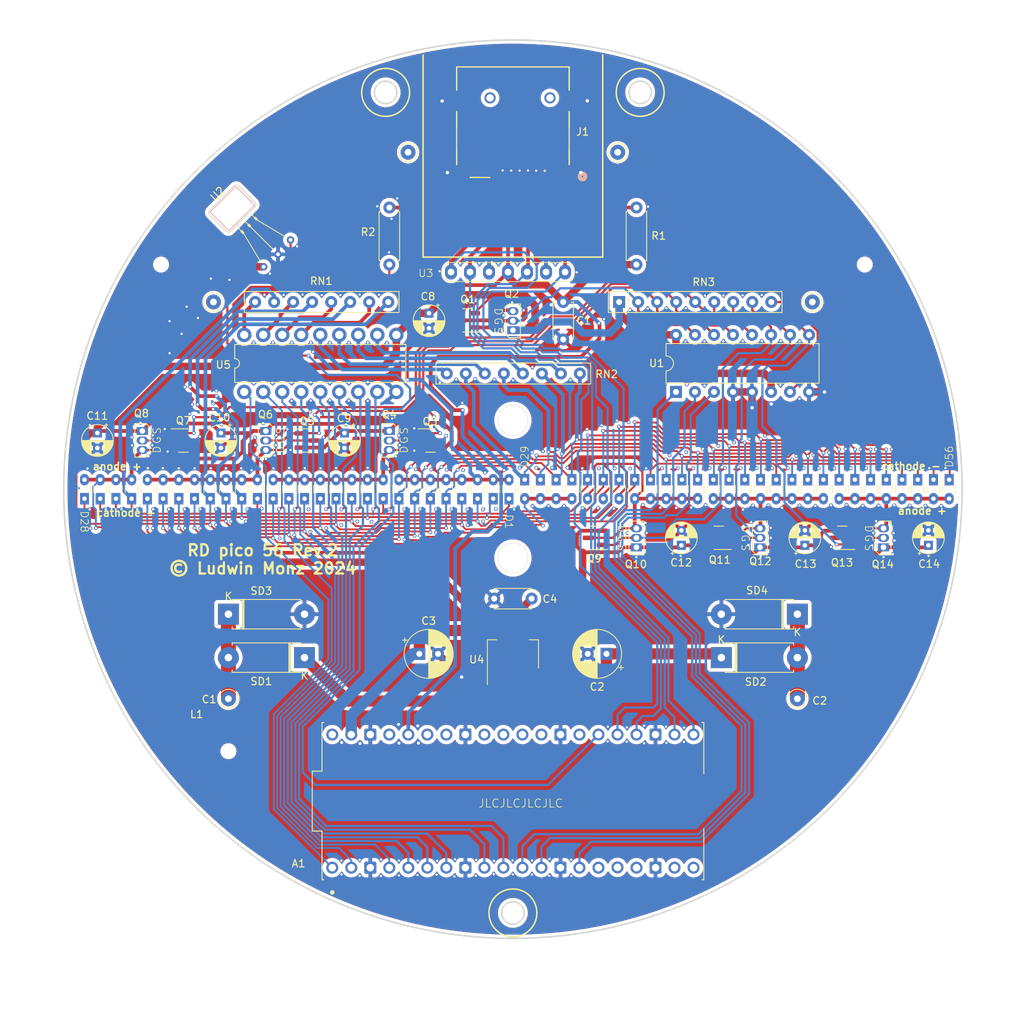
<source format=kicad_pcb>
(kicad_pcb (version 20221018) (generator pcbnew)
  (layers (0 "F.Cu" signal) (1 "In1.Cu" signal) (2 "In2.Cu" signal) (31 "B.Cu" signal) (34 "B.Paste" user) (35 "F.Paste" user) (36 "B.SilkS" user "B.Silkscreen") (37 "F.SilkS" user "F.Silkscreen") (38 "B.Mask" user) (39 "F.Mask" user) (44 "Edge.Cuts" user))
  (net 0 "")
  (net 1 "GND")
  (net 2 "+3.3V")
  (net 3 "Net-(SD1-K)")
  (net 4 "+5V")
  (net 5 "Net-(A1-GP0)")
  (net 6 "Net-(A1-GP1)")
  (net 7 "Net-(A1-GP2)")
  (net 8 "Net-(A1-GP3)")
  (net 9 "Net-(A1-GP4)")
  (net 10 "Net-(A1-GP5)")
  (net 11 "Net-(A1-GP6)")
  (net 13 "SD_CS")
  (net 14 "SD_MOSI")
  (net 15 "SD_SCK")
  (net 16 "SD_MISO")
  (net 19 "Net-(SD1-A)")
  (net 20 "Net-(SD2-A)")
  (net 21 "Net-(A1-GP7)")
  (net 22 "Net-(A1-GP20)")
  (net 23 "LED_r0")
  (net 24 "Net-(A1-GP8)")
  (net 25 "Net-(A1-GP9)")
  (net 26 "Net-(A1-GP10)")
  (net 27 "LED_r1")
  (net 28 "LED_r2")
  (net 29 "LED_r3")
  (net 30 "LED_r4")
  (net 31 "LED_r5")
  (net 41 "LED_r6")
  (net 43 "Net-(U5-O1)")
  (net 44 "Net-(U5-O2)")
  (net 45 "Net-(U5-O3)")
  (net 46 "Net-(U5-O4)")
  (net 47 "Net-(U5-O5)")
  (net 48 "Net-(U5-O6)")
  (net 49 "Net-(U5-O7)")
  (net 50 "Net-(U5-O8)")
  (net 55 "Net-(D1-A)")
  (net 56 "Net-(D10-A)")
  (net 57 "Net-(D17-A)")
  (net 58 "Net-(D25-A)")
  (net 59 "Net-(D33-A)")
  (net 60 "Net-(D41-A)")
  (net 61 "Net-(D49-A)")
  (net 62 "LED_c0")
  (net 63 "LED_c1")
  (net 64 "LED_c2")
  (net 65 "LED_c3")
  (net 66 "LED_c4")
  (net 67 "LED_c5")
  (net 68 "LED_c6")
  (net 69 "LED_c7")
  (net 70 "LED_r7")
  (footprint "my_footprints:LED_rect_2x3" (layer "F.Cu") (at 43.575 0)
    (fp_text reference "D49" hide)
    (fp_text value "LED")
  )
  (footprint "my_footprints:LED_rect_2x3" (layer "F.Cu") (at -46.725 0 180)
    (fp_text reference "D23" hide)
    (fp_text value "LED")
  )
  (footprint "my_footprints:LED_rect_2x3" (layer "F.Cu") (at -23.625 0 180)
    (fp_text reference "D12" hide)
    (fp_text value "LED")
  )
  (footprint "my_footprints:LED_rect_2x3" (layer "F.Cu") (at -25.725 0 180)
    (fp_text reference "D13" hide)
    (fp_text value "LED")
  )
  (footprint "Package_TO_SOT_SMD:SOT-23" (layer "F.Cu") (at -11 -6.5)
    (fp_text reference "Q3")
    (fp_text value "IRLML6401")
  )
  (footprint "my_footprints:LED_rect_2x3" (layer "F.Cu") (at -36.225 0 180)
    (fp_text reference "D18" hide)
    (fp_text value "LED")
  )
  (footprint "my_footprints:BS250P" (layer "F.Cu") (at -49.5 -7.77 -90)
    (fp_text reference "Q8")
    (fp_text value "BS250")
  )
  (footprint "my_footprints:LED_rect_2x3" (layer "F.Cu") (at 45.675 0)
    (fp_text reference "D50" hide)
    (fp_text value "LED")
  )
  (footprint "my_footprints:LED_rect_2x3" (layer "F.Cu") (at -38.325 0 180)
    (fp_text reference "D19" hide)
    (fp_text value "LED")
  )
  (footprint "my_footprints:LED_rect_2x3" (layer "F.Cu") (at 14.175 0)
    (fp_text reference "D35" hide)
    (fp_text value "LED")
  )
  (footprint "Package_TO_SOT_SMD:SOT-23" (layer "F.Cu") (at 44 6.5 180)
    (fp_text reference "Q13")
    (fp_text value "IRLML6401")
  )
  (footprint "my_footprints:LED_rect_2x3" (layer "F.Cu") (at -19.425 0 180)
    (fp_text reference "D10" hide)
    (fp_text value "LED")
  )
  (footprint "my_footprints:LED_rect_2x3" (layer "F.Cu") (at 18.375 0)
    (fp_text reference "D37" hide)
    (fp_text value "LED")
  )
  (footprint "my_footprints:LED_rect_2x3" (layer "F.Cu") (at -27.825 0 180)
    (fp_text reference "D14" hide)
    (fp_text value "LED")
  )
  (footprint "my_footprints:coil_large" (layer "F.Cu") (at 0 0)
    (fp_text reference "L1")
    (fp_text value "Coil")
  )
  (footprint "my_footprints:LED_rect_2x3" (layer "F.Cu") (at -13.125 0 180)
    (fp_text reference "D7" hide)
    (fp_text value "LED")
  )
  (footprint "my_footprints:D_5W_P10.16mm_Horizontal" (layer "F.Cu") (at -27.84 22.5 180)
    (fp_text reference "SD1")
    (fp_text value "1N5818")
  )
  (footprint "Capacitor_THT:CP_Radial_D4.0mm_P2.00mm" (layer "F.Cu") (at 39 7.5 90)
    (fp_text reference "C13")
    (fp_text value "10µ")
  )
  (footprint "my_footprints:BS250P" (layer "F.Cu") (at -16.5 -7.77 -90)
    (fp_text reference "Q4")
    (fp_text value "BS250")
  )
  (footprint "my_footprints:LED_rect_2x3" (layer "F.Cu") (at -0.525 0 180)
    (fp_text reference "D1")
    (fp_text value "LED")
  )
  (footprint "my_footprints:LED_rect_2x3" (layer "F.Cu") (at -34.125 0 180)
    (fp_text reference "D17" hide)
    (fp_text value "LED")
  )
  (footprint "my_footprints:LED_rect_2x3" (layer "F.Cu") (at -40.425 0 180)
    (fp_text reference "D20" hide)
    (fp_text value "LED")
  )
  (footprint "Package_TO_SOT_SMD:SOT-23" (layer "F.Cu") (at 27.5 6.5 180)
    (fp_text reference "Q11")
    (fp_text value "IRLML6401")
  )
  (footprint "my_footprints:LED_rect_2x3" (layer "F.Cu") (at -6.825 0 180)
    (fp_text reference "D4" hide)
    (fp_text value "LED")
  )
  (footprint "my_footprints:LED_rect_2x3" (layer "F.Cu") (at -53.025 0 180)
    (fp_text reference "D26" hide)
    (fp_text value "LED")
  )
  (footprint "my_footprints:LED_rect_2x3" (layer "F.Cu") (at 30.975 0)
    (fp_text reference "D43" hide)
    (fp_text value "LED")
  )
  (footprint "Capacitor_THT:CP_Radial_D4.0mm_P2.00mm" (layer "F.Cu") (at -11.2 -23.5 -90)
    (fp_text reference "C8")
    (fp_text value "10µ")
  )
  (footprint "my_footprints:LED_rect_2x3" (layer "F.Cu") (at 22.575 0)
    (fp_text reference "D39" hide)
    (fp_text value "LED")
  )
  (footprint "my_footprints:LED_rect_2x3" (layer "F.Cu") (at 39.375 0)
    (fp_text reference "D47" hide)
    (fp_text value "LED")
  )
  (footprint "my_footprints:LED_rect_2x3" (layer "F.Cu") (at -42.525 0 180)
    (fp_text reference "D21" hide)
    (fp_text value "LED")
  )
  (footprint "my_footprints:LED_rect_2x3" (layer "F.Cu") (at 41.475 0)
    (fp_text reference "D48" hide)
    (fp_text value "LED")
  )
  (footprint "my_footprints:LED_rect_2x3" (layer "F.Cu") (at -2.625 0 180)
    (fp_text reference "D2" hide)
    (fp_text value "LED")
  )
  (footprint "my_footprints:LED_rect_2x3" (layer "F.Cu") (at 1.575 0)
    (fp_text reference "D29")
    (fp_text value "LED")
  )
  (footprint "my_footprints:LED_rect_2x3" (layer "F.Cu") (at 3.675 0)
    (fp_text reference "D30" hide)
    (fp_text value "LED")
  )
  (footprint "my_footprints:LED_rect_2x3" (layer "F.Cu") (at 47.775 0)
    (fp_text reference "D51" hide)
    (fp_text value "LED")
  )
  (footprint "Capacitor_THT:CP_Radial_D4.0mm_P2.00mm" (layer "F.Cu") (at -55.5 -7.5 -90)
    (fp_text reference "C11")
    (fp_text value "10µ")
  )
  (footprint "my_footprints:BS250P" (layer "F.Cu") (at -33 -7.77 -90)
    (fp_text reference "Q6")
    (fp_text value "BS250")
  )
  (footprint "Resistor_THT:R_Axial_DIN0207_L6.3mm_D2.5mm_P7.62mm_Horizontal" (layer "F.Cu") (at 16.5 -30 90)
    (fp_text reference "R1")
    (fp_text value "10k")
  )
  (footprint "my_footprints:LED_rect_2x3" (layer "F.Cu") (at 16.275 0)
    (fp_text reference "D36" hide)
    (fp_text value "LED")
  )
  (footprint "my_footprints:LED_rect_2x3" (layer "F.Cu") (at 9.975 0)
    (fp_text reference "D33" hide)
    (fp_text value "LED")
  )
  (footprint "3rdparty:ULN2803A" (layer "F.Cu") (at -27 -16.8 90)
    (fp_text reference "U5")
    (fp_text value "ULN2803A")
  )
  (footprint "my_footprints:LED_rect_2x3" (layer "F.Cu") (at -44.625 0 180)
    (fp_text reference "D22" hide)
    (fp_text value "LED")
  )
  (footprint "my_footprints:A3144_front" (layer "F.Cu") (at -37.48 -37.48 45)
    (fp_text reference "U2")
    (fp_text value "A3144")
    (fp_line (start -2.75 -1.5) (end -2.75 1.5) (stroke (width 0.1)) (layer "Edge.Cuts"))
    (fp_line (start -2.25 -2) (end 2.25 -2) (stroke (width 0.1)) (layer "Edge.Cuts"))
    (fp_line (start -2.25 2) (end 2.25 2) (stroke (width 0.1)) (layer "Edge.Cuts"))
    (fp_line (start 2.75 -1.5) (end 2.75 1.5) (stroke (width 0.1)) (layer "Edge.Cuts"))
    (fp_arc (start -2.75 -1.5) (mid -2.603553 -1.853553) (end -2.25 -2) (stroke (width 0.1)) (layer "Edge.Cuts"))
    (fp_arc (start -2.25 2) (mid -2.603553 1.853553) (end -2.75 1.5) (stroke (width 0.1)) (layer "Edge.Cuts"))
    (fp_arc (start 2.25 -2) (mid 2.603553 -1.853554) (end 2.75 -1.5) (stroke (width 0.1)) (layer "Edge.Cuts"))
    (fp_arc (start 2.75 1.5) (mid 2.603554 1.853553) (end 2.25 2) (stroke (width 0.1)) (layer "Edge.Cuts"))
  )
  (footprint "Capacitor_THT:CP_Radial_D6.3mm_P2.50mm" (layer "F.Cu") (at -12.5 22)
    (fp_text reference "C3")
    (fp_text value "100µF")
  )
  (footprint "my_footprints:LED_rect_2x3" (layer "F.Cu") (at 5.775 0)
    (fp_text reference "D31" hide)
    (fp_text value "LED")
  )
  (footprint "my_footprints:LED_rect_2x3" (layer "F.Cu") (at -8.925 0 180)
    (fp_text reference "D5" hide)
    (fp_text value "LED")
  )
  (footprint "my_footprints:LED_rect_2x3" (layer "F.Cu") (at 33.075 0)
    (fp_text reference "D44" hide)
    (fp_text value "LED")
  )
  (footprint "my_footprints:BS250P" (layer "F.Cu") (at 16.5 7.77 90)
    (fp_text reference "Q10")
    (fp_text value "BS250")
  )
  (footprint "Package_TO_SOT_SMD:SOT-23" (layer "F.Cu") (at 11 6.5 180)
    (fp_text reference "Q9")
    (fp_text value "IRLML6401")
  )
  (footprint "my_footprints:BS250P" (layer "F.Cu") (at 0 -21.23 90)
    (fp_text reference "Q2")
    (fp_text value "BS250")
  )
  (footprint "my_footprints:LED_rect_2x3" (layer "F.Cu") (at -55.125 0 180)
    (fp_text reference "D27" hide)
    (fp_text value "LED")
  )
  (footprint "Package_DIP:DIP-16_W7.62mm" (layer "F.Cu") (at 21.78 -12.99 90)
    (fp_text reference "U1")
    (fp_text value "74HCT138")
  )
  (footprint "my_footprints:LED_rect_2x3" (layer "F.Cu") (at 20.475 0)
    (fp_text reference "D38" hide)
    (fp_text value "LED")
  )
  (footprint "my_footprints:BS250P" (layer "F.Cu") (at 33 7.77 90)
    (fp_text reference "Q12")
    (fp_text value "BS250")
  )
  (footprint "Package_TO_SOT_SMD:SOT-23" (layer "F.Cu") (at -27.5 -6.5)
    (fp_text reference "Q5")
    (fp_text value "IRLML6401")
  )
  (footprint "Capacitor_THT:C_Disc_D4.7mm_W2.5mm_P5.00mm" (layer "F.Cu") (at -2.5 14.62)
    (fp_text reference "C4")
    (fp_text value "100nF")
  )
  (footprint "Package_TO_SOT_SMD:SOT-23" (layer "F.Cu") (at -44 -6.5)
    (fp_text reference "Q7")
    (fp_text value "IRLML6401")
  )
  (footprint "my_footprints:RN4" (layer "F.Cu") (at 0 -15.44)
    (fp_text reference "RN2")
    (fp_text value "47")
  )
  (footprint "my_footprints:LED_rect_2x3" (layer "F.Cu") (at -32.025 0 180)
    (fp_text reference "D16" hide)
    (fp_text value "LED")
  )
  (footprint "my_footprints:LED_rect_2x3" (layer "F.Cu") (at -11.025 0 180)
    (fp_text reference "D6" hide)
    (fp_text value "LED")
  )
  (footprint "my_footprints:LED_rect_2x3" (layer "F.Cu") (at 35.175 0)
    (fp_text reference "D45" hide)
    (fp_text value "LED")
  )
  (footprint "my_footprints:LED_rect_2x3" (layer "F.Cu") (at 26.775 0)
    (fp_text reference "D41" hide)
    (fp_text value "LED")
  )
  (footprint "my_footprints:D_5W_P10.16mm_Horizontal" (layer "F.Cu") (at -38 16.7)
    (fp_text reference "SD3")
    (fp_text value "1N5818")
  )
  (footprint "my_footprints:LED_rect_2x3" (layer "F.Cu") (at 24.675 0)
    (fp_text reference "D40" hide)
    (fp_text value "LED")
  )
  (footprint "Package_TO_SOT_SMD:SOT-223-3_TabPin2" (layer "F.Cu") (at 0 22.03 90)
    (fp_text reference "U4")
    (fp_text value "LM1117-5.0")
  )
  (footprint "Capacitor_THT:CP_Radial_D4.0mm_P2.00mm" (layer "F.Cu") (at 55.5 7.5 90)
    (fp_text reference "C14")
    (fp_text value "10µ")
  )
  (footprint "my_footprints:7pin" (layer "F.Cu") (at -0.65 -29 90)
    (fp_text reference "U3")
    (fp_text value "~")
  )
  (footprint "my_footprints:LED_rect_2x3" (layer "F.Cu") (at -48.825 0 180)
    (fp_text reference "D24" hide)
    (fp_text value "LED")
  )
  (footprint "my_footprints:LED_rect_2x3" (layer "F.Cu") (at 56.175 0)
    (fp_text reference "D55" hide)
    (fp_text value "LED")
  )
  (footprint "my_footprints:LED_rect_2x3" (layer "F.Cu") (at 58.275 0)
    (fp_text reference "D56")
    (fp_text value "LED")
  )
  (footprint "my_footprints:LED_rect_2x3" (layer "F.Cu") (at 54.075 0)
    (fp_text reference "D54" hide)
    (fp_text value "LED")
  )
  (footprint "my_footprints:LED_rect_2x3" (layer "F.Cu") (at -4.725 0 180)
    (fp_text reference "D3" hide)
    (fp_text value "LED")
  )
  (footprint "my_footprints:LED_rect_2x3" (layer "F.Cu") (at 51.975 0)
    (fp_text reference "D53" hide)
    (fp_text value "LED")
  )
  (footprint "Resistor_THT:R_Axial_DIN0207_L6.3mm_D2.5mm_P7.62mm_Horizontal" (layer "F.Cu") (at -16.5 -30 90)
    (fp_text reference "R2")
    (fp_text value "2.2k")
  )
  (footprint "3rdparty:MODULE_SC0918" (layer "F.Cu") (at 0 41.67 90)
    (fp_text reference "A1")
    (fp_text value "SC0918")
  )
  (footprint "my_footprints:RN4" (layer "F.Cu") (at -25.6 -25)
    (fp_text reference "RN1")
    (fp_text value "47")
  )
  (footprint "my_footprints:LED_rect_2x3" (layer "F.Cu") (at -17.325 0 180)
    (fp_text reference "D9" hide)
    (fp_text value "LED")
  )
  (footprint "my_footprints:LED_rect_2x3" (layer "F.Cu") (at 49.875 0)
    (fp_text reference "D52" hide)
    (fp_text value "LED")
  )
  (footprint "Resistor_THT:R_Array_SIP9" (layer "F.Cu") (at 14.19 -25)
    (fp_text reference "RN3")
    (fp_text value "47k")
  )
  (footprint "my_footprints:LED_rect_2x3" (layer "F.Cu") (at 12.075 0)
    (fp_text reference "D34" hide)
    (fp_text value "LED")
  )
  (footprint "my_footprints:LED_rect_2x3" (layer "F.Cu") (at -21.525 0 180)
    (fp_text reference "D11" hide)
    (fp_text value "LED")
  )
  (footprint "my_footprints:LED_rect_2x3" (layer "F.Cu") (at 28.875 0)
    (fp_text reference "D42" hide)
    (fp_text value "LED")
  )
  (footprint "Package_TO_SOT_SMD:SOT-23" (layer "F.Cu") (at -6.0575 -22.55 180)
    (fp_text reference "Q1")
    (fp_text value "IRLML6401")
  )
  (footprint "my_footprints:microSD_SMD" (layer "F.Cu") (at 6.423 -41.764 180)
    (fp_text reference "J1")
    (fp_text value "Micro_SD_Card")
  )
  (footprint "my_footprints:D_5W_P10.16mm_Horizontal" (layer "F.Cu") (at 27.84 22.5)
    (fp_text reference "SD2")
    (fp_text value "1N5818")
  )
  (footprint "my_footprints:LED_rect_2x3" (layer "F.Cu") (at 7.875 0)
    (fp_text reference "D32" hide)
    (fp_text value "LED")
  )
  (footprint "Capacitor_THT:CP_Radial_D4.0mm_P2.00mm" (layer "F.Cu") (at 22.5 7.5 90)
    (fp_text reference "C12")
    (fp_text value "10µ")
  )
  (footprint "my_footprints:LED_rect_2x3" (layer "F.Cu") (at -15.225 0 180)
    (fp_text reference "D8" hide)
    (fp_text value "LED")
  )
  (footprint "Capacitor_THT:CP_Radial_D4.0mm_P2.00mm" (layer "F.Cu") (at -22.5 -7.5 -90)
    (fp_text reference "C9")
    (fp_text value "10µ")
  )
  (footprint "Capacitor_THT:CP_Radial_D4.0mm_P2.00mm" (layer "F.Cu") (at -39 -7.5 -90)
    (fp_text reference "C10")
    (fp_text value "10µ")
  )
  (footprint "my_footprints:LED_rect_2x3" (layer "F.Cu") (at -57.225 0 180)
    (fp_text reference "D28")
    (fp_text value "LED")
  )
  (footprint "Capacitor_THT:C_Disc_D4.7mm_W2.5mm_P5.00mm" (layer "F.Cu") (at 6.72 -25 -90)
    (fp_text reference "C1")
    (fp_text value "100nF")
  )
  (footprint "my_footprints:LED_rect_2x3" (layer "F.Cu") (at -29.925 0 180)
    (fp_text reference "D15" hide)
    (fp_text value "LED")
  )
  (footprint "my_footprints:LED_rect_2x3" (layer "F.Cu") (at 37.275 0)
    (fp_text reference "D46" hide)
    (fp_text value "LED")
  )
  (footprint "Capacitor_THT:CP_Radial_D6.3mm_P2.50mm" (layer "F.Cu") (at 12.5 22 180)
    (fp_text reference "C2")
    (fp_text value "220µF")
  )
  (footprint "my_footprints:BS250P" (layer "F.Cu") (at 49.5 7.77 90)
    (fp_text reference "Q14")
    (fp_text value "BS250")
  )
  (footprint "my_footprints:LED_rect_2x3" (layer "F.Cu") (at -50.925 0 180)
    (fp_text reference "D25" hide)
    (fp_text value "LED")
  )
  (footprint "my_footprints:D_5W_P10.16mm_Horizontal" (layer "F.Cu") (at 38 16.7 180)
    (fp_text reference "SD4")
    (fp_text value "1N5818")
  )
  (gr_line (start 12 -31) (end 12 -58) (stroke (width 0.2)) (layer "F.SilkS"))
  (gr_line (start -12 -31) (end 12 -31) (stroke (width 0.2)) (layer "F.SilkS"))
  (gr_circle (center 17 -53) (end 20.2 -53) (stroke (width 0.2)) (fill none) (layer "F.SilkS"))
  (gr_circle (center -17 -53) (end -13.8 -53) (stroke (width 0.2)) (fill none) (layer "F.SilkS"))
  (gr_line (start -12 -31) (end -12 -58) (stroke (width 0.2)) (layer "F.SilkS"))
  (gr_circle (center 0 56.6) (end 3.2 56.6) (stroke (width 0.2)) (fill none) (layer "F.SilkS"))
  (gr_circle (center 0 0) (end 60 0) (stroke (width 0.2)) (fill none) (layer "Edge.Cuts"))
  (gr_circle (center -17 -53) (end -15.5 -53) (stroke (width 0.2)) (fill none) (layer "Edge.Cuts"))
  (gr_circle (center 17 -53) (end 18.5 -53) (stroke (width 0.2)) (fill none) (layer "Edge.Cuts"))
  (gr_circle (center 0 9.2) (end 2 9.2) (stroke (width 0.05)) (fill none) (layer "Edge.Cuts"))
  (gr_circle (center 0 56.6) (end 1.5 56.6) (stroke (width 0.2)) (fill none) (layer "Edge.Cuts"))
  (gr_circle (center 0 -9.2) (end 2 -9.2) (stroke (width 0.05)) (fill none) (layer "Edge.Cuts"))
  (gr_text "cathode -" (at -55.74 3.74) (layer "F.SilkS") (effects (font (size 1 1) (thickness 0.2) bold) (justify left bottom)))
  (gr_text "anode +" (at -56.23 -2.45) (layer "F.SilkS") (effects (font (size 1 1) (thickness 0.2) bold) (justify left bottom)))
  (gr_text "JLCJLCJLCJLC" (at -4.68 42.61) (layer "F.SilkS") (effects (font (size 1.1 1.1) (thickness 0.1)) (justify left bottom)))
  (gr_text "anode +" (at 51.31 3.47) (layer "F.SilkS") (effects (font (size 1 1) (thickness 0.2) bold) (justify left bottom)))
  (gr_text "RD pico 56 Rev.2\n© Ludwin Monz 2024" (at -33.43 9.38) (layer "F.SilkS") (effects (font (size 1.5 1.5) (thickness 0.3))))
  (gr_text "cathode -" (at 49.08 -2.49) (layer "F.SilkS") (effects (font (size 1 1) (thickness 0.2) bold) (justify left bottom)))
  (segment (start -6.85 -42.265) (end -8.715 -42.265) (width 0.5) (layer "F.Cu") (net 1))
  (segment (start 9.924 -51.864) (end 9.94 -51.88) (width 0.5) (layer "F.Cu") (net 1))
  (segment (start 3.122999 -41.264) (end 3.122999 -32.597001) (width 0.5) (layer "F.Cu") (net 1))
  (segment (start 31.94 -12.99) (end 31.94 -10.88) (width 1) (layer "F.Cu") (net 1))
  (segment (start 31.94 -10.88) (end 31.95 -10.87) (width 1) (layer "F.Cu") (net 1))
  (segment (start 4.43 -31.29) (end 4.43 -29) (width 0.5) (layer "F.Cu") (net 1))
  (segment (start 41.61 -12.99) (end 41.62 -12.98) (width 1) (layer "F.Cu") (net 1))
  (segment (start -6.85 25.15) (end -6.85 25.1) (width 1) (layer "F.Cu") (net 1))
  (segment (start 29.4 -12.99) (end 31.94 -12.99) (width 1) (layer "F.Cu") (net 1))
  (segment (start 7.62 -42.27) (end 9.05 -42.27) (width 0.5) (layer "F.Cu") (net 1))
  (segment (start -6.85 25.1) (end -6.9 25.1) (width 1) (layer "F.Cu") (net 1))
  (segment (start -7.75 -51.864) (end -9.426 -51.864) (width 0.5) (layer "F.Cu") (net 1))
  (segment (start -9.426 -51.864) (end -9.45 -51.84) (width 0.5) (layer "F.Cu") (net 1))
  (segment (start -6.82 25.18) (end -6.85 25.15) (width 1) (layer "F.Cu") (net 1))
  (segment (start 3.122999 -32.597001) (end 4.43 -31.29) (width 0.5) (layer "F.Cu") (net 1))
  (segment (start 7.75 -51.864) (end 9.924 -51.864) (width 0.5) (layer "F.Cu") (net 1))
  (segment (start 9.05 -42.27) (end 9.07 -42.29) (width 0.5) (layer "F.Cu") (net 1))
  (segment (start -8.715 -42.265) (end -8.74 -42.29) (width 0.5) (layer "F.Cu") (net 1))
  (segment (start -6.9 25.1) (end -10 22) (width 1) (layer "F.Cu") (net 1))
  (segment (start 39.56 -12.99) (end 41.61 -12.99) (width 1) (layer "F.Cu") (net 1))
  (segment (start -2.3 25.18) (end -6.82 25.18) (width 1) (layer "F.Cu") (net 1))
  (via (at -6.85 25.1) (size 0.75) (drill 0.45) (layers "F.Cu" "B.Cu") (net 1))
  (via (at -48.68 -4.39) (size 0.5) (drill 0.3) (layers "F.Cu" "B.Cu") (net 1))
  (via (at -22.89 51.46) (size 0.5) (drill 0.3) (layers "F.Cu" "B.Cu") (net 1))
  (via (at -16.59 -2.7) (size 0.5) (drill 0.3) (layers "F.Cu" "B.Cu") (net 1))
  (via (at -32.99 -4.05) (size 0.5) (drill 0.3) (layers "F.Cu" "B.Cu") (net 1))
  (via (at -18.12 -37.79) (size 0.5) (drill 0.3) (layers "F.Cu" "B.Cu") (net 1))
  (via (at -14.5 2.69) (size 0.5) (drill 0.3) (layers "F.Cu" "B.Cu") (net 1))
  (via (at -32.07 -19.6) (size 0.5) (drill 0.3) (layers "F.Cu" "B.Cu") (net 1))
  (via (at 50.84 5.87) (size 0.5) (drill 0.3) (layers "F.Cu" "B.Cu") (net 1))
  (via (at -22.29 -8.64) (size 0.5) (drill 0.3) (layers "F.Cu" "B.Cu") (net 1))
  (via (at -9.79 -29.11) (size 0.5) (drill 0.3) (layers "F.Cu" "B.Cu") (net 1))
  (via (at 11.5 -2.78) (size 0.5) (drill 0.3) (layers "F.Cu" "B.Cu") (net 1))
  (via (at -33.56 2.58) (size 0.5) (drill 0.3) (layers "F.Cu" "B.Cu") (net 1))
  (via (at 38.28 2.19) (size 0.5) (drill 0.3) (layers "F.Cu" "B.Cu") (net 1))
  (via (at 23.81 2.45) (size 0.5) (drill 0.3) (layers "F.Cu" "B.Cu") (net 1))
  (via (at -48.05 2.68) (size 0.5) (drill 0.3) (layers "F.Cu" "B.Cu") (net 1))
  (via (at 31.45 7.45) (size 0.5) (drill 0.3) (layers "F.Cu" "B.Cu") (net 1))
  (via (at -43.79 5.21) (size 0.5) (drill 0.3) (layers "F.Cu" "B.Cu") (net 1))
  (via (at -2.28 2.68) (size 0.5) (drill 0.3) (layers "F.Cu" "B.Cu") (net 1))
  (via (at 40.85 -2.79) (size 0.5) (drill 0.3) (layers "F.Cu" "B.Cu") (net 1))
  (via (at -12.71 49.61) (size 0.5) (drill 0.3) (layers "F.Cu" "B.Cu") (net 1))
  (via (at 15.21 33.73) (size 0.5) (drill 0.3) (layers "F.Cu" "B.Cu") (net 1))
  (via (at -37.86 -27.96) (size 0.5) (drill 0.3) (layers "F.Cu" "B.Cu") (net 1))
  (via (at -38.91 -8.62) (size 0.5) (drill 0.3) (layers "F.Cu" "B.Cu") (net 1))
  (via (at 34.51 -11.38) (size 0.75) (drill 0.45) (layers "F.Cu" "B.Cu") (net 1))
  (via (at -37.56 2.69) (size 0.5) (drill 0.3) (layers "F.Cu" "B.Cu") (net 1))
  (via (at -43.19 -10.04) (size 0.5) (drill 0.3) (layers "F.Cu" "B.Cu") (net 1))
  (via (at -37.63 4.31) (size 0.5) (drill 0.3) (layers "F.Cu" "B.Cu") (net 1))
  (via (at -40.02 -11.44) (size 0.5) (drill 0.3) (layers "F.Cu" "B.Cu") (net 1))
  (via (at -29.71 -5.24) (size 0.5) (drill 0.3) (layers "F.Cu" "B.Cu") (net 1))
  (via (at -10.28 5.79) (size 0.5) (drill 0.3) (layers "F.Cu" "B.Cu") (net 1))
  (via (at 38.29 -12.07) (size 0.5) (drill 0.3) (layers "F.Cu" "B.Cu") (net 1))
  (via (at 12.65 33.71) (size 0.5) (drill 0.3) (layers "F.Cu" "B.Cu") (net 1))
  (via (at -15.24 51.6) (size 0.5) (drill 0.3) (layers "F.Cu" "B.Cu") (net 1))
  (via (at 34.46 6.5) (size 0.5) (drill 0.3) (layers "F.Cu" "B.Cu") (net 1))
  (via (at 7.68 -14.56) (size 0.5) (drill 0.3) (layers "F.Cu" "B.Cu") (net 1))
  (via (at -6.66 -2.55) (size 0.5) (drill 0.3) (layers "F.Cu" "B.Cu") (net 1))
  (via (at -44.24 -20.74) (size 0.5) (drill 0.3) (layers "F.Cu" "B.Cu") (net 1))
  (via (at -30.62 -25.94) (size 0.5) (drill 0.3) (layers "F.Cu" "B.Cu") (net 1))
  (via (at -31.67 -5.87) (size 0.5) (drill 0.3) (layers "F.Cu" "B.Cu") (net 1))
  (via (at -1.25 -23.2) (size 0.5) (drill 0.3) (layers "F.Cu" "B.Cu") (net 1))
  (via (at -6.76 -11.52) (size 0.5) (drill 0.3) (layers "F.Cu" "B.Cu") (net 1))
  (via (at -28.82 -32.44) (size 0.5) (drill 0.3) (layers "F.Cu" "B.Cu") (net 1))
  (via (at -40.37 -2.79) (size 0.5) (drill 0.3) (layers "F.Cu" "B.Cu") (net 1))
  (via (at -31.15 6.57) (size 0.5) (drill 0.3) (layers "F.Cu" "B.Cu") (net 1))
  (via (at -29.58 -14.23) (size 0.5) (drill 0.3) (layers "F.Cu" "B.Cu") (net 1))
  (via (at -20.77 2.69) (size 0.5) (drill 0.3) (layers "F.Cu" "B.Cu") (net 1))
  (via (at -39.65 4.75) (size 0.5) (drill 0.3) (layers "F.Cu" "B.Cu") (net 1))
  (via (at -50.86 -5.84) (size 0.5) (drill 0.3) (layers "F.Cu" "B.Cu") (net 1))
  (via (at -50.93 -6.92) (size 0.5) (drill 0.3) (layers "F.Cu" "B.Cu") (net 1))
  (via (at 17.35 2.09) (size 0.5) (drill 0.3) (layers "F.Cu" "B.Cu") (net 1))
  (via (at 0.04 -14.53) (size 0.5) (drill 0.3) (layers "F.Cu" "B.Cu") (net 1))
  (via (at 15.68 -2.75) (size 0.5) (drill 0.3) (layers "F.Cu" "B.Cu") (net 1))
  (via (at 30.69 -19.76) (size 0.5) (drill 0.3) (layers "F.Cu" "B.Cu") (net 1))
  (via (at -48.17 -5.87) (size 0.5) (drill 0.3) (layers "F.Cu" "B.Cu") (net 1))
  (via (at 42.5 7.7) (size 0.5) (drill 0.3) (layers "F.Cu" "B.Cu") (net 1))
  (via (at -0.05 49.58) (size 0.5) (drill 0.3) (layers "F.Cu" "B.Cu") (net 1))
  (via (at -42.07 -22.87) (size 0.5) (drill 0.3) (layers "F.Cu" "B.Cu") (net 1))
  (via (at -13.17 -8.12) (size 0.5) (drill 0.3) (layers "F.Cu" "B.Cu") (net 1))
  (via (at -27.02 -14.27) (size 0.5) (drill 0.3) (layers "F.Cu" "B.Cu") (net 1))
  (via (at 42.24 -4.88) (size 0.5) (drill 0.3) (layers "F.Cu" "B.Cu") (net 1))
  (via (at -27.06 -10.34) (size 0.5) (drill 0.3) (layers "F.Cu" "B.Cu") (net 1))
  (via (at 33.25 -19.78) (size 0.5) (drill 0.3) (layers "F.Cu" "B.Cu") (net 1))
  (via (at 0.9 -42.55) (size 0.5) (drill 0.3) (layers "F.Cu" "B.Cu") (net 1))
  (via (at 25.39 -5.38) (size 0.5) (drill 0.3) (layers "F.Cu" "B.Cu") (net 1))
  (via (at -6.06 4.79) (size 0.5) (drill 0.3) (layers "F.Cu" "B.Cu") (net 1))
  (via (at 31.95 -10.87) (size 0.75) (drill 0.45) (layers "F.Cu" "B.Cu") (net 1))
  (via (at -13.17 -5.15) (size 0.5) (drill 0.3) (layers "F.Cu" "B.Cu") (net 1))
  (via (at 25.59 -13.84) (size 0.5) (drill 0.3) (layers "F.Cu" "B.Cu") (net 1))
  (via (at 7.81 51.66) (size 0.5) (drill 0.3) (layers "F.Cu" "B.Cu") (net 1))
  (via (at -8.13 5.22) (size 0.5) (drill 0.3) (layers "F.Cu" "B.Cu") (net 1))
  (via (at 13.49 2.59) (size 0.5) (drill 0.3) (layers "F.Cu" "B.Cu") (net 1))
  (via (at 34.13 2.15) (size 0.5) (drill 0.3) (layers "F.Cu" "B.Cu") (net 1))
  (via (at -22.87 33.84) (size 0.8) (drill 0.4) (layers "F.Cu" "B.Cu") (net 1))
  (via (at 28.13 2.49) (size 0.5) (drill 0.3) (layers "F.Cu" "B.Cu") (net 1))
  (via (at 53.51 -2.79) (size 0.5) (drill 0.3) (layers "F.Cu" "B.Cu") (net 1))
  (via (at -24.95 2.68) (size 0.5) (drill 0.3) (layers "F.Cu" "B.Cu") (net 1))
  (via (at -17.61 49.47) (size 0.5) (drill 0.3) (layers "F.Cu" "B.Cu") (net 1))
  (via (at -15.22 33.92) (size 0.8) (drill 0.4) (layers "F.Cu" "B.Cu") (net 1))
  (via (at 47.18 -2.79) (size 0.5) (drill 0.3) (layers "F.Cu" "B.Cu") (net 1))
  (via (at 49.5 9.08) (size 0.5) (drill 0.3) (layers "F.Cu" "B.Cu") (net 1))
  (via (at 17.71 4.5) (size 0.5) (drill 0.3) (layers "F.Cu" "B.Cu") (net 1))
  (via (at 21.82 2.49) (size 0.5) (drill 0.3) (layers "F.Cu" "B.Cu") (net 1))
  (via (at -34.4 -5.86) (size 0.5) (drill 0.3) (layers "F.Cu" "B.Cu") (net 1))
  (via (at 13.59 -2.77) (size 0.5) (drill 0.3) (layers "F.Cu" "B.Cu") (net 1))
  (via (at 8.52 -28.96) (size 0.5) (drill 0.3) (layers "F.Cu" "B.Cu") (net 1))
  (via (at 11.37 2.51) (size 0.5) (drill 0.3) (layers "F.Cu" "B.Cu") (net 1))
  (via (at 38.3 -19.73) (size 0.5) (drill 0.3) (layers "F.Cu" "B.Cu") (net 1))
  (via (at -45.86 5.22) (size 0.5) (drill 0.3) (layers "F.Cu" "B.Cu") (net 1))
  (via (at 2.54 51.48) (size 0.5) (drill 0.3) (layers "F.Cu" "B.Cu") (net 1))
  (via (at -17.63 51.68) (size 0.5) (drill 0.3) (layers "F.Cu" "B.Cu") (net 1))
  (via (at 5.25 -2.87) (size 0.5) (drill 0.3) (layers "F.Cu" "B.Cu") (net 1))
  (via (at -4 2.7) (size 0.5) (drill 0.3) (layers "F.Cu" "B.Cu") (net 1))
  (via (at -50.21 -2.64) (size 0.5) (drill 0.3) (layers "F.Cu" "B.Cu") (net 1))
  (via (at -45.96 2.69) (size 0.5) (drill 0.3) (layers "F.Cu" "B.Cu") (net 1))
  (via (at -20.43 33.97) (size 0.8) (drill 0.4) (layers "F.Cu" "B.Cu") (net 1))
  (via (at 22.88 31.85) (size 0.5) (drill 0.3) (layers "F.Cu" "B.Cu") (net 1))
  (via (at 33.68 -7.16) (size 0.5) (drill 0.3) (layers "F.Cu" "B.Cu") (net 1))
  (via (at -0.11 -24.95) (size 0.5) (drill 0.3) (layers "F.Cu" "B.Cu") (net 1))
  (via (at 37.86 -4.44) (size 0.5) (drill 0.3) (layers "F.Cu" "B.Cu") (net 1))
  (via (at -19.39 -11.78) (size 0.5) (drill 0.3) (layers "F.Cu" "B.Cu") (net 1))
  (via (at 2.63 2.27) (size 0.5) (drill 0.3) (layers "F.Cu" "B.Cu") (net 1))
  (via (at 46.72 2.21) (size 0.5) (drill 0.3) (layers "F.Cu" "B.Cu") (net 1))
  (via (at 42.49 2.16) (size 0.5) (drill 0.3) (layers "F.Cu" "B.Cu") (net 1))
  (via (at -29.55 -11.8) (size 0.5) (drill 0.3) (layers "F.Cu" "B.Cu") (net 1))
  (via (at -21.9 -14.21) (size 0.5) (drill 0.3) (layers "F.Cu" "B.Cu") (net 1))
  (via (at -21.43 -2.78) (size 0.5) (drill 0.3) (layers "F.Cu" "B.Cu") (net 1))
  (via (at -1.46 -21.18) (size 0.5) (drill 0.3) (layers "F.Cu" "B.Cu") (net 1))
  (via (at 40.4 2.24) (size 0.5) (drill 0.3) (layers "F.Cu" "B.Cu") (net 1))
  (via (at -15.45 -38.85) (size 0.5) (drill 0.3) (layers "F.Cu" "B.Cu") (net 1))
  (via (at -42.51 -2.79) (size 0.5) (drill 0.3) (layers "F.Cu" "B.Cu") (net 1))
  (via (at -12.74 51.54) (size 0.5) (drill 0.3) (layers "F.Cu" "B.Cu") (net 1))
  (via (at -40.34 -28.12) (size 0.5) (drill 0.3) (layers "F.Cu" "B.Cu") (net 1))
  (via (at 13.87 -9.16) (size 0.5) (drill 0.3) (layers "F.Cu" "B.Cu") (net 1))
  (via (at 9.91 -8.02) (size 0.5) (drill 0.3) (layers "F.Cu" "B.Cu") (net 1))
  (via (at -50.17 2.69) (size 0.5) (drill 0.3) (layers "F.Cu" "B.Cu") (net 1))
  (via (at -12.98 -2.65) (size 0.5) (drill 0.3) (layers "F.Cu" "B.Cu") (net 1))
  (via (at 23.15 -4.94) (size 0.5) (drill 0.3) (layers "F.Cu" "B.Cu") (net 1))
  (via (at -24.45 -11.86) (size 0.5) (drill 0.3) (layers "F.Cu" "B.Cu") (net 1))
  (via (at 18.01 -24.13) (size 0.5) (drill 0.3) (layers "F.Cu" "B.Cu") (net 1))
  (via (at -41.75 2.68) (size 0.5) (drill 0.3) (layers "F.Cu" "B.Cu") (net 1))
  (via (at -29.2 6.12) (size 0.5) (drill 0.3) (layers "F.Cu" "B.Cu") (net 1))
  (via (at -2.53 49.64) (size 0.5) (drill 0.3) (layers "F.Cu" "B.Cu") (net 1))
  (via (at 25.64 -25.85) (size 0.5) (drill 0.3) (layers "F.Cu" "B.Cu") (net 1))
  (via (at -32.11 -14.21) (size 0.5) (drill 0.3) (layers "F.Cu" "B.Cu") (net 1))
  (via (at 52.99 2.19) (size 0.5) (drill 0.3) (layers "F.Cu" "B.Cu") (net 1))
  (via (at -25.29 -6.91) (size 0.5) (drill 0.3) (layers "F.Cu" "B.Cu") (net 1))
  (via (at -12.37 2.69) (size 0.5) (drill 0.3) (layers "F.Cu" "B.Cu") (net 1))
  (via (at -43.58 -24.37) (size 0.5) (drill 0.3) (layers "F.Cu" "B.Cu") (net 1))
  (via (at 50.95 2.16) (size 0.5) (drill 0.3) (layers "F.Cu" "B.Cu") (net 1))
  (via (at 6.84 2.24) (size 0.5) (drill 0.3) (layers "F.Cu" "B.Cu") (net 1))
  (via (at -4 4.31) (size 0.5) (drill 0.3) (layers "F.Cu" "B.Cu") (net 1))
  (via (at -18.87 4.35) (size 0.5) (drill 0.3) (layers "F.Cu" "B.Cu") (net 1))
  (via (at -35.67 4.32) (size 0.5) (drill 0.3) (layers "F.Cu" "B.Cu") (net 1))
  (via (at -9.45 -51.84) (size 0.75) (drill 0.45) (layers "F.Cu" "B.Cu") (net 1))
  (via (at 48.51 4.28) (size 0.5) (drill 0.3) (layers "F.Cu" "B.Cu") (net 1))
  (via (at -10.18 51.49) (size 0.5) (drill 0.3) (layers "F.Cu" "B.Cu") (net 1))
  (via (at 3.13 -2.86) (size 0.5) (drill 0.3) (layers "F.Cu" "B.Cu") (net 1))
  (via (at -41.81 -7.02) (size 0.5) (drill 0.3) (layers "F.Cu" "B.Cu") (net 1))
  (via (at -44.64 -2.79) (size 0.5) (drill 0.3) (layers "F.Cu" "B.Cu") (net 1))
  (via (at -1.18 -2.54) (size 0.5) (drill 0.3) (layers "F.Cu" "B.Cu") (net 1))
  (via (at 31.6 -6.72) (size 0.5) (drill 0.3) (layers "F.Cu" "B.Cu") (net 1))
  (via (at -52.28 2.69) (size 0.5) (drill 0.3) (layers "F.Cu" "B.Cu") (net 1))
  (via (at 33.1 8.98) (size 0.5) (drill 0.3) (layers "F.Cu" "B.Cu") (net 1))
  (via (at 18.06 -37.74) (size 0.5) (drill 0.3) (layers "F.Cu" "B.Cu") (net 1))
  (via (at 57.78 -2.82) (size 0.5) (drill 0.3) (layers "F.Cu" "B.Cu") (net 1))
  (via (at -21.93 -11.81) (size 0.5) (drill 0.3) (layers "F.Cu" "B.Cu") (net 1))
  (via (at -25.7 -2.8) (size 0.5) (drill 0.3) (layers "F.Cu" "B.Cu") (net 1))
  (via (at 7.29 -2.87) (size 0.5) (drill 0.3) (layers "F.Cu" "B.Cu") (net 1))
  (via (at -20.47 -26) (size 0.5) (drill 0.3) (layers "F.Cu" "B.Cu") (net 1))
  (via (at -19.38 -19.59) (size 0.5) (drill 0.3) (layers "F.Cu" "B.Cu") (net 1))
  (via (at -19.4 -2.86) (size 0.5) (drill 0.3) (layers "F.Cu" "B.Cu") (net 1))
  (via (at -31.82 -4.51) (size 0.5) (drill 0.3) (layers "F.Cu" "B.Cu") (net 1))
  (via (at -35.47 2.69) (size 0.5) (drill 0.3) (layers "F.Cu" "B.Cu") (net 1))
  (via (at -46.12 -5.02) (size 0.5) (drill 0.3) (layers "F.Cu" "B.Cu") (net 1))
  (via (at -39.6 -13.16) (size 0.5) (drill 0.3) (layers "F.Cu" "B.Cu") (net 1))
  (via (at 55.62 -2.81) (size 0.5) (drill 0.3) (layers "F.Cu" "B.Cu") (net 1))
  (via (at 23.23 -13.98) (size 0.5) (drill 0.3) (layers "F.Cu" "B.Cu") (net 1))
  (via (at -56.43 5.23) (size 0.5) (drill 0.3) (layers "F.Cu" "B.Cu") (net 1))
  (via (at -26.7 -18.35) (size 0.5) (drill 0.3) (layers "F.Cu" "B.Cu") (net 1))
  (via (at -1.93 -30.14) (size 0.5) (drill 0.3) (layers "F.Cu" "B.Cu") (net 1))
  (via (at -22.92 49.61) (size 0.5) (drill 0.3) (layers "F.Cu" "B.Cu") (net 1))
  (via (at -9.75 -14.26) (size 0.5) (drill 0.3) (layers "F.Cu" "B.Cu") (net 1))
  (via (at 40.15 -4.52) (size 0.5) (drill 0.3) (layers "F.Cu" "B.Cu") (net 1))
  (via (at -29.9 -2.84) (size 0.5) (drill 0.3) (layers "F.Cu" "B.Cu") (net 1))
  (via (at -22.92 2.7) (size 0.5) (drill 0.3) (layers "F.Cu" "B.Cu") (net 1))
  (via (at -10.9 -2.63) (size 0.5) (drill 0.3) (layers "F.Cu" "B.Cu") (net 1))
  (via (at -39.65 2.69) (size 0.5) (drill 0.3) (layers "F.Cu" "B.Cu") (net 1))
  (via (at -34.63 -19.59) (size 0.5) (drill 0.3) (layers "F.Cu" "B.Cu") (net 1))
  (via (at 12.17 -22.71) (size 0.5) (drill 0.3) (layers "F.Cu" "B.Cu") (net 1))
  (via (at -27.8 -2.8) (size 0.5) (drill 0.3) (layers "F.Cu" "B.Cu") (net 1))
  (via (at 35.77 -19.78) (size 0.5) (drill 0.3) (layers "F.Cu" "B.Cu") (net 1))
  (via (at 32.55 -2.8) (size 0.5) (drill 0.3) (layers "F.Cu" "B.Cu") (net 1))
  (via (at -12.71 31.61) (size 0.8) (drill 0.4) (layers "F.Cu" "B.Cu") (net 1))
  (via (at 9.31 2.54) (size 0.5) (drill 0.3) (layers "F.Cu" "B.Cu") (net 1))
  (via (at 4.24 -42.53) (size 0.5) (drill 0.3) (layers "F.Cu" "B.Cu") (net 1))
  (via (at 23.09 -24.16) (size 0.5) (drill 0.3) (layers "F.Cu" "B.Cu") (net 1))
  (via (at -31.6 -7.18) (size 0.5) (drill 0.3) (layers "F.Cu" "B.Cu") (net 1))
  (via (at -42.83 -11.32) (size 0.5) (drill 0.3) (layers "F.Cu" "B.Cu") (net 1))
  (via (at 15.31 5.87) (size 0.5) (drill 0.3) (layers "F.Cu" "B.Cu") (net 1))
  (via (at 30.68 -25.89) (size 0.5) (drill 0.3) (layers "F.Cu" "B.Cu") (net 1))
  (via (at -32.44 -28.79) (size 0.5) (drill 0.3) (layers "F.Cu" "B.Cu") (net 1))
  (via (at 35.73 -13.93) (size 0.5) (drill 0.3) (layers "F.Cu" "B.Cu") (net 1))
  (via (at 9.94 -51.88) (size 0.75) (drill 0.45) (layers "F.Cu" "B.Cu") (net 1))
  (via (at -12.39 6.24) (size 0.5) (drill 0.3) (layers "F.Cu" "B.Cu") (net 1))
  (via (at 48.49 -5.32) (size 0.5) (drill 0.3) (layers "F.Cu" "B.Cu") (net 1))
  (via (at -8.84 -2.59) (size 0.5) (drill 0.3) (layers "F.Cu" "B.Cu") (net 1))
  (via (at 48.84 2.19) (size 0.5) (drill 0.3) (layers "F.Cu" "B.Cu") (net 1))
  (via (at 31.83 4.41) (size 0.5) (drill 0.3) (layers "F.Cu" "B.Cu") (net 1))
  (via (at 5.13 -24.63) (size 0.75) (drill 0.45) (layers "F.Cu" "B.Cu") (net 1))
  (via (at 49.29 -2.8) (size 0.5) (drill 0.3) (layers "F.Cu" "B.Cu") (net 1))
  (via (at -23.04 -25.94) (size 0.5) (drill 0.3) (layers "F.Cu" "B.Cu") (net 1))
  (via (at 28.13 -25.87) (size 0.5) (drill 0.3) (layers "F.Cu" "B.Cu") (net 1))
  (via (at -46.51 -8.03) (size 0.5) (drill 0.3) (layers "F.Cu" "B.Cu") (net 1))
  (via (at -36.28 -2.79) (size 0.5) (drill 0.3) (layers "F.Cu" "B.Cu") (net 1))
  (via (at 4.86 51.66) (size 0.5) (drill 0.3) (layers "F.Cu" "B.Cu") (net 1))
  (via (at 46.43 -5.32) (size 0.5) (drill 0.3) (layers "F.Cu" "B.Cu") (net 1))
  (via (at -21.91 -19.58) (size 0.5) (drill 0.3) (layers "F.Cu" "B.Cu") (net 1))
  (via (at 17.85 5.84) (size 0.5) (drill 0.3) (layers "F.Cu" "B.Cu") (net 1))
  (via (at 20.52 -24.17) (size 0.5) (drill 0.3) (layers "F.Cu" "B.Cu") (net 1))
  (via (at 30.75 2.73) (size 0.5) (drill 0.3) (layers "F.Cu" "B.Cu") (net 1))
  (via (at 17.53 31.59) (size 0.5) (drill 0.3) (layers "F.Cu" "B.Cu") (net 1))
  (via (at -34.61 -14.17) (size 0.5) (drill 0.3) (layers "F.Cu" "B.Cu") (net 1))
  (via (at -52.99 -2.73) (size 0.5) (drill 0.3) (layers "F.Cu" "B.Cu") (net 1))
  (via (at -34.9 -2.53) (size 0.5) (drill 0.3) (layers "F.Cu" "B.Cu") (net 1))
  (via (at 7.78 49.49) (size 0.5) (drill 0.3) (layers "F.Cu" "B.Cu") (net 1))
  (via (at 15.65 -23.96) (size 0.5) (drill 0.3) (layers "F.Cu" "B.Cu") (net 1))
  (via (at -0.02 51.46) (size 0.5) (drill 0.3) (layers "F.Cu" "B.Cu") (net 1))
  (via (at -25.53 -25.92) (size 0.5) (drill 0.3) (layers "F.Cu" "B.Cu") (net 1))
  (via (at -15.28 31.42) (size 0.8) (drill 0.4) (layers "F.Cu" "B.Cu") (net 1))
  (via (at -10.12 49.64) (size 0.5) (drill 0.3) (layers "F.Cu" "B.Cu") (net 1))
  (via (at -31.99 -2.79) (size 0.5) (drill 0.3) (layers "F.Cu" "B.Cu") (net 1))
  (via (at -28.1 -26) (size 0.5) (drill 0.3) (layers "F.Cu" "B.Cu") (net 1))
  (via (at -2.48 -14.66) (size 0.5) (drill 0.3) (layers "F.Cu" "B.Cu") (net 1))
  (via (at 5.98 -5.35) (size 0.5) (drill 0.3) (layers "F.Cu" "B.Cu") (net 1))
  (via (at 32.03 2.18) (size 0.5) (drill 0.3) (layers "F.Cu" "B.Cu") (net 1))
  (via (at -19.39 -14.3) (size 0.5) (drill 0.3) (layers "F.Cu" "B.Cu") (net 1))
  (via (at -43.85 2.68) (size 0.5) (drill 0.3) (layers "F.Cu" "B.Cu") (net 1))
  (via (at -45.86 -18.16) (size 0.5) (drill 0.3) (layers "F.Cu" "B.Cu") (net 1))
  (via (at 17.53 33.94) (size 0.5) (drill 0.3) (layers "F.Cu" "B.Cu") (net 1))
  (via (at 35.95 2.49) (size 0.5) (drill 0.3) (layers "F.Cu" "B.Cu") (net 1))
  (via (at 27.45 -5.79) (size 0.5) (drill 0.3) (layers "F.Cu" "B.Cu") (net 1))
  (via (at -0.22 -42.55) (size 0.5) (drill 0.3) (layers "F.Cu" "B.Cu") (net 1))
  (via (at -16.54 -31.63) (size 0.5) (drill 0.3) (layers "F.Cu" "B.Cu") (net 1))
  (via (at 36.72 -2.8) (size 0.5) (drill 0.3) (layers "F.Cu" "B.Cu") (net 1))
  (via (at 47.99 7.51) (size 0.5) (drill 0.3) (layers "F.Cu" "B.Cu") (net 1))
  (via (at -8.9 -7.13) (size 0.5) (drill 0.3) (layers "F.Cu" "B.Cu") (net 1))
  (via (at 48.14 5.83) (size 0.5) (drill 0.3) (layers "F.Cu" "B.Cu") (net 1))
  (via (at -10.28 2.69) (size 0.5) (drill 0.3) (layers "F.Cu" "B.Cu") (net 1))
  (via (at 30.43 -2.8) (size 0.5) (drill 0.3) (layers "F.Cu" "B.Cu") (net 1))
  (via (at 34.43 5.16) (size 0.5) (drill 0.3) (layers "F.Cu" "B.Cu") (net 1))
  (via (at -16.21 -36.1) (size 0.5) (drill 0.3) (layers "F.Cu" "B.Cu") (net 1))
  (via (at 20.5 33.89) (size 0.5) (drill 0.3) (layers "F.Cu" "B.Cu") (net 1))
  (via (at -43.82 -13.66) (size 0.5) (drill 0.3) (layers "F.Cu" "B.Cu") (net 1))
  (via (at 33.24 -25.94) (size 0.5) (drill 0.3) (layers "F.Cu" "B.Cu") (net 1))
  (via (at -24.45 -14.23) (size 0.5) (drill 0.3) (layers "F.Cu" "B.Cu") (net 1))
  (via (at 55.52 8.92) (size 0.5) (drill 0.3) (layers "F.Cu" "B.Cu") (net 1))
  (via (at -15.13 -5.88) (size 0.5) (drill 0.3) (layers "F.Cu" "B.Cu") (net 1))
  (via (at -55.14 -2.83) (size 0.5) (drill 0.3) (layers "F.Cu" "B.Cu") (net 1))
  (via (at 22.41 8.94) (size 0.5) (drill 0.3) (layers "F.Cu" "B.Cu") (net 1))
  (via (at 9.07 -42.29) (size 0.75) (drill 0.45) (layers "F.Cu" "B.Cu") (net 1))
  (via (at 55.11 2.21) (size 0.5) (drill 0.3) (layers "F.Cu" "B.Cu") (net 1))
  (via (at 37.56 5.37) (size 0.5) (drill 0.3) (layers "F.Cu" "B.Cu") (net 1))
  (via (at -16.57 2.69) (size 0.5) (drill 0.3) (layers "F.Cu" "B.Cu") (net 1))
  (via (at -20.47 51.65) (size 0.5) (drill 0.3) (layers "F.Cu" "B.Cu") (net 1))
  (via (at 4.89 49.39) (size 0.5) (drill 0.3) (layers "F.Cu" "B.Cu") (net 1))
  (via (at 42.93 -2.79) (size 0.5) (drill 0.3) (layers "F.Cu" "B.Cu") (net 1))
  (via (at -20.47 49.5) (size 0.5) (drill 0.3) (layers "F.Cu" "B.Cu") (net 1))
  (via (at 28.11 -19.74) (size 0.5) (drill 0.3) (layers "F.Cu" "B.Cu") (net 1))
  (via (at 25.74 2.12) (size 0.5) (drill 0.3) (layers "F.Cu" "B.Cu") (net 1))
  (via (at -15.22 -7.18) (size 0.5) (drill 0.3) (layers "F.Cu" "B.Cu") (net 1))
  (via (at 20.93 -4.52) (size 0.5) (drill 0.3) (layers "F.Cu" "B.Cu") (net 1))
  (via (at -56.82 -2.76) (size 0.5) (drill 0.3) (layers "F.Cu" "B.Cu") (net 1))
  (via (at 0.16 2.7) (size 0.5) (drill 0.3) (layers "F.Cu" "B.Cu") (net 1))
  (via (at -46.76 -2.81) (size 0.5) (drill 0.3) (layers "F.Cu" "B.Cu") (net 1))
  (via (at 4.01 -5.05) (size 0.5) (drill 0.3) (layers "F.Cu" "B.Cu") (net 1))
  (via (at 19.93 -2.78) (size 0.5) (drill 0.3) (layers "F.Cu" "B.Cu") (net 1))
  (via (at -3.72 -2.22) (size 0.5) (drill 0.3) (layers "F.Cu" "B.Cu") (net 1))
  (via (at -7.56 -14.65) (size 0.5) (drill 0.3) (layers "F.Cu" "B.Cu") (net 1))
  (via (at -6.08 2.7) (size 0.5) (drill 0.3) (layers "F.Cu" "B.Cu") (net 1))
  (via (at 23.05 -19.74) (size 0.5) (drill 0.3) (layers "F.Cu" "B.Cu") (net 1))
  (via (at 29.54 -6.25) (size 0.5) (drill 0.3) (layers "F.Cu" "B.Cu") (net 1))
  (via (at -4.48 -30.16) (size 0.5) (drill 0.3) (layers "F.Cu" "B.Cu") (net 1))
  (via (at -16.13 -9.44) (size 0.5) (drill 0.3) (layers "F.Cu" "B.Cu") (net 1))
  (via (at 5.65 -30.14) (size 0.5) (drill 0.3) (layers "F.Cu" "B.Cu") (net 1))
  (via (at -18.66 2.69) (size 0.5) (drill 0.3) (layers "F.Cu" "B.Cu") (net 1))
  (via (at -24.93 5.2) (size 0.5) (drill 0.3) (layers "F.Cu" "B.Cu") (net 1))
  (via (at 4.75 2.25) (size 0.5) (drill 0.3) (layers "F.Cu" "B.Cu") (net 1))
  (via (at 20.45 31.72) (size 0.5) (drill 0.3) (layers "F.Cu" "B.Cu") (net 1))
  (via (at -45.86 -22.44) (size 0.5) (drill 0.3) (layers "F.Cu" "B.Cu") (net 1))
  (via (at 50.97 6.86) (size 0.5) (drill 0.3) (layers "F.Cu" "B.Cu") (net 1))
  (via (at 1.43 -23.89) (size 0.5) (drill 0.3) (layers "F.Cu" "B.Cu") (net 1))
  (via (at -26.98 -19.58) (size 0.5) (drill 0.3) (layers "F.Cu" "B.Cu") (net 1))
  (via (at -22.92 4.76) (size 0.5) (drill 0.3) (layers "F.Cu" "B.Cu") (net 1))
  (via (at 9.27 -2.79) (size 0.5) (drill 0.3) (layers "F.Cu" "B.Cu") (net 1))
  (via (at 41.62 -12.98) (size 0.75) (drill 0.45) (layers "F.Cu" "B.Cu") (net 1))
  (via (at -49.75 -8.87) (size 0.5) (drill 0.3) (layers "F.Cu" "B.Cu") (net 1))
  (via (at -34.43 -6.9) (size 0.5) (drill 0.3) (layers "F.Cu" "B.Cu") (net 1))
  (via (at 50.74 8.69) (size 0.5) (drill 0.3) (layers "F.Cu" "B.Cu") (net 1))
  (via (at -33.36 -8.81) (size 0.5) (drill 0.3) (layers "F.Cu" "B.Cu") (net 1))
  (via (at -54.38 2.69) (size 0.5) (drill 0.3) (layers "F.Cu" "B.Cu") (net 1))
  (via (at 19.7 2.46) (size 0.5) (drill 0.3) (layers "F.Cu" "B.Cu") (net 1))
  (via (at -30.12 -8) (size 0.5) (drill 0.3) (layers "F.Cu" "B.Cu") (net 1))
  (via (at 3.11 -42.55) (size 0.5) (drill 0.3) (layers "F.Cu" "B.Cu") (net 1))
  (via (at -38.34 -2.79) (size 0.5) (drill 0.3) (layers "F.Cu" "B.Cu") (net 1))
  (via (at 44.55 2.08) (size 0.5) (drill 0.3) (layers "F.Cu" "B.Cu") (net 1))
  (via (at 16.5 9.07) (size 0.5) (drill 0.3) (layers "F.Cu" "B.Cu") (net 1))
  (via (at -23.61 -2.82) (size 0.5) (drill 0.3) (layers "F.Cu" "B.Cu") (net 1))
  (via (at -4.95 51.65) (size 0.5) (drill 0.3) (layers "F.Cu" "B.Cu") (net 1))
  (via (at -24.46 -19.56) (size 0.5) (drill 0.3) (layers "F.Cu" "B.Cu") (net 1))
  (via (at -16.82 -19.55) (size 0.5) (drill 0.3) (layers "F.Cu" "B.Cu") (net 1))
  (via (at 57.22 2.24) (size 0.5) (drill 0.3) (layers "F.Cu" "B.Cu") (net 1))
  (via (at 34.6 -2.81) (size 0.5) (drill 0.3) (layers "F.Cu" "B.Cu") (net 1))
  (via (at -29.14 2.68) (size 0.5) (drill 0.3) (layers "F.Cu" "B.Cu") (net 1))
  (via (at 26.27 -2.8) (size 0.5) (drill 0.3) (layers "F.Cu" "B.Cu") (net 1))
  (via (at -7.81 51.73) (size 0.5) (drill 0.3) (layers "F.Cu" "B.Cu") (net 1))
  (via (at 0.9 -2.84) (size 0.5) (drill 0.3) (layers "F.Cu" "B.Cu") (net 1))
  (via (at 12.68 31.72) (size 0.5) (drill 0.3) (layers "F.Cu" "B.Cu") (net 1))
  (via (at -4.9 49.53) (size 0.5) (drill 0.3) (layers "F.Cu" "B.Cu") (net 1))
  (via (at 2.54 49.59) (size 0.5) (drill 0.3) (layers "F.Cu" "B.Cu") (net 1))
  (via (at 15.21 31.82) (size 0.5) (drill 0.3) (layers "F.Cu" "B.Cu") (net 1))
  (via (at 2.6 -16.3) (size 0.5) (drill 0.3) (layers "F.Cu" "B.Cu") (net 1))
  (via (at 2.01 -42.57) (size 0.5) (drill 0.3) (layers "F.Cu" "B.Cu") (net 1))
  (via (at -48.76 -2.81) (size 0.5) (drill 0.3) (layers "F.Cu" "B.Cu") (net 1))
  (via (at -7.04 -30.14) (size 0.5) (drill 0.3) (layers "F.Cu" "B.Cu") (net 1))
  (via (at 25.59 -19.74) (size 0.5) (drill 0.3) (layers "F.Cu" "B.Cu") (net 1))
  (via (at -48.1 -7.2) (size 0.5) (drill 0.3) (layers "F.Cu" "B.Cu") (net 1))
  (via (at -31.25 2.68) (size 0.5) (drill 0.3) (layers "F.Cu" "B.Cu") (net 1))
  (via (at -8.2 2.69) (size 0.5) (drill 0.3) (layers "F.Cu" "B.Cu") (net 1))
  (via (at 22.01 -2.8) (size 0.5) (drill 0.3) (layers "F.Cu" "B.Cu") (net 1))
  (via (at -33.19 -25.97) (size 0.5) (drill 0.3) (layers "F.Cu" "B.Cu") (net 1))
  (via (at -17.89 -25.97) (size 0.5) (drill 0.3) (layers "F.Cu" "B.Cu") (net 1))
  (via (at -1.37 -42.57) (size 0.5) (drill 0.3) (layers "F.Cu" "B.Cu") (net 1))
  (via (at -8.74 -42.29) (size 0.75) (drill 0.45) (layers "F.Cu" "B.Cu") (net 1))
  (via (at 15.47 -8.93) (size 0.5) (drill 0.3) (layers "F.Cu" "B.Cu") (net 1))
  (via (at -14.5 6.73) (size 0.5) (drill 0.3) (layers "F.Cu" "B.Cu") (net 1))
  (via (at -15.63 -4.39) (size 0.5) (drill 0.3) (layers "F.Cu" "B.Cu") (net 1))
  (via (at -2.56 51.43) (size 0.5) (drill 0.3) (layers "F.Cu" "B.Cu") (net 1))
  (via (at -48.06 5.22) (size 0.5) (drill 0.3) (layers "F.Cu" "B.Cu") (net 1))
  (via (at -7.75 49.44) (size 0.5) (drill 0.3) (layers "F.Cu" "B.Cu") (net 1))
  (via (at -27.3 2.69) (size 0.5) (drill 0.3) (layers "F.Cu" "B.Cu") (net 1))
  (via (at 51.37 -2.79) (size 0.5) (drill 0.3) (layers "F.Cu" "B.Cu") (net 1))
  (via (at -20.79 4.31) (size 0.5) (drill 0.3) (layers "F.Cu" "B.Cu") (net 1))
  (via (at -26.99 -11.83) (size 0.5) (drill 0.3) (layers "F.Cu" "B.Cu") (net 1))
  (via (at -27.05 5.68) (size 0.5) (drill 0.3) (layers "F.Cu" "B.Cu") (net 1))
  (via (at 44.44 -5.37) (size 0.5) (drill 0.3) (layers "F.Cu" "B.Cu") (net 1))
  (via (at 45.11 -2.81) (size 0.5) (drill 0.3) (layers "F.Cu" "B.Cu") (net 1))
  (via (at -5.03 -14.71) (size 0.5) (drill 0.3) (layers "F.Cu" "B.Cu") (net 1))
  (via (at 17.8 -2.79) (size 0.5) (drill 0.3) (layers "F.Cu" "B.Cu") (net 1))
  (via (at -56.54 2.7) (size 0.5) (drill 0.3) (layers "F.Cu" "B.Cu") (net 1))
  (via (at -12.62 33.92) (size 0.8) (drill 0.4) (layers "F.Cu" "B.Cu") (net 1))
  (via (at 0.59 -30.14) (size 0.5) (drill 0.3) (layers "F.Cu" "B.Cu") (net 1))
  (via (at 28.31 -2.83) (size 0.5) (drill 0.3) (layers "F.Cu" "B.Cu") (net 1))
  (via (at 38.84 -2.8) (size 0.5) (drill 0.3) (layers "F.Cu" "B.Cu") (net 1))
  (via (at -29.54 -19.58) (size 0.5) (drill 0.3) (layers "F.Cu" "B.Cu") (net 1))
  (via (at 22.85 33.76) (size 0.5) (drill 0.3) (layers "F.Cu" "B.Cu") (net 1))
  (via (at -15.24 49.61) (size 0.5) (drill 0.3) (layers "F.Cu" "B.Cu") (net 1))
  (via (at -56.51 -8.56) (size 0.5) (drill 0.3) (layers "F.Cu" "B.Cu") (net 1))
  (via (at 50.59 -5.31) (size 0.5) (drill 0.3) (layers "F.Cu" "B.Cu") (net 1))
  (via (at 24.09 -2.8) (size 0.5) (drill 0.3) (layers "F.Cu" "B.Cu") (net 1))
  (via (at 11.85 -8.53) (size 0.5) (drill 0.3) (layers "F.Cu" "B.Cu") (net 1))
  (via (at -41.75 5.22) (size 0.5) (drill 0.3) (layers "F.Cu" "B.Cu") (net 1))
  (via (at 2.53 -4.92) (size 0.5) (drill 0.3) (layers "F.Cu" "B.Cu") (net 1))
  (segment (start -9.31 -27.26) (end -11.89 -29.84) (width 0.5) (layer "F.Cu") (net 2))
  (segment (start -10.98 -16.66) (end -9.97 -17.67) (width 0.5) (layer "F.Cu") (net 2))
  (segment (start -0.65 -29) (end -0.65 -28.4) (width 1) (layer "F.Cu") (net 2))
  (segment (start -0.65 -28.4) (end 0.45 -27.3) (width 1) (layer "F.Cu") (net 2))
  (segment (start -0.65 -29) (end -2.39 -27.26) (width 0.5) (layer "F.Cu") (net 2))
  (segment (start -2.39 -27.26) (end -9.31 -27.26) (width 0.5) (layer "F.Cu") (net 2))
  (segment (start -0.65 -34.04) (end -0.65 -29) (width 0.5) (layer "F.Cu") (net 2))
  (segment (start -7.86 -10.55) (end -10.98 -13.67) (width 0.5) (layer "F.Cu") (net 2))
  (segment (start 0.923001 -35.613001) (end -0.65 -34.04) (width 0.5) (layer "F.Cu") (net 2))
  (segment (start 0.45 -27.3) (end 4.42 -27.3) (width 1) (layer "F.Cu") (net 2))
  (segment (start 4.42 -27.3) (end 6.72 -25) (width 1) (layer "F.Cu") (net 2))
  (segment (start -6.71 -10.55) (end -7.86 -10.55) (width 0.5) (layer "F.Cu") (net 2))
  (segment (start -11.89 -29.84) (end -11.89 -34.45) (width 0.5) (layer "F.Cu") (net 2))
  (segment (start -11.89 -34.45) (end -15.06 -37.62) (width 0.5) (layer "F.Cu") (net 2))
  (segment (start -10.98 -13.67) (end -10.98 -16.66) (width 0.5) (layer "F.Cu") (net 2))
  (segment (start 11.57 -20.14) (end 11.57 -22.1) (width 0.5) (layer "F.Cu") (net 2))
  (segment (start 0.923001 -41.264) (end 0.923001 -35.613001) (width 0.5) (layer "F.Cu") (net 2))
  (segment (start 11.57 -22.1) (end 11.5 -22.17) (width 0.5) (layer "F.Cu") (net 2))
  (segment (start 6.72 -25) (end 11.72 -30) (width 1) (layer "F.Cu") (net 2))
  (segment (start 9.1 -17.67) (end 11.57 -20.14) (width 0.5) (layer "F.Cu") (net 2))
  (segment (start 11.72 -30) (end 16.5 -30) (width 1) (layer "F.Cu") (net 2))
  (segment (start -15.06 -37.62) (end -16.5 -37.62) (width 0.5) (layer "F.Cu") (net 2))
  (segment (start -9.97 -17.67) (end 9.1 -17.67) (width 0.5) (layer "F.Cu") (net 2))
  (via (at 11.5 -22.17) (size 0.5) (drill 0.3) (layers "F.Cu" "B.Cu") (net 2))
  (via (at -6.71 -10.55) (size 0.5) (drill 0.3) (layers "F.Cu" "B.Cu") (net 2))
  (segment (start -1.575 3.865) (end -3.35 5.64) (width 0.5) (layer "B.Cu") (net 2))
  (segment (start -6.73 -10.51) (end -6.73 -10.53) (width 0.5) (layer "B.Cu") (net 2))
  (segment (start 11.5 -22.17) (end 8.67 -25) (width 0.5) (layer "B.Cu") (net 2))
  (segment (start -3.539038 -3.830962) (end -6.259038 -6.550962) (width 0.5) (layer "B.Cu") (net 2))
  (segment (start 8.67 -25) (end 6.72 -25) (width 0.5) (layer "B.Cu") (net 2))
  (segment (start -6.73 -7.021924) (end -6.73 -10.51) (width 0.5) (layer "B.Cu") (net 2))
  (segment (start -5.4 5.64) (end -7.71 7.95) (width 0.5) (layer "B.Cu") (net 2))
  (segment (start -3.539038 -3.830962) (end -1.575 -1.866924) (width 0.5) (layer "B.Cu") (net 2))
  (segment (start -6.73 -10.53) (end -6.71 -10.55) (width 0.5) (layer "B.Cu") (net 2))
  (segment (start -7.71 7.95) (end -7.71 23.59) (width 0.5) (layer "B.Cu") (net 2))
  (segment (start -3.35 5.64) (end -5.4 5.64) (width 0.5) (layer "B.Cu") (net 2))
  (segment (start -6.259038 -6.550962) (end -6.73 -7.021924) (width 0.5) (layer "B.Cu") (net 2))
  (segment (start -13.97 29.85) (end -13.97 32.78) (width 0.5) (layer "B.Cu") (net 2))
  (segment (start -1.575 -1.866924) (end -1.575 3.865) (width 0.5) (layer "B.Cu") (net 2))
  (segment (start -7.71 23.59) (end -13.97 29.85) (width 0.5) (layer "B.Cu") (net 2))
  (segment (start 2.3 25.18) (end 11.44 25.18) (width 1.5) (layer "F.Cu") (net 3))
  (segment (start -22.04 28.3) (end -27.84 22.5) (width 1.5) (layer "F.Cu") (net 3))
  (segment (start 2.3 25.18) (end 2.3 26.99) (width 1.5) (layer "F.Cu") (net 3))
  (segment (start 12.5 24.12) (end 12.5 22) (width 1.5) (layer "F.Cu") (net 3))
  (segment (start 27.34 22) (end 27.84 22.5) (width 1) (layer "F.Cu") (net 3))
  (segment (start 2.3 26.99) (end 0.99 28.3) (width 1.5) (layer "F.Cu") (net 3))
  (segment (start 12.5 22) (end 27.34 22) (width 1.5) (layer "F.Cu") (net 3))
  (segment (start 11.44 25.18) (end 12.5 24.12) (width 1.5) (layer "F.Cu") (net 3))
  (segment (start 0.99 28.3) (end -22.04 28.3) (width 1.5) (layer "F.Cu") (net 3))
  (segment (start 14.19 -25) (end 14.19 -23.52) (width 1) (layer "F.Cu") (net 4))
  (segment (start -8.16 -6.43) (end -8.16 -7.69) (width 0.5) (layer "F.Cu") (net 4))
  (segment (start 0 18.88) (end 3.16 18.88) (width 1) (layer "F.Cu") (net 4))
  (segment (start 0 18.88) (end 0 17.12) (width 1) (layer "F.Cu") (net 4))
  (segment (start 34.48 -14.58) (end 33.58 -15.48) (width 1) (layer "F.Cu") (net 4))
  (segment (start 40.29 7.5) (end 41.17 6.62) (width 0.5) (layer "F.Cu") (net 4))
  (segment (start -40.988175 -29.701825) (end -33.293928 -29.701825) (width 1) (layer "F.Cu") (net 4))
  (segment (start 55.23 7.77) (end 55.5 7.5) (width 0.5) (layer "F.Cu") (net 4))
  (segment (start -58.67 -2.46) (end -58.67 4.94) (width 1) (layer "F.Cu") (net 4))
  (segment (start -15.56 -18.09) (end -15.57 -18.1) (width 1) (layer "F.Cu") (net 4))
  (segment (start -16.5 -7.77) (end -22.23 -7.77) (width 0.5) (layer "F.Cu") (net 4))
  (segment (start 8.56 7.68) (end 9.31 8.43) (width 0.5) (layer "F.Cu") (net 4))
  (segment (start 0 -21.23) (end 1.73 -21.23) (width 1) (layer "F.Cu") (net 4))
  (segment (start -11.42 18.88) (end -12.5 19.96) (width 1.5) (layer "F.Cu") (net 4))
  (segment (start -39 -7.5) (end -40.27 -8.77) (width 0.5) (layer "F.Cu") (net 4))
  (segment (start -36.12 -6.39) (end -34.74 -7.77) (width 0.5) (layer "F.Cu") (net 4))
  (segment (start -32.05 -8.72) (end -33 -7.77) (width 0.5) (layer "F.Cu") (net 4))
  (segment (start -11.9375 -5.55) (end -9.04 -5.55) (width 0.5) (layer "F.Cu") (net 4))
  (segment (start 14.7 7.77) (end 16.5 7.77) (width 0.5) (layer "F.Cu") (net 4))
  (segment (start -2.69 18.88) (end -11.42 18.88) (width 1.5) (layer "F.Cu") (net 4))
  (segment (start 14.04 8.43) (end 14.7 7.77) (width 0.5) (layer "F.Cu") (net 4))
  (segment (start -47.34 -23.35) (end -40.988175 -29.701825) (width 1) (layer "F.Cu") (net 4))
  (segment (start -56.83 6.78) (end -50.9 6.78) (width 1) (layer "F.Cu") (net 4))
  (segment (start -35.01 -7.5) (end -39 -7.5) (width 0.5) (layer "F.Cu") (net 4))
  (segment (start -44.9375 -5.55) (end -43.4775 -4.09) (width 0.5) (layer "F.Cu") (net 4))
  (segment (start 28.4375 5.55) (end 25.03 5.55) (width 0.5) (layer "F.Cu") (net 4))
  (segment (start 23.68 7.5) (end 24.62 8.44) (width 0.5) (layer "F.Cu") (net 4))
  (segment (start -34.74 -7.77) (end -35.01 -7.5) (width 0.5) (layer "F.Cu") (net 4))
  (segment (start -17.25 -16.4) (end -15.56 -18.09) (width 1) (layer "F.Cu") (net 4))
  (segment (start -12.5 19.96) (end -12.5 22) (width 1.5) (layer "F.Cu") (net 4))
  (segment (start 8.56 6.06) (end 8.56 7.68) (width 0.5) (layer "F.Cu") (net 4))
  (segment (start -22.5 -7.5) (end -23.72 -8.72) (width 0.5) (layer "F.Cu") (net 4))
  (segment (start 38.73 7.77) (end 39 7.5) (width 0.5) (layer "F.Cu") (net 4))
  (segment (start -58.67 4.94) (end -56.83 6.78) (width 1) (layer "F.Cu") (net 4))
  (segment (start 40.29 7.5) (end 41.31 8.52) (width 0.5) (layer "F.Cu") (net 4))
  (segment (start -15.42 -8.85) (end -16.5 -7.77) (width 0.5) (layer "F.Cu") (net 4))
  (segment (start 41.17 5.98) (end 41.6 5.55) (width 0.5) (layer "F.Cu") (net 4))
  (segment (start 3.16 18.88) (end 9.31 12.73) (width 1) (layer "F.Cu") (net 4))
  (segment (start -50.9 6.78) (end -47.93 9.75) (width 1) (layer "F.Cu") (net 4))
  (segment (start -12.68 -23.5) (end -15.57 -20.61) (width 1) (layer "F.Cu") (net 4))
  (segment (start 0 18.88) (end 0 25.18) (width 1.5) (layer "F.Cu") (net 4))
  (segment (start 25.03 5.55) (end 24.19 6.39) (width 0.5) (layer "F.Cu") (net 4))
  (segment (start -47.93 9.75) (end -11.82 9.75) (width 1) (layer "F.Cu") (net 4))
  (segment (start 21.78 -17.51) (end 21.78 -20.61) (width 1) (layer "F.Cu") (net 4))
  (segment (start 0 17.12) (end 2.5 14.62) (width 1) (layer "F.Cu") (net 4))
  (segment (start 39 7.5) (end 40.29 7.5) (width 0.5) (layer "F.Cu") (net 4))
  (segment (start -40.27 -8.77) (end -48.5 -8.77) (width 0.5) (layer "F.Cu") (net 4))
  (segment (start 14.19 -23.52) (end 17.1 -20.61) (width 1) (layer "F.Cu") (net 4))
  (segment (start -48.5 -8.77) (end -49.5 -7.77) (width 0.5) (layer "F.Cu") (net 4))
  (segment (start -56.45 -7.5) (end -57.59 -6.36) (width 1) (layer "F.Cu") (net 4))
  (segment (start 41.6 5.55) (end 44.9375 5.55) (width 0.5) (layer "F.Cu") (net 4))
  (segment (start -49.5 -7.77) (end -55.23 -7.77) (width 0.5) (layer "F.Cu") (net 4))
  (segment (start -55.23 -7.77) (end -55.5 -7.5) (width 0.5) (layer "F.Cu") (net 4))
  (segment (start 33 7.77) (end 38.73 7.77) (width 0.5) (layer "F.Cu") (net 4))
  (segment (start 32.33 8.44) (end 33 7.77) (width 0.5) (layer "F.Cu") (net 4))
  (segment (start -23.72 -8.72) (end -32.05 -8.72) (width 0.5) (layer "F.Cu") (net 4))
  (segment (start 9.31 8.43) (end 14.04 8.43) (width 0.5) (layer "F.Cu") (net 4))
  (segment (start 23.81 -15.48) (end 21.78 -17.51) (width 1) (layer "F.Cu") (net 4))
  (segment (start -23.26 -7.5) (end -22.5 -7.5) (width 0.5) (layer "F.Cu") (net 4))
  (segment (start -34.74 -7.77) (end -33 -7.77) (width 0.5) (layer "F.Cu") (net 4))
  (segment (start 34.48 -12.99) (end 34.48 -14.58) (width 1) (layer "F.Cu") (net 4))
  (segment (start 41.17 6.62) (end 41.17 5.98) (width 0.5) (layer "F.Cu") (net 4))
  (segment (start -37.03 -4.09) (end -36.12 -5) (width 0.5) (layer "F.Cu") (net 4))
  (segment (start -47.34 -16.4) (end -47.34 -23.35) (width 1) (layer "F.Cu") (net 4))
  (segment (start 1.66 -25.84) (end 1.54 -25.96) (width 1) (layer "F.Cu") (net 4))
  (segment (start -11.2 -23.5) (end -8.74 -25.96) (width 1) (layer "F.Cu") (net 4))
  (segment (start 2.96 -24.54) (end 1.66 -25.84) (width 1) (layer "F.Cu") (net 4))
  (segment (start 41.31 8.52) (end 48.75 8.52) (width 0.5) (layer "F.Cu") (net 4))
  (segment (start 24.62 8.44) (end 32.33 8.44) (width 0.5) (layer "F.Cu") (net 4))
  (segment (start 9.31 12.73) (end 9.31 8.43) (width 1) (layer "F.Cu") (net 4))
  (segment (start -47.34 -16.4) (end -17.25 -16.4) (width 1) (layer "F.Cu") (net 4))
  (segment (start 49.5 7.77) (end 55.23 7.77) (width 0.5) (layer "F.Cu") (net 4))
  (segment (start -55.5 -8.24) (end -47.34 -16.4) (width 1) (layer "F.Cu") (net 4))
  (segment (start 24.19 6.39) (end 24.19 6.99) (width 0.5) (layer "F.Cu") (net 4))
  (segment (start 1.73 -21.23) (end 2.96 -22.46) (width 1) (layer "F.Cu") (net 4))
  (segment (start -36.12 -5) (end -36.12 -6.39) (width 0.5) (layer "F.Cu") (net 4))
  (segment (start -22.23 -7.77) (end -22.5 -7.5) (width 0.5) (layer "F.Cu") (net 4))
  (segment (start -57.59 -6.36) (end -57.59 -3.54) (width 1) (layer "F.Cu") (net 4))
  (segment (start -25.21 -5.55) (end -23.26 -7.5) (width 0.5) (layer "F.Cu") (net 4))
  (segment (start -15.57 -18.1) (end -15.57 -20.61) (width 1) (layer "F.Cu") (net 4))
  (segment (start -9.04 -5.55) (end -8.16 -6.43) (width 0.5) (layer "F.Cu") (net 4))
  (segment (start 33.58 -15.48) (end 23.81 -15.48) (width 1) (layer "F.Cu") (net 4))
  (segment (start -43.4775 -4.09) (end -37.03 -4.09) (width 0.5) (layer "F.Cu") (net 4))
  (segment (start 17.1 -20.61) (end 21.78 -20.61) (width 1) (layer "F.Cu") (net 4))
  (segment (start 1.54 -25.96) (end -2.68 -25.96) (width 1) (layer "F.Cu") (net 4))
  (segment (start 16.5 7.77) (end 22.23 7.77) (width 0.5) (layer "F.Cu") (net 4))
  (segment (start -8.74 -25.96) (end -2.68 -25.96) (width 1) (layer "F.Cu") (net 4))
  (segment (start -11.82 9.75) (end -2.69 18.88) (width 1) (layer "F.Cu") (net 4))
  (segment (start -55.5 -7.5) (end -56.45 -7.5) (width 1) (layer "F.Cu") (net 4))
  (segment (start 11.9375 5.55) (end 9.07 5.55) (width 0.5) (layer "F.Cu") (net 4))
  (segment (start -8.16 -7.69) (end -9.32 -8.85) (width 0.5) (layer "F.Cu") (net 4))
  (segment (start 48.75 8.52) (end 49.5 7.77) (width 0.5) (layer "F.Cu") (net 4))
  (segment (start -9.32 -8.85) (end -15.42 -8.85) (width 0.5) (layer "F.Cu") (net 4))
  (segment (start -2.69 18.88) (end 0 18.88) (width 1.5) (layer "F.Cu") (net 4))
  (segment (start 22.23 7.77) (end 22.5 7.5) (width 0.5) (layer "F.Cu") (net 4))
  (segment (start -5.12 -23.5) (end -5.12 -23.52) (width 0.3) (layer "F.Cu") (net 4))
  (segment (start 9.07 5.55) (end 8.56 6.06) (width 0.5) (layer "F.Cu") (net 4))
  (segment (start 23.68 7.5) (end 22.5 7.5) (width 0.5) (layer "F.Cu") (net 4))
  (segment (start -55.5 -7.5) (end -55.5 -8.24) (width 1) (layer "F.Cu") (net 4))
  (segment (start 24.19 6.99) (end 23.68 7.5) (width 0.5) (layer "F.Cu") (net 4))
  (segment (start 2.96 -22.46) (end 2.96 -24.54) (width 1) (layer "F.Cu") (net 4))
  (segment (start -28.4375 -5.55) (end -25.21 -5.55) (width 0.5) (layer "F.Cu") (net 4))
  (segment (start -11.2 -23.5) (end -12.68 -23.5) (width 1) (layer "F.Cu") (net 4))
  (segment (start -5.12 -23.52) (end -2.68 -25.96) (width 0.3) (layer "F.Cu") (net 4))
  (segment (start -57.59 -3.54) (end -58.67 -2.46) (width 1) (layer "F.Cu") (net 4))
  (segment (start 9.36 -20.86) (end 7.87 -22.35) (width 1) (layer "B.Cu") (net 4))
  (segment (start -13.39 22) (end -21.59 30.2) (width 1.5) (layer "B.Cu") (net 4))
  (segment (start -21.59 30.2) (end -21.59 32.78) (width 1.5) (layer "B.Cu") (net 4))
  (segment (start 3.18 -21.23) (end 0 -21.23) (width 1) (layer "B.Cu") (net 4))
  (segment (start 4.3 -22.35) (end 3.18 -21.23) (width 1) (layer "B.Cu") (net 4))
  (segment (start 14.19 -22.09) (end 12.96 -20.86) (width 1) (layer "B.Cu") (net 4))
  (segment (start 7.87 -22.35) (end 4.3 -22.35) (width 1) (layer "B.Cu") (net 4))
  (segment (start -12.5 22) (end -13.39 22) (width 1.5) (layer "B.Cu") (net 4))
  (segment (start 12.96 -20.86) (end 9.36 -20.86) (width 1) (layer "B.Cu") (net 4))
  (segment (start 14.19 -25) (end 14.19 -22.09) (width 1) (layer "B.Cu") (net 4))
  (segment (start -24.6625 14.7325) (end -24.6625 22.7725) (width 0.25) (layer "B.Cu") (net 5))
  (segment (start -24.6625 22.7725) (end -31.94 30.05) (width 0.25) (layer "B.Cu") (net 5))
  (segment (start -31.94 42.75) (end -24.13 50.56) (width 0.25) (layer "B.Cu") (net 5))
  (segment (start -31.94 30.05) (end -31.94 42.75) (width 0.25) (layer "B.Cu") (net 5))
  (segment (start -24.6625 14.7325) (end -32.985 6.41) (width 0.25) (layer "B.Cu") (net 5))
  (segment (start -35.05 -5.063173) (end -35.05 -12.15) (width 0.25) (layer "B.Cu") (net 5))
  (segment (start -32.985 6.41) (end -32.985 -2.998172) (width 0.25) (layer "B.Cu") (net 5))
  (segment (start -32.985 -2.998172) (end -35.05 -5.063173) (width 0.25) (layer "B.Cu") (net 5))
  (segment (start -35.05 -12.15) (end -35.89 -12.99) (width 0.25) (layer "B.Cu") (net 5))
  (segment (start -33.35 -12.99) (end -30.85 -10.49) (width 0.25) (layer "B.Cu") (net 6))
  (segment (start -30.85 2.266827) (end -30.515 2.601827) (width 0.25) (layer "B.Cu") (net 6))
  (segment (start -21.59 49.57) (end -21.59 50.56) (width 0.25) (layer "B.Cu") (net 6))
  (segment (start -24.6325 12.7925) (end -24.2125 13.2125) (width 0.25) (layer "B.Cu") (net 6))
  (segment (start -23.24 47.92) (end -21.59 49.57) (width 0.25) (layer "B.Cu") (net 6))
  (segment (start -30.515 6.91) (end -24.6325 12.7925) (width 0.25) (layer "B.Cu") (net 6))
  (segment (start -24.2125 13.2125) (end -24.2125 22.9725) (width 0.25) (layer "B.Cu") (net 6))
  (segment (start -24.2125 22.9725) (end -31.49 30.25) (width 0.25) (layer "B.Cu") (net 6))
  (segment (start -30.515 2.601827) (end -30.515 6.91) (width 0.25) (layer "B.Cu") (net 6))
  (segment (start -31.49 30.25) (end -31.49 42.563604) (width 0.25) (layer "B.Cu") (net 6))
  (segment (start -30.85 -10.49) (end -30.85 2.266827) (width 0.25) (layer "B.Cu") (net 6))
  (segment (start -26.133604 47.92) (end -23.24 47.92) (width 0.25) (layer "B.Cu") (net 6))
  (segment (start -31.49 42.563604) (end -26.133604 47.92) (width 0.25) (layer "B.Cu") (net 6))
  (segment (start -23.7625 10.6725) (end -23.7625 23.158896) (width 0.25) (layer "B.Cu") (net 7))
  (segment (start -18.42 47.47) (end -16.51 49.38) (width 0.25) (layer "B.Cu") (net 7))
  (segment (start -28.75 2.256827) (end -28.405 2.601827) (width 0.25) (layer "B.Cu") (net 7))
  (segment (start -23.7625 23.158896) (end -31.04 30.436396) (width 0.25) (layer "B.Cu") (net 7))
  (segment (start -30.81 -11.625002) (end -28.75 -9.565002) (width 0.25) (layer "B.Cu") (net 7))
  (segment (start -28.405 6.03) (end -24.1325 10.3025) (width 0.25) (layer "B.Cu") (net 7))
  (segment (start -31.04 30.436396) (end -31.04 42.377208) (width 0.25) (layer "B.Cu") (net 7))
  (segment (start -24.1325 10.3025) (end -23.7625 10.6725) (width 0.25) (layer "B.Cu") (net 7))
  (segment (start -31.04 42.377208) (end -25.947208 47.47) (width 0.25) (layer "B.Cu") (net 7))
  (segment (start -28.405 2.601827) (end -28.405 6.03) (width 0.25) (layer "B.Cu") (net 7))
  (segment (start -16.51 49.38) (end -16.51 50.56) (width 0.25) (layer "B.Cu") (net 7))
  (segment (start -25.947208 47.47) (end -18.42 47.47) (width 0.25) (layer "B.Cu") (net 7))
  (segment (start -30.81 -12.99) (end -30.81 -11.625002) (width 0.25) (layer "B.Cu") (net 7))
  (segment (start -28.75 -9.565002) (end -28.75 2.256827) (width 0.25) (layer "B.Cu") (net 7))
  (segment (start -25.750456 46.995) (end -15.535 46.995) (width 0.3) (layer "B.Cu") (net 8))
  (segment (start -24.03 7.83) (end -26.675 5.185) (width 0.3) (layer "B.Cu") (net 8))
  (segment (start -30.565 42.180456) (end -25.750456 46.995) (width 0.3) (layer "B.Cu") (net 8))
  (segment (start -28.27 -10.67) (end -28.27 -12.99) (width 0.3) (layer "B.Cu") (net 8))
  (segment (start -13.97 48.56) (end -13.97 50.56) (width 0.3) (layer "B.Cu") (net 8))
  (segment (start -24.03 7.83) (end -23.2875 8.5725) (width 0.3) (layer "B.Cu") (net 8))
  (segment (start -23.2875 8.5725) (end -23.2875 23.3875) (width 0.3) (layer "B.Cu") (net 8))
  (segment (start -30.565 30.665) (end -30.565 42.180456) (width 0.3) (layer "B.Cu") (net 8))
  (segment (start -26.675 -9.075) (end -28.27 -10.67) (width 0.3) (layer "B.Cu") (net 8))
  (segment (start -26.675 5.185) (end -26.675 -9.075) (width 0.3) (layer "B.Cu") (net 8))
  (segment (start -23.2875 23.3875) (end -30.565 30.665) (width 0.3) (layer "B.Cu") (net 8))
  (segment (start -15.535 46.995) (end -13.97 48.56) (width 0.3) (layer "B.Cu") (net 8))
  (segment (start -22.7875 6.4725) (end -22.7875 23.6075) (width 0.3) (layer "B.Cu") (net 9))
  (segment (start -25.73 -11.54) (end -25.73 -12.99) (width 0.3) (layer "B.Cu") (net 9))
  (segment (start -24.28 4.98) (end -24.28 2.501471) (width 0.3) (layer "B.Cu") (net 9))
  (segment (start -11.43 47.81) (end -11.43 50.56) (width 0.3) (layer "B.Cu") (net 9))
  (segment (start -30.065 30.885) (end -30.065 41.97335) (width 0.3) (layer "B.Cu") (net 9))
  (segment (start -24.575 2.206471) (end -24.575 -10.385) (width 0.3) (layer "B.Cu") (net 9))
  (segment (start -12.745 46.495) (end -11.43 47.81) (width 0.3) (layer "B.Cu") (net 9))
  (segment (start -23.525 5.735) (end -22.7875 6.4725) (width 0.3) (layer "B.Cu") (net 9))
  (segment (start -23.525 5.735) (end -24.28 4.98) (width 0.3) (layer "B.Cu") (net 9))
  (segment (start -24.28 2.501471) (end -24.575 2.206471) (width 0.3) (layer "B.Cu") (net 9))
  (segment (start -30.065 41.97335) (end -25.54335 46.495) (width 0.3) (layer "B.Cu") (net 9))
  (segment (start -22.7875 23.6075) (end -30.065 30.885) (width 0.3) (layer "B.Cu") (net 9))
  (segment (start -24.575 -10.385) (end -25.73 -11.54) (width 0.3) (layer "B.Cu") (net 9))
  (segment (start -25.54335 46.495) (end -12.745 46.495) (width 0.3) (layer "B.Cu") (net 9))
  (segment (start -22.2875 5.19) (end -22.2875 23.8275) (width 0.3) (layer "B.Cu") (net 10))
  (segment (start -22.36 -3.05) (end -22.675 -2.735) (width 0.3) (layer "B.Cu") (net 10))
  (segment (start -22.675 -2.735) (end -22.675 2.096471) (width 0.3) (layer "B.Cu") (net 10))
  (segment (start -11.465 45.995) (end -8.89 48.57) (width 0.3) (layer "B.Cu") (net 10))
  (segment (start -29.565 31.105) (end -29.565 41.766244) (width 0.3) (layer "B.Cu") (net 10))
  (segment (start -20.98 -9.23) (end -20.98 -4.43) (width 0.3) (layer "B.Cu") (net 10))
  (segment (start -23.19 -12.99) (end -23.19 -11.44) (width 0.3) (layer "B.Cu") (net 10))
  (segment (start -22.2875 23.8275) (end -29.565 31.105) (width 0.3) (layer "B.Cu") (net 10))
  (segment (start -29.565 41.766244) (end -25.336244 45.995) (width 0.3) (layer "B.Cu") (net 10))
  (segment (start -22.2875 2.483971) (end -22.675 2.096471) (width 0.3) (layer "B.Cu") (net 10))
  (segment (start -8.89 48.57) (end -8.89 50.56) (width 0.3) (layer "B.Cu") (net 10))
  (segment (start -22.2875 5.19) (end -22.2875 2.483971) (width 0.3) (layer "B.Cu") (net 10))
  (segment (start -25.336244 45.995) (end -11.465 45.995) (width 0.3) (layer "B.Cu") (net 10))
  (segment (start -20.98 -4.43) (end -22.36 -3.05) (width 0.3) (layer "B.Cu") (net 10))
  (segment (start -23.19 -11.44) (end -20.98 -9.23) (width 0.3) (layer "B.Cu") (net 10))
  (segment (start -5.715 45.495) (end -3.81 47.4) (width 0.3) (layer "B.Cu") (net 11))
  (segment (start -20.375 2.236471) (end -20.03 2.581471) (width 0.3) (layer "B.Cu") (net 11))
  (segment (start -20.375 -12.715) (end -20.375 2.236471) (width 0.3) (layer "B.Cu") (net 11))
  (segment (start -20.03 2.581471) (end -20.03 4.88) (width 0.3) (layer "B.Cu") (net 11))
  (segment (start -21.7875 6.6375) (end -21.7875 24.034606) (width 0.3) (layer "B.Cu") (net 11))
  (segment (start -29.065 31.312106) (end -29.065 41.559138) (width 0.3) (layer "B.Cu") (net 11))
  (segment (start -20.03 4.88) (end -21.7875 6.6375) (width 0.3) (layer "B.Cu") (net 11))
  (segment (start -3.81 47.4) (end -3.81 50.56) (width 0.3) (layer "B.Cu") (net 11))
  (segment (start -21.7875 24.034606) (end -29.065 31.312106) (width 0.3) (layer "B.Cu") (net 11))
  (segment (start -20.65 -12.99) (end -20.375 -12.715) (width 0.3) (layer "B.Cu") (net 11))
  (segment (start -29.065 41.559138) (end -25.129138 45.495) (width 0.3) (layer "B.Cu") (net 11))
  (segment (start -25.129138 45.495) (end -5.715 45.495) (width 0.3) (layer "B.Cu") (net 11))
  (segment (start -8.27 -30.41) (end -8.27 -29) (width 0.5) (layer "F.Cu") (net 13))
  (segment (start -1.277 -41.264) (end -1.277 -37.403) (width 0.5) (layer "F.Cu") (net 13))
  (segment (start -1.277 -37.403) (end -8.27 -30.41) (width 0.5) (layer "F.Cu") (net 13))
  (segment (start 0.22274 -19.81) (end 1.252739 -18.78) (width 0.3) (layer "B.Cu") (net 13))
  (segment (start -0.97 -31.64) (end 1.56 -31.64) (width 0.3) (layer "B.Cu") (net 13))
  (segment (start 10.96 10.745787) (end 20.28 20.065787) (width 0.3) (layer "B.Cu") (net 13))
  (segment (start -4.73 -21.024212) (end -3.515788 -19.81) (width 0.3) (layer "B.Cu") (net 13))
  (segment (start 3.18 -28.15) (end 1.92 -26.89) (width 0.3) (layer "B.Cu") (net 13))
  (segment (start 21.59 30.45) (end 21.59 32.78) (width 0.3) (layer "B.Cu") (net 13))
  (segment (start 20.28 29.14) (end 21.59 30.45) (width 0.3) (layer "B.Cu") (net 13))
  (segment (start 1.56 -31.64) (end 3.18 -30.02) (width 0.3) (layer "B.Cu") (net 13))
  (segment (start 3.997105 -18.29) (end 5.972894 -18.29) (width 0.3) (layer "B.Cu") (net 13))
  (segment (start 13.14 1.71) (end 10.958553 3.891447) (width 0.3) (layer "B.Cu") (net 13))
  (segment (start -4.03 -25.97) (end -4.17 -25.83) (width 0.3) (layer "B.Cu") (net 13))
  (segment (start 10.958553 3.891447) (end 10.958553 5.768553) (width 0.3) (layer "B.Cu") (net 13))
  (segment (start 9.954214 -17.59) (end 11.1 -16.444212) (width 0.3) (layer "B.Cu") (net 13))
  (segment (start -6.53 -31.64) (end -0.97 -31.64) (width 0.3) (layer "B.Cu") (net 13))
  (segment (start 20.28 20.065787) (end 20.28 29.14) (width 0.3) (layer "B.Cu") (net 13))
  (segment (start -3.515788 -19.81) (end 0.22274 -19.81) (width 0.3) (layer "B.Cu") (net 13))
  (segment (start 5.972894 -18.29) (end 6.672894 -17.59) (width 0.3) (layer "B.Cu") (net 13))
  (segment (start -4.73 -25.27) (end -4.73 -21.024212) (width 0.3) (layer "B.Cu") (net 13))
  (segment (start 1.252739 -18.78) (end 3.507106 -18.78) (width 0.3) (layer "B.Cu") (net 13))
  (segment (start 3.18 -30.02) (end 3.18 -28.15) (width 0.3) (layer "B.Cu") (net 13))
  (segment (start 11.1 -16.444212) (end 11.1 -12.38) (width 0.3) (layer "B.Cu") (net 13))
  (segment (start 1.92 -26.89) (end -3.11 -26.89) (width 0.3) (layer "B.Cu") (net 13))
  (segment (start 12.65 -2.757) (end 13.14 -2.267) (width 0.3) (layer "B.Cu") (net 13))
  (segment (start 10.958553 5.768553) (end 10.96 5.77) (width 0.3) (layer "B.Cu") (net 13))
  (segment (start 11.1 -12.38) (end 12.65 -10.83) (width 0.3) (layer "B.Cu") (net 13))
  (segment (start 3.507106 -18.78) (end 3.997105 -18.29) (width 0.3) (layer "B.Cu") (net 13))
  (segment (start -8.27 -29) (end -8.27 -29.9) (width 0.3) (layer "B.Cu") (net 13))
  (segment (start 10.96 5.77) (end 10.96 10.745787) (width 0.3) (layer "B.Cu") (net 13))
  (segment (start 6.672894 -17.59) (end 9.954214 -17.59) (width 0.3) (layer "B.Cu") (net 13))
  (segment (start 12.65 -10.83) (end 12.65 -2.757) (width 0.3) (layer "B.Cu") (net 13))
  (segment (start 13.14 -2.267) (end 13.14 1.71) (width 0.3) (layer "B.Cu") (net 13))
  (segment (start -3.11 -26.89) (end -4.03 -25.97) (width 0.3) (layer "B.Cu") (net 13))
  (segment (start -4.17 -25.83) (end -4.73 -25.27) (width 0.3) (layer "B.Cu") (net 13))
  (segment (start -8.27 -29.9) (end -6.53 -31.64) (width 0.3) (layer "B.Cu") (net 13))
  (segment (start -5.73 -31.06) (end -5.73 -29) (width 0.5) (layer "F.Cu") (net 14))
  (segment (start -0.176999 -36.613001) (end -5.73 -31.06) (width 0.5) (layer "F.Cu") (net 14))
  (segment (start -0.176999 -41.264) (end -0.176999 -36.613001) (width 0.5) (layer "F.Cu") (net 14))
  (segment (start 8.25 4.62) (end 9.021471 5.391471) (width 0.3) (layer "B.Cu") (net 14))
  (segment (start 0.838528 -17.78) (end -0.191472 -18.81) (width 0.3) (layer "B.Cu") (net 14))
  (segment (start 9.021471 -2.19) (end 9.021471 1.848529) (width 0.3) (layer "B.Cu") (net 14))
  (segment (start 3.538528 -17.29) (end 3.048528 -17.78) (width 0.3) (layer "B.Cu") (net 14))
  (segment (start 8.67 -2.541471) (end 9.021471 -2.19) (width 0.3) (layer "B.Cu") (net 14))
  (segment (start 18.76 29.17) (end 14.95 29.17) (width 0.3) (layer "B.Cu") (net 14))
  (segment (start 3.048528 -17.78) (end 0.838528 -17.78) (width 0.3) (layer "B.Cu") (net 14))
  (segment (start 9.14 -11.932) (end 10.098 -12.89) (width 0.3) (layer "B.Cu") (net 14))
  (segment (start 6.106528 -16.59) (end 5.406528 -17.29) (width 0.3) (layer "B.Cu") (net 14))
  (segment (start 14.95 29.17) (end 13.97 30.15) (width 0.3) (layer "B.Cu") (net 14))
  (segment (start -5.73 -20.61) (end -5.73 -29) (width 0.3) (layer "B.Cu") (net 14))
  (segment (start 10.098 -12.89) (end 10.098 -16.032) (width 0.3) (layer "B.Cu") (net 14))
  (segment (start 8.67 -4.895972) (end 8.67 -2.541471) (width 0.3) (layer "B.Cu") (net 14))
  (segment (start 10.098 -16.032) (end 9.54 -16.59) (width 0.3) (layer "B.Cu") (net 14))
  (segment (start 9.14 -7.04) (end 9.14 -5.365972) (width 0.3) (layer "B.Cu") (net 14))
  (segment (start 19.28 20.48) (end 19.28 28.65) (width 0.3) (layer "B.Cu") (net 14))
  (segment (start 13.97 30.15) (end 13.97 32.78) (width 0.3) (layer "B.Cu") (net 14))
  (segment (start 9.54 -16.59) (end 6.106528 -16.59) (width 0.3) (layer "B.Cu") (net 14))
  (segment (start 5.406528 -17.29) (end 3.538528 -17.29) (width 0.3) (layer "B.Cu") (net 14))
  (segment (start 8.25 2.62) (end 8.25 4.62) (width 0.3) (layer "B.Cu") (net 14))
  (segment (start -0.191472 -18.81) (end -3.93 -18.81) (width 0.3) (layer "B.Cu") (net 14))
  (segment (start 9.021471 1.848529) (end 8.25 2.62) (width 0.3) (layer "B.Cu") (net 14))
  (segment (start 19.28 28.65) (end 18.76 29.17) (width 0.3) (layer "B.Cu") (net 14))
  (segment (start 9.14 -7.04) (end 9.14 -11.932) (width 0.3) (layer "B.Cu") (net 14))
  (segment (start 9.021471 10.221471) (end 19.28 20.48) (width 0.3) (layer "B.Cu") (net 14))
  (segment (start 9.021471 5.391471) (end 9.021471 10.221471) (width 0.3) (layer "B.Cu") (net 14))
  (segment (start -3.93 -18.81) (end -5.73 -20.61) (width 0.3) (layer "B.Cu") (net 14))
  (segment (start 9.14 -5.365972) (end 8.67 -4.895972) (width 0.3) (layer "B.Cu") (net 14))
  (segment (start 2.023001 -29.133001) (end 1.89 -29) (width 0.5) (layer "F.Cu") (net 15))
  (segment (start 2.023001 -41.264) (end 2.023001 -29.133001) (width 0.5) (layer "F.Cu") (net 15))
  (segment (start 19.78 20.272894) (end 19.78 29.29) (width 0.3) (layer "B.Cu") (net 15))
  (segment (start 3.745634 -17.79) (end 3.255634 -18.28) (width 0.3) (layer "B.Cu") (net 15))
  (segment (start 10.458553 10.951447) (end 19.78 20.272894) (width 0.3) (layer "B.Cu") (net 15))
  (segment (start 6.313634 -17.09) (end 5.613635 -17.79) (width 0.3) (layer "B.Cu") (net 15))
  (segment (start 1.045634 -18.28) (end 0.015634 -19.31) (width 0.3) (layer "B.Cu") (net 15))
  (segment (start -1.64 -27.39) (end -3.317106 -27.39) (width 0.3) (layer "B.Cu") (net 15))
  (segment (start 0.38 -27.49) (end 0.28 -27.39) (width 0.3) (layer "B.Cu") (net 15))
  (segment (start 10.925 -2.506471) (end 10.925 1.825503) (width 0.3) (layer "B.Cu") (net 15))
  (segment (start 17.34 30.3) (end 16.51 31.13) (width 0.3) (layer "B.Cu") (net 15))
  (segment (start 0.28 -27.39) (end -1.64 -27.39) (width 0.3) (layer "B.Cu") (net 15))
  (segment (start 10.65 -2.781471) (end 10.925 -2.506471) (width 0.3) (layer "B.Cu") (net 15))
  (segment (start 10.925 1.825503) (end 10.458553 2.29195) (width 0.3) (layer "B.Cu") (net 15))
  (segment (start 1.89 -29) (end 0.38 -27.49) (width 0.3) (layer "B.Cu") (net 15))
  (segment (start 10.598 -16.239106) (end 10.233553 -16.603553) (width 0.3) (layer "B.Cu") (net 15))
  (segment (start 10.6 -16.237106) (end 10.6 -6.86) (width 0.3) (layer "B.Cu") (net 15))
  (segment (start 1.89 -29) (end 2.09 -28.8) (width 0.5) (layer "B.Cu") (net 15))
  (segment (start 19.78 29.29) (end 18.77 30.3) (width 0.3) (layer "B.Cu") (net 15))
  (segment (start 16.51 31.13) (end 16.51 32.78) (width 0.3) (layer "B.Cu") (net 15))
  (segment (start 10.458553 2.29195) (end 10.458553 10.951447) (width 0.3) (layer "B.Cu") (net 15))
  (segment (start -5.23 -25.477106) (end -3.317106 -27.39) (width 0.3) (layer "B.Cu") (net 15))
  (segment (start 9.747107 -17.09) (end 6.313634 -17.09) (width 0.3) (layer "B.Cu") (net 15))
  (segment (start 5.613635 -17.79) (end 3.745634 -17.79) (width 0.3) (layer "B.Cu") (net 15))
  (segment (start 10.233553 -16.603553) (end 10.6 -16.237106) (width 0.3) (layer "B.Cu") (net 15))
  (segment (start 18.77 30.3) (end 17.34 30.3) (width 0.3) (layer "B.Cu") (net 15))
  (segment (start 3.255634 -18.28) (end 1.045634 -18.28) (width 0.3) (layer "B.Cu") (net 15))
  (segment (start 2.09 -28.8) (end 2.11 -28.8) (width 0.5) (layer "B.Cu") (net 15))
  (segment (start -5.23 -20.817106) (end -5.23 -25.477106) (width 0.3) (layer "B.Cu") (net 15))
  (segment (start 10.6 -6.86) (end 10.65 -6.81) (width 0.3) (layer "B.Cu") (net 15))
  (segment (start 10.65 -6.81) (end 10.65 -2.781471) (width 0.3) (layer "B.Cu") (net 15))
  (segment (start 10.233553 -16.603553) (end 9.747107 -17.09) (width 0.3) (layer "B.Cu") (net 15))
  (segment (start 0.015634 -19.31) (end -3.722894 -19.31) (width 0.3) (layer "B.Cu") (net 15))
  (segment (start -3.722894 -19.31) (end -5.23 -20.817106) (width 0.3) (layer "B.Cu") (net 15))
  (segment (start 4.222999 -41.264) (end 4.222999 -34.887001) (width 0.5) (layer "F.Cu") (net 16))
  (segment (start 6.97 -32.14) (end 6.97 -29) (width 0.5) (layer "F.Cu") (net 16))
  (segment (start 4.222999 -34.887001) (end 6.97 -32.14) (width 0.5) (layer "F.Cu") (net 16))
  (segment (start 6.97 -32.14) (end 12.45 -37.62) (width 0.5) (layer "F.Cu") (net 16))
  (segment (start 12.45 -37.62) (end 16.5 -37.62) (width 0.5) (layer "F.Cu") (net 16))
  (segment (start 20.78 19.85868) (end 11.46 10.53868) (width 0.3) (layer "B.Cu") (net 16))
  (segment (start 24.13 32.78) (end 24.13 31.47) (width 0.3) (layer "B.Cu") (net 16))
  (segment (start 6.97 -29) (end 4.36 -26.39) (width 0.3) (layer "B.Cu") (net 16))
  (segment (start 4.36 -26.39) (end -2.902894 -26.39) (width 0.3) (layer "B.Cu") (net 16))
  (segment (start -3.94 -25.352894) (end -3.94 -21.301318) (width 0.3) (layer "B.Cu") (net 16))
  (segment (start 24.13 31.47) (end 24.02 31.47) (width 0.3) (layer "B.Cu") (net 16))
  (segment (start 11.46 10.53868) (end 11.46 5.648682) (width 0.3) (layer "B.Cu") (net 16))
  (segment (start 3.714212 -19.28) (end 4.204212 -18.79) (width 0.3) (layer "B.Cu") (net 16))
  (segment (start 20.78 28.23) (end 20.78 19.85868) (width 0.3) (layer "B.Cu") (net 16))
  (segment (start 14.78 -2.727) (end 15.125 -2.382) (width 0.3) (layer "B.Cu") (net 16))
  (segment (start -3.94 -21.301318) (end -2.948682 -20.31) (width 0.3) (layer "B.Cu") (net 16))
  (segment (start 15.125 1.35) (end 15.125 1.825503) (width 0.3) (layer "B.Cu") (net 16))
  (segment (start 1.459846 -19.28) (end 3.714212 -19.28) (width 0.3) (layer "B.Cu") (net 16))
  (segment (start 6.55 -18.42) (end 9.831319 -18.42) (width 0.3) (layer "B.Cu") (net 16))
  (segment (start 0.429846 -20.31) (end 1.459846 -19.28) (width 0.3) (layer "B.Cu") (net 16))
  (segment (start 6.18 -18.79) (end 6.55 -18.42) (width 0.3) (layer "B.Cu") (net 16))
  (segment (start 15.125 -2.382) (end 15.125 1.35) (width 0.3) (layer "B.Cu") (net 16))
  (segment (start 11.46 5.648682) (end 15.125 1.983682) (width 0.3) (layer "B.Cu") (net 16))
  (segment (start 9.831319 -18.42) (end 14.78 -13.471319) (width 0.3) (layer "B.Cu") (net 16))
  (segment (start -2.902894 -26.39) (end -3.94 -25.352894) (width 0.3) (layer "B.Cu") (net 16))
  (segment (start 24.02 31.47) (end 20.78 28.23) (width 0.3) (layer "B.Cu") (net 16))
  (segment (start 4.204212 -18.79) (end 6.18 -18.79) (width 0.3) (layer "B.Cu") (net 16))
  (segment (start 15.125 1.983682) (end 15.125 1.35) (width 0.3) (layer "B.Cu") (net 16))
  (segment (start 14.78 -13.471319) (end 14.78 -2.727) (width 0.3) (layer "B.Cu") (net 16))
  (segment (start -2.948682 -20.31) (end 0.429846 -20.31) (width 0.3) (layer "B.Cu") (net 16))
  (segment (start -38 22.5) (end -38 16.7) (width 2) (layer "F.Cu") (net 19))
  (segment (start -38 22.5) (end -38 28) (width 2) (layer "F.Cu") (net 19))
  (segment (start 38 16.7) (end 38 22.5) (width 2) (layer "F.Cu") (net 20))
  (segment (start 38 22.5) (end 38 28) (width 2) (layer "F.Cu") (net 20))
  (segment (start -17.9 4.32) (end -21.2875 7.7075) (width 0.3) (layer "B.Cu") (net 21))
  (segment (start -28.565 41.352032) (end -24.922032 44.995) (width 0.3) (layer "B.Cu") (net 21))
  (segment (start -1.27 46.58) (end -1.27 50.56) (width 0.3) (layer "B.Cu") (net 21))
  (segment (start -18.36 1.87) (end -18.36 2.141471) (width 0.3) (layer "B.Cu") (net 21))
  (segment (start -21.2875 7.7075) (end -21.2875 24.241712) (width 0.3) (layer "B.Cu") (net 21))
  (segment (start -17.9 2.601471) (end -17.9 4.32) (width 0.3) (layer "B.Cu") (net 21))
  (segment (start -24.922032 44.995) (end -2.855 44.995) (width 0.3) (layer "B.Cu") (net 21))
  (segment (start -28.565 31.519212) (end -28.565 41.352032) (width 0.3) (layer "B.Cu") (net 21))
  (segment (start -21.2875 24.241712) (end -28.565 31.519212) (width 0.3) (layer "B.Cu") (net 21))
  (segment (start -18.36 -12.74) (end -18.36 1.87) (width 0.3) (layer "B.Cu") (net 21))
  (segment (start -18.36 2.141471) (end -17.9 2.601471) (width 0.3) (layer "B.Cu") (net 21))
  (segment (start -18.11 -12.99) (end -18.36 -12.74) (width 0.3) (layer "B.Cu") (net 21))
  (segment (start -2.855 44.995) (end -1.27 46.58) (width 0.3) (layer "B.Cu") (net 21))
  (segment (start -27.31 -17.84) (end -36.5 -17.84) (width 0.3) (layer "F.Cu") (net 22))
  (segment (start -17.22 -27.82) (end -16.5 -28.54) (width 0.3) (layer "F.Cu") (net 22))
  (segment (start -32.16 -27.82) (end -17.22 -27.82) (width 0.3) (layer "F.Cu") (net 22))
  (segment (start -32.05 -27.82) (end -29.701825 -30.168175) (width 0.3) (layer "F.Cu") (net 22))
  (segment (start -38.14 -25.04) (end -35.36 -27.82) (width 0.3) (layer "F.Cu") (net 22))
  (segment (start -36.5 -17.84) (end -38.14 -19.48) (width 0.3) (layer "F.Cu") (net 22))
  (segment (start -32.16 -27.82) (end -32.05 -27.82) (width 0.3) (layer "F.Cu") (net 22))
  (segment (start -29.701825 -30.168175) (end -29.701825 -33.293928) (width 0.3) (layer "F.Cu") (net 22))
  (segment (start -16.5 -28.54) (end -16.5 -30) (width 0.3) (layer "F.Cu") (net 22))
  (segment (start -38.14 -19.48) (end -38.14 -25.04) (width 0.3) (layer "F.Cu") (net 22))
  (segment (start -35.36 -27.82) (end -32.16 -27.82) (width 0.3) (layer "F.Cu") (net 22))
  (via (at -27.31 -17.84) (size 0.5) (drill 0.3) (layers "F.Cu" "B.Cu") (net 22))
  (segment (start -13.73 -11.9) (end -14.95 -10.68) (width 0.3) (layer "B.Cu") (net 22))
  (segment (start -15.97 2.442) (end -15.97 3.25) (width 0.3) (layer "B.Cu") (net 22))
  (segment (start -14.95 -10.68) (end -17.11 -10.68) (width 0.3) (layer "B.Cu") (net 22))
  (segment (start 4.7 39.51) (end 11.43 32.78) (width 0.3) (layer "B.Cu") (net 22))
  (segment (start -15.97 3.25) (end -20.48 7.76) (width 0.3) (layer "B.Cu") (net 22))
  (segment (start -28.065 31.726318) (end -28.065 37.825) (width 0.3) (layer "B.Cu") (net 22))
  (segment (start -20.48 24.141318) (end -28.065 31.726318) (width 0.3) (layer "B.Cu") (net 22))
  (segment (start -15.99 -2.451471) (end -16.210735 -2.230736) (width 0.3) (layer "B.Cu") (net 22))
  (segment (start -24.72 -15.25) (end -15.52853 -15.25) (width 0.3) (layer "B.Cu") (net 22))
  (segment (start -17.74 -4.99) (end -15.99 -3.24) (width 0.3) (layer "B.Cu") (net 22))
  (segment (start -20.48 7.76) (end -20.48 24.141318) (width 0.3) (layer "B.Cu") (net 22))
  (segment (start -28.065 37.825) (end -26.38 39.51) (width 0.3) (layer "B.Cu") (net 22))
  (segment (start -26.38 39.51) (end 4.7 39.51) (width 0.3) (layer "B.Cu") (net 22))
  (segment (start -17.11 -10.68) (end -17.74 -10.05) (width 0.3) (layer "B.Cu") (net 22))
  (segment (start -15.52853 -15.25) (end -13.73 -13.451471) (width 0.3) (layer "B.Cu") (net 22))
  (segment (start -27.31 -17.84) (end -24.72 -15.25) (width 0.3) (layer "B.Cu") (net 22))
  (segment (start -16.210735 -2.230736) (end -16.210735 2.201265) (width 0.3) (layer "B.Cu") (net 22))
  (segment (start -13.73 -13.451471) (end -13.73 -11.9) (width 0.3) (layer "B.Cu") (net 22))
  (segment (start -16.210735 2.201265) (end -15.97 2.442) (width 0.3) (layer "B.Cu") (net 22))
  (segment (start -17.74 -10.05) (end -17.74 -4.99) (width 0.3) (layer "B.Cu") (net 22))
  (segment (start -15.99 -3.24) (end -15.99 -2.451471) (width 0.3) (layer "B.Cu") (net 22))
  (segment (start 0 -22.5) (end -1.5 -22.5) (width 0.5) (layer "F.Cu") (net 23))
  (segment (start -2.4 -21.6) (end -5.12 -21.6) (width 0.5) (layer "F.Cu") (net 23))
  (segment (start -1.5 -22.5) (end -2.4 -21.6) (width 0.5) (layer "F.Cu") (net 23))
  (segment (start 23 -21.93) (end 24.32 -20.61) (width 0.3) (layer "F.Cu") (net 23))
  (segment (start 16.73 -23.86863) (end 18.66863 -21.93) (width 0.3) (layer "F.Cu") (net 23))
  (segment (start 16.73 -25) (end 16.73 -23.86863) (width 0.3) (layer "F.Cu") (net 23))
  (segment (start 18.66863 -21.93) (end 23 -21.93) (width 0.3) (layer "F.Cu") (net 23))
  (segment (start 0 -22.5) (end 1.07 -22.5) (width 0.3) (layer "B.Cu") (net 23))
  (segment (start 14.9 -26.83) (end 16.73 -25) (width 0.3) (layer "B.Cu") (net 23))
  (segment (start 2.467106 -23.79) (end 4.307106 -25.63) (width 0.3) (layer "B.Cu") (net 23))
  (segment (start 6.31 -26.83) (end 14.9 -26.83) (width 0.3) (layer "B.Cu") (net 23))
  (segment (start 1.07 -22.5) (end 2.36 -23.79) (width 0.3) (layer "B.Cu") (net 23))
  (segment (start 4.307106 -25.63) (end 5.11 -25.63) (width 0.3) (layer "B.Cu") (net 23))
  (segment (start 5.11 -25.63) (end 6.31 -26.83) (width 0.3) (layer "B.Cu") (net 23))
  (segment (start 2.36 -23.79) (end 2.467106 -23.79) (width 0.3) (layer "B.Cu") (net 23))
  (segment (start 13.58 8.44) (end 13.58 9.35) (width 0.3) (layer "B.Cu") (net 24))
  (segment (start 23.95 25.037106) (end 30.54 31.627106) (width 0.3) (layer "B.Cu") (net 24))
  (segment (start 15.88 2.8) (end 15.42 2.8) (width 0.3) (layer "B.Cu") (net 24))
  (segment (start 19.325 1.825503) (end 18.350503 2.8) (width 0.3) (layer "B.Cu") (net 24))
  (segment (start 15.42 2.8) (end 15.015788 2.8) (width 0.3) (layer "B.Cu") (net 24))
  (segment (start 30.54 31.627106) (end 30.54 40.305788) (width 0.3) (layer "B.Cu") (net 24))
  (segment (start 19.325 -10.535) (end 19.325 1.825503) (width 0.3) (layer "B.Cu") (net 24))
  (segment (start 30.54 40.305788) (end 24.755788 46.09) (width 0.3) (layer "B.Cu") (net 24))
  (segment (start 23.95 19.72) (end 23.95 25.037106) (width 0.3) (layer "B.Cu") (net 24))
  (segment (start 13.58 4.235788) (end 13.58 8.44) (width 0.3) (layer "B.Cu") (net 24))
  (segment (start 24.755788 46.09) (end 2.86 46.09) (width 0.3) (layer "B.Cu") (net 24))
  (segment (start 13.58 9.35) (end 23.95 19.72) (width 0.3) (layer "B.Cu") (net 24))
  (segment (start 15.015788 2.8) (end 13.58 4.235788) (width 0.3) (layer "B.Cu") (net 24))
  (segment (start 21.78 -12.99) (end 19.325 -10.535) (width 0.3) (layer "B.Cu") (net 24))
  (segment (start 1.27 47.68) (end 1.27 50.56) (width 0.3) (layer "B.Cu") (net 24))
  (segment (start 2.86 46.09) (end 1.27 47.68) (width 0.3) (layer "B.Cu") (net 24))
  (segment (start 18.350503 2.8) (end 15.88 2.8) (width 0.3) (layer "B.Cu") (net 24))
  (segment (start 15.42 3.3) (end 15.222894 3.3) (width 0.3) (layer "B.Cu") (net 25))
  (segment (start 21.41 -4.151471) (end 21.41 -2.382) (width 0.3) (layer "B.Cu") (net 25))
  (segment (start 24.45 24.83) (end 31.04 31.42) (width 0.3) (layer "B.Cu") (net 25))
  (segment (start 31.04 31.42) (end 31.04 40.512894) (width 0.3) (layer "B.Cu") (net 25))
  (segment (start 4.96 46.59) (end 3.81 47.74) (width 0.3) (layer "B.Cu") (net 25))
  (segment (start 17.94 3.3) (end 15.42 3.3) (width 0.3) (layer "B.Cu") (net 25))
  (segment (start 22.92 -10.41) (end 22.92 -5.661471) (width 0.3) (layer "B.Cu") (net 25))
  (segment (start 24.32 -11.81) (end 22.92 -10.41) (width 0.3) (layer "B.Cu") (net 25))
  (segment (start 14.11 9.137106) (end 24.45 19.477106) (width 0.3) (layer "B.Cu") (net 25))
  (segment (start 22.92 -5.661471) (end 21.41 -4.151471) (width 0.3) (layer "B.Cu") (net 25))
  (segment (start 14.08 6.36) (end 14.11 6.39) (width 0.3) (layer "B.Cu") (net 25))
  (segment (start 21.43 1.820503) (end 19.950503 3.3) (width 0.3) (layer "B.Cu") (net 25))
  (segment (start 19.950503 3.3) (end 17.94 3.3) (width 0.3) (layer "B.Cu") (net 25))
  (segment (start 14.08 4.442894) (end 14.08 6.36) (width 0.3) (layer "B.Cu") (net 25))
  (segment (start 21.43 -2.362) (end 21.43 1.820503) (width 0.3) (layer "B.Cu") (net 25))
  (segment (start 31.04 40.512894) (end 24.962894 46.59) (width 0.3) (layer "B.Cu") (net 25))
  (segment (start 24.32 -12.99) (end 24.32 -11.81) (width 0.3) (layer "B.Cu") (net 25))
  (segment (start 15.222894 3.3) (end 14.08 4.442894) (width 0.3) (layer "B.Cu") (net 25))
  (segment (start 3.81 47.74) (end 3.81 50.56) (width 0.3) (layer "B.Cu") (net 25))
  (segment (start 24.45 19.477106) (end 24.45 24.83) (width 0.3) (layer "B.Cu") (net 25))
  (segment (start 21.41 -2.382) (end 21.43 -2.362) (width 0.3) (layer "B.Cu") (net 25))
  (segment (start 14.11 8.34) (end 14.11 9.137106) (width 0.3) (layer "B.Cu") (net 25))
  (segment (start 24.962894 46.59) (end 4.96 46.59) (width 0.3) (layer "B.Cu") (net 25))
  (segment (start 14.11 6.39) (end 14.11 8.34) (width 0.3) (layer "B.Cu") (net 25))
  (segment (start 20.55 3.47) (end 20.21 3.81) (width 0.3) (layer "B.Cu") (net 26))
  (segment (start 8.89 48.63) (end 8.89 50.56) (width 0.3) (layer "B.Cu") (net 26))
  (segment (start 10.43 47.09) (end 8.89 48.63) (width 0.3) (layer "B.Cu") (net 26))
  (segment (start 23.75 -3.92) (end 23.22 -3.39) (width 0.3) (layer "B.Cu") (net 26))
  (segment (start 14.61 4.62) (end 14.61 8.93) (width 0.3) (layer "B.Cu") (net 26))
  (segment (start 26.86 -12.99) (end 23.75 -9.88) (width 0.3) (layer "B.Cu") (net 26))
  (segment (start 23.75 -9.88) (end 23.75 -3.92) (width 0.3) (layer "B.Cu") (net 26))
  (segment (start 14.61 8.93) (end 24.95 19.27) (width 0.3) (layer "B.Cu") (net 26))
  (segment (start 31.54 40.72) (end 25.17 47.09) (width 0.3) (layer "B.Cu") (net 26))
  (segment (start 25.17 47.09) (end 10.43 47.09) (width 0.3) (layer "B.Cu") (net 26))
  (segment (start 23.22 -3.39) (end 23.22 -2.687) (width 0.3) (layer "B.Cu") (net 26))
  (segment (start 21.9 3.47) (end 20.55 3.47) (width 0.3) (layer "B.Cu") (net 26))
  (segment (start 15.42 3.81) (end 14.61 4.62) (width 0.3) (layer "B.Cu") (net 26))
  (segment (start 23.525 -2.382) (end 23.525 1.845) (width 0.3) (layer "B.Cu") (net 26))
  (segment (start 23.22 -2.687) (end 23.525 -2.382) (width 0.3) (layer "B.Cu") (net 26))
  (segment (start 20.21 3.81) (end 15.42 3.81) (width 0.3) (layer "B.Cu") (net 26))
  (segment (start 23.525 1.845) (end 21.9 3.47) (width 0.3) (layer "B.Cu") (net 26))
  (segment (start 24.95 24.6) (end 31.54 31.19) (width 0.3) (layer "B.Cu") (net 26))
  (segment (start 24.95 19.27) (end 24.95 24.6) (width 0.3) (layer "B.Cu") (net 26))
  (segment (start 31.54 31.19) (end 31.54 40.72) (width 0.3) (layer "B.Cu") (net 26))
  (segment (start 13.35 -26.93) (end 17.34 -26.93) (width 0.3) (layer "F.Cu") (net 27))
  (segment (start -7.63 -19.25) (end 2.73 -19.25) (width 0.3) (layer "F.Cu") (net 27))
  (segment (start 19.27 -23.8) (end 20.64 -22.43) (width 0.3) (layer "F.Cu") (net 27))
  (segment (start -11.9375 -7.45) (end -13.63 -7.45) (width 0.3) (layer "F.Cu") (net 27))
  (segment (start 20.64 -22.43) (end 25.04 -22.43) (width 0.3) (layer "F.Cu") (net 27))
  (segment (start -11.97 -17.79) (end -11.23 -18.53) (width 0.3) (layer "F.Cu") (net 27))
  (segment (start -11.9175 -7.47) (end -11.9375 -7.45) (width 0.3) (layer "F.Cu") (net 27))
  (segment (start -13.63 -7.45) (end -14.58 -6.5) (width 0.3) (layer "F.Cu") (net 27))
  (segment (start 25.04 -22.43) (end 26.86 -20.61) (width 0.3) (layer "F.Cu") (net 27))
  (segment (start -10.53 -9.7) (end -11.97 -11.14) (width 0.3) (layer "F.Cu") (net 27))
  (segment (start 8.51 -22.09) (end 13.35 -26.93) (width 0.3) (layer "F.Cu") (net 27))
  (segment (start -9.72 -7.47) (end -11.9175 -7.47) (width 0.3) (layer "F.Cu") (net 27))
  (segment (start 2.73 -19.25) (end 5.57 -22.09) (width 0.3) (layer "F.Cu") (net 27))
  (segment (start 5.57 -22.09) (end 8.51 -22.09) (width 0.3) (layer "F.Cu") (net 27))
  (segment (start -11.97 -11.14) (end -11.97 -17.79) (width 0.3) (layer "F.Cu") (net 27))
  (segment (start -8.35 -18.53) (end -7.63 -19.25) (width 0.3) (layer "F.Cu") (net 27))
  (segment (start -14.58 -6.5) (end -16.5 -6.5) (width 0.3) (layer "F.Cu") (net 27))
  (segment (start 17.34 -26.93) (end 19.27 -25) (width 0.3) (layer "F.Cu") (net 27))
  (segment (start -11.23 -18.53) (end -8.35 -18.53) (width 0.3) (layer "F.Cu") (net 27))
  (segment (start 19.27 -25) (end 19.27 -23.8) (width 0.3) (layer "F.Cu") (net 27))
  (via (at -10.53 -9.7) (size 0.5) (drill 0.3) (layers "F.Cu" "B.Cu") (net 27))
  (via (at -9.72 -7.47) (size 0.5) (drill 0.3) (layers "F.Cu" "B.Cu") (net 27))
  (segment (start -10.53 -9.7) (end -10.53 -8.28) (width 0.3) (layer "B.Cu") (net 27))
  (segment (start -10.53 -8.28) (end -9.72 -7.47) (width 0.3) (layer "B.Cu") (net 27))
  (segment (start 19.38 -27.43) (end 21.81 -25) (width 0.3) (layer "F.Cu") (net 28))
  (segment (start 22.74863 -22.93) (end 25.37 -22.93) (width 0.3) (layer "F.Cu") (net 28))
  (segment (start -25.96 -10.45) (end -14.442893 -10.45) (width 0.3) (layer "F.Cu") (net 28))
  (segment (start 21.81 -25) (end 21.81 -24.96005) (width 0.5) (layer "F.Cu") (net 28))
  (segment (start 28.15 -21.86) (end 29.4 -20.61) (width 0.3) (layer "F.Cu") (net 28))
  (segment (start -8.58 -19.03) (end -7.86 -19.75) (width 0.3) (layer "F.Cu") (net 28))
  (segment (start 21.81 -23.86863) (end 22.74863 -22.93) (width 0.3) (layer "F.Cu") (net 28))
  (segment (start 21.81 -25) (end 21.81 -23.86863) (width 0.3) (layer "F.Cu") (net 28))
  (segment (start 8.290001 -22.59) (end 13.13 -27.43) (width 0.3) (layer "F.Cu") (net 28))
  (segment (start -28.4075 -7.48) (end -28.4375 -7.45) (width 0.3) (layer "F.Cu") (net 28))
  (segment (start -14.442893 -10.45) (end -12.47 -12.422893) (width 0.3) (layer "F.Cu") (net 28))
  (segment (start 5.337106 -22.59) (end 8.290001 -22.59) (width 0.3) (layer "F.Cu") (net 28))
  (segment (start 2.497107 -19.75) (end 5.337106 -22.59) (width 0.3) (layer "F.Cu") (net 28))
  (segment (start 13.13 -27.43) (end 19.38 -27.43) (width 0.3) (layer "F.Cu") (net 28))
  (segment (start -26.48 -9.93) (end -25.96 -10.45) (width 0.3) (layer "F.Cu") (net 28))
  (segment (start -12.47 -12.422893) (end -12.47 -18.032894) (width 0.3) (layer "F.Cu") (net 28))
  (segment (start -28.4375 -7.45) (end -29.72 -7.45) (width 0.3) (layer "F.Cu") (net 28))
  (segment (start -11.472894 -19.03) (end -8.58 -19.03) (width 0.3) (layer "F.Cu") (net 28))
  (segment (start -30.67 -6.5) (end -33 -6.5) (width 0.3) (layer "F.Cu") (net 28))
  (segment (start -12.47 -18.032894) (end -11.472894 -19.03) (width 0.3) (layer "F.Cu") (net 28))
  (segment (start -25.88 -7.48) (end -28.4075 -7.48) (width 0.3) (layer "F.Cu") (net 28))
  (segment (start 26.44 -21.86) (end 28.15 -21.86) (width 0.3) (layer "F.Cu") (net 28))
  (segment (start 25.37 -22.93) (end 26.44 -21.86) (width 0.3) (layer "F.Cu") (net 28))
  (segment (start -29.72 -7.45) (end -30.67 -6.5) (width 0.3) (layer "F.Cu") (net 28))
  (segment (start -7.86 -19.75) (end 2.497107 -19.75) (width 0.3) (layer "F.Cu") (net 28))
  (via (at -26.48 -9.93) (size 0.5) (drill 0.3) (layers "F.Cu" "B.Cu") (net 28))
  (via (at -25.88 -7.48) (size 0.5) (drill 0.3) (layers "F.Cu" "B.Cu") (net 28))
  (segment (start -26.48 -9.93) (end -25.88 -9.33) (width 0.3) (layer "B.Cu") (net 28))
  (segment (start -25.88 -9.33) (end -25.88 -7.48) (width 0.3) (layer "B.Cu") (net 28))
  (segment (start -9.04 -19.53) (end -11.68 -19.53) (width 0.3) (layer "F.Cu") (net 29))
  (segment (start -44.9375 -7.45) (end -46.25 -7.45) (width 0.3) (layer "F.Cu") (net 29))
  (segment (start -46.25 -7.45) (end -47.2 -6.5) (width 0.3) (layer "F.Cu") (net 29))
  (segment (start -11.68 -19.53) (end -12.97 -18.24) (width 0.3) (layer "F.Cu") (net 29))
  (segment (start 12.922894 -27.93) (end 8.082894 -23.09) (width 0.3) (layer "F.Cu") (net 29))
  (segment (start 2.29 -20.25) (end -8.32 -20.25) (width 0.3) (layer "F.Cu") (net 29))
  (segment (start -44.8975 -7.49) (end -44.9375 -7.45) (width 0.3) (layer "F.Cu") (net 29))
  (segment (start 26.99 -22.36) (end 30.19 -22.36) (width 0.3) (layer "F.Cu") (net 29))
  (segment (start 24.35 -25) (end 21.42 -27.93) (width 0.3) (layer "F.Cu") (net 29))
  (segment (start -39.19 -9.62) (end -42.62 -9.62) (width 0.3) (layer "F.Cu") (net 29))
  (segment (start -8.32 -20.25) (end -9.04 -19.53) (width 0.3) (layer "F.Cu") (net 29))
  (segment (start 21.42 -27.93) (end 12.922894 -27.93) (width 0.3) (layer "F.Cu") (net 29))
  (segment (start -37.86 -10.95) (end -39.19 -9.62) (width 0.3) (layer "F.Cu") (net 29))
  (segment (start -12.97 -12.67) (end -14.65 -10.99) (width 0.3) (layer "F.Cu") (net 29))
  (segment (start 30.19 -22.36) (end 31.94 -20.61) (width 0.3) (layer "F.Cu") (net 29))
  (segment (start -47.2 -6.5) (end -49.5 -6.5) (width 0.3) (layer "F.Cu") (net 29))
  (segment (start -14.65 -10.99) (end -14.65 -10.95) (width 0.3) (layer "F.Cu") (net 29))
  (segment (start -14.65 -10.95) (end -37.86 -10.95) (width 0.3) (layer "F.Cu") (net 29))
  (segment (start 8.082894 -23.09) (end 5.13 -23.09) (width 0.3) (layer "F.Cu") (net 29))
  (segment (start 24.35 -25) (end 26.99 -22.36) (width 0.3) (layer "F.Cu") (net 29))
  (segment (start -12.97 -18.24) (end -12.97 -12.67) (width 0.3) (layer "F.Cu") (net 29))
  (segment (start -42.62 -7.49) (end -44.8975 -7.49) (width 0.3) (layer "F.Cu") (net 29))
  (segment (start 5.13 -23.09) (end 2.29 -20.25) (width 0.3) (layer "F.Cu") (net 29))
  (via (at -42.62 -9.62) (size 0.5) (drill 0.3) (layers "F.Cu" "B.Cu") (net 29))
  (via (at -42.62 -7.49) (size 0.5) (drill 0.3) (layers "F.Cu" "B.Cu") (net 29))
  (segment (start -42.62 -9.62) (end -42.62 -7.49) (width 0.3) (layer "B.Cu") (net 29))
  (segment (start 33.825 -22.305) (end 30.952107 -22.305) (width 0.3) (layer "F.Cu") (net 30))
  (segment (start 30.397106 -22.86) (end 27.56 -22.86) (width 0.3) (layer "F.Cu") (net 30))
  (segment (start 27.56 -22.86) (end 26.89 -23.53) (width 0.3) (layer "F.Cu") (net 30))
  (segment (start 14.63 6.5) (end 16.5 6.5) (width 0.3) (layer "F.Cu") (net 30))
  (segment (start 30.952107 -22.305) (end 30.397106 -22.86) (width 0.3) (layer "F.Cu") (net 30))
  (segment (start 34.48 -21.65) (end 33.825 -22.305) (width 0.3) (layer "F.Cu") (net 30))
  (segment (start 26.89 -23.53) (end 26.89 -25) (width 0.3) (layer "F.Cu") (net 30))
  (segment (start 34.48 -20.61) (end 34.48 -21.65) (width 0.3) (layer "F.Cu") (net 30))
  (segment (start 13.68 7.45) (end 14.63 6.5) (width 0.3) (layer "F.Cu") (net 30))
  (segment (start 11.9375 7.45) (end 13.68 7.45) (width 0.3) (layer "F.Cu") (net 30))
  (segment (start 21.05 4.82) (end 21.855 4.015) (width 0.3) (layer "B.Cu") (net 30))
  (segment (start 27.57 -2.98) (end 28.05 -3.46) (width 0.3) (layer "B.Cu") (net 30))
  (segment (start 20.42 6.5) (end 21.05 5.87) (width 0.3) (layer "B.Cu") (net 30))
  (segment (start 33.17137 -18.17) (end 34.48 -19.47863) (width 0.3) (layer "B.Cu") (net 30))
  (segment (start 16.5 6.5) (end 20.42 6.5) (width 0.3) (layer "B.Cu") (net 30))
  (segment (start 21.05 5.87) (end 21.05 4.82) (width 0.3) (layer "B.Cu") (net 30))
  (segment (start 27.725 1.825503) (end 27.725 -2.382) (width 0.3) (layer "B.Cu") (net 30))
  (segment (start 28.05 -3.46) (end 28.05 -16.01) (width 0.3) (layer "B.Cu") (net 30))
  (segment (start 28.05 -16.01) (end 28.01 -16.05) (width 0.3) (layer "B.Cu") (net 30))
  (segment (start 34.48 -19.47863) (end 34.48 -20.61) (width 0.3) (layer "B.Cu") (net 30))
  (segment (start 25.535504 4.015) (end 27.725 1.825503) (width 0.3) (layer "B.Cu") (net 30))
  (segment (start 27.57 -2.537) (end 27.57 -2.98) (width 0.3) (layer "B.Cu") (net 30))
  (segment (start 21.855 4.015) (end 25.535504 4.015) (width 0.3) (layer "B.Cu") (net 30))
  (segment (start 30.13 -18.17) (end 33.17137 -18.17) (width 0.3) (layer "B.Cu") (net 30))
  (segment (start 28.01 -16.05) (end 30.13 -18.17) (width 0.3) (layer "B.Cu") (net 30))
  (segment (start 27.725 -2.382) (end 27.57 -2.537) (width 0.3) (layer "B.Cu") (net 30))
  (segment (start 28.4375 7.45) (end 30.54 7.45) (width 0.3) (layer "F.Cu") (net 31))
  (segment (start 31.49 6.5) (end 33 6.5) (width 0.3) (layer "F.Cu") (net 31))
  (segment (start 31.159213 -22.805) (end 30.604213 -23.36) (width 0.3) (layer "F.Cu") (net 31))
  (segment (start 34.825 -22.805) (end 31.159213 -22.805) (width 0.3) (layer "F.Cu") (net 31))
  (segment (start 30.604213 -23.36) (end 29.74 -23.36) (width 0.3) (layer "F.Cu") (net 31))
  (segment (start 29.74 -23.36) (end 29.43 -23.67) (width 0.3) (layer "F.Cu") (net 31))
  (segment (start 30.54 7.45) (end 31.49 6.5) (width 0.3) (layer "F.Cu") (net 31))
  (segment (start 29.43 -23.67) (end 29.43 -25) (width 0.3) (layer "F.Cu") (net 31))
  (segment (start 37.02 -20.61) (end 34.825 -22.805) (width 0.3) (layer "F.Cu") (net 31))
  (segment (start 30.18 -6.318029) (end 30.18 -3.398529) (width 0.3) (layer "B.Cu") (net 31))
  (segment (start 34.86137 -17.32) (end 32.2 -17.32) (width 0.3) (layer "B.Cu") (net 31))
  (segment (start 30.55 -15.67) (end 30.55 -6.688029) (width 0.3) (layer "B.Cu") (net 31))
  (segment (start 30.55 -6.688029) (end 30.18 -6.318029) (width 0.3) (layer "B.Cu") (net 31))
  (segment (start 37.02 -20.61) (end 37.02 -19.47863) (width 0.3) (layer "B.Cu") (net 31))
  (segment (start 29.825 -3.043529) (end 29.825 3.55) (width 0.3) (layer "B.Cu") (net 31))
  (segment (start 30.18 -3.398529) (end 29.825 -3.043529) (width 0.3) (layer "B.Cu") (net 31))
  (segment (start 29.825 3.55) (end 32.775 6.5) (width 0.3) (layer "B.Cu") (net 31))
  (segment (start 37.02 -19.47863) (end 34.86137 -17.32) (width 0.3) (layer "B.Cu") (net 31))
  (segment (start 32.775 6.5) (end 33 6.5) (width 0.3) (layer "B.Cu") (net 31))
  (segment (start 32.2 -17.32) (end 30.55 -15.67) (width 0.3) (layer "B.Cu") (net 31))
  (segment (start 46.48 7.45) (end 47.43 6.5) (width 0.3) (layer "F.Cu") (net 41))
  (segment (start 39.56 -20.61) (end 36.865 -23.305) (width 0.3) (layer "F.Cu") (net 41))
  (segment (start 31.97 -23.9) (end 31.97 -25) (width 0.3) (layer "F.Cu") (net 41))
  (segment (start 32.53 -23.305) (end 32.53 -23.34) (width 0.3) (layer "F.Cu") (net 41))
  (segment (start 43.24 7.38) (end 44.8675 7.38) (width 0.3) (layer "F.Cu") (net 41))
  (segment (start 44.8675 7.38) (end 44.9375 7.45) (width 0.3) (layer "F.Cu") (net 41))
  (segment (start 32.53 -23.34) (end 31.97 -23.9) (width 0.3) (layer "F.Cu") (net 41))
  (segment (start 36.865 -23.305) (end 32.53 -23.305) (width 0.3) (layer "F.Cu") (net 41))
  (segment (start 44.9375 7.45) (end 46.48 7.45) (width 0.3) (layer "F.Cu") (net 41))
  (segment (start 47.43 6.5) (end 49.5 6.5) (width 0.3) (layer "F.Cu") (net 41))
  (via (at 43.24 7.38) (size 0.5) (drill 0.3) (layers "F.Cu" "B.Cu") (net 41))
  (segment (start 33.33 -15.73) (end 33.33 -8.41) (width 0.3) (layer "B.Cu") (net 41))
  (segment (start 36.28 -2.227) (end 36.28 1.78) (width 0.3) (layer "B.Cu") (net 41))
  (segment (start 35.2 -6.54) (end 35.2 -3.307) (width 0.3) (layer "B.Cu") (net 41))
  (segment (start 35.2 -3.307) (end 36.28 -2.227) (width 0.3) (layer "B.Cu") (net 41))
  (segment (start 36.28 1.78) (end 39.05 4.55) (width 0.3) (layer "B.Cu") (net 41))
  (segment (start 40.41 4.55) (end 43.24 7.38) (width 0.3) (layer "B.Cu") (net 41))
  (segment (start 39.05 4.55) (end 40.41 4.55) (width 0.3) (layer "B.Cu") (net 41))
  (segment (start 39.56 -19.47863) (end 36.58137 -16.5) (width 0.3) (layer "B.Cu") (net 41))
  (segment (start 34.1 -16.5) (end 33.33 -15.73) (width 0.3) (layer "B.Cu") (net 41))
  (segment (start 33.33 -8.41) (end 35.2 -6.54) (width 0.3) (layer "B.Cu") (net 41))
  (segment (start 39.56 -20.61) (end 39.56 -19.47863) (width 0.3) (layer "B.Cu") (net 41))
  (segment (start 36.58137 -16.5) (end 34.1 -16.5) (width 0.3) (layer "B.Cu") (net 41))
  (segment (start -35.89 -20.61) (end -35.89 -23.542) (width 0.5) (layer "F.Cu") (net 43))
  (segment (start -35.89 -23.542) (end -34.432 -25) (width 0.5) (layer "F.Cu") (net 43))
  (segment (start -29.352 -25) (end -31.06 -23.292) (width 0.5) (layer "F.Cu") (net 44))
  (segment (start -33.35 -20.61) (end -31.06 -22.9) (width 0.5) (layer "F.Cu") (net 44))
  (segment (start -31.06 -23.292) (end -31.06 -22.9) (width 0.5) (layer "F.Cu") (net 44))
  (segment (start -25.38 -22.95) (end -28.47 -22.95) (width 0.5) (layer "F.Cu") (net 45))
  (segment (start -28.47 -22.95) (end -30.81 -20.61) (width 0.5) (layer "F.Cu") (net 45))
  (segment (start -24.272 -25) (end -24.272 -24.058) (width 0.5) (layer "F.Cu") (net 45))
  (segment (start -24.272 -24.058) (end -25.38 -22.95) (width 0.5) (layer "F.Cu") (net 45))
  (segment (start -26.65 -22.23) (end -20.47 -22.23) (width 0.5) (layer "F.Cu") (net 46))
  (segment (start -20.47 -22.23) (end -19.192 -23.508) (width 0.5) (layer "F.Cu") (net 46))
  (segment (start -28.27 -20.61) (end -26.65 -22.23) (width 0.5) (layer "F.Cu") (net 46))
  (segment (start -19.192 -23.508) (end -19.192 -25) (width 0.5) (layer "F.Cu") (net 46))
  (segment (start -9.382 -15.99) (end -22.78 -15.99) (width 0.5) (layer "B.Cu") (net 47))
  (segment (start -8.832 -15.44) (end -9.382 -15.99) (width 0.5) (layer "B.Cu") (net 47))
  (segment (start -25.73 -18.94) (end -25.73 -20.61) (width 0.5) (layer "B.Cu") (net 47))
  (segment (start -22.78 -15.99) (end -25.73 -18.94) (width 0.5) (layer "B.Cu") (net 47))
  (segment (start -21.75 -16.69) (end -5.002 -16.69) (width 0.5) (layer "B.Cu") (net 48))
  (segment (start -5.002 -16.69) (end -3.752 -15.44) (width 0.5) (layer "B.Cu") (net 48))
  (segment (start -23.19 -20.61) (end -23.19 -18.13) (width 0.5) (layer "B.Cu") (net 48))
  (segment (start -23.19 -18.13) (end -21.75 -16.69) (width 0.5) (layer "B.Cu") (net 48))
  (segment (start -20.65 -18.5) (end -20.65 -20.61) (width 0.5) (layer "B.Cu") (net 49))
  (segment (start 1.328 -15.44) (end -0.712 -17.48) (width 0.5) (layer "B.Cu") (net 49))
  (segment (start -0.712 -17.48) (end -19.63 -17.48) (width 0.5) (layer "B.Cu") (net 49))
  (segment (start -19.63 -17.48) (end -20.65 -18.5) (width 0.5) (layer "B.Cu") (net 49))
  (segment (start 6.408 -15.44) (end 5.158 -16.69) (width 0.5) (layer "B.Cu") (net 50))
  (segment (start 3.29 -16.69) (end 2.8 -17.18) (width 0.5) (layer "B.Cu") (net 50))
  (segment (start 5.158 -16.69) (end 3.29 -16.69) (width 0.5) (layer "B.Cu") (net 50))
  (segment (start -18.11 -19.09) (end -18.11 -20.61) (width 0.5) (layer "B.Cu") (net 50))
  (segment (start -17.23 -18.21) (end -18.11 -19.09) (width 0.5) (layer "B.Cu") (net 50))
  (segment (start 2.8 -17.18) (end 0.59 -17.18) (width 0.5) (layer "B.Cu") (net 50))
  (segment (start 0.59 -17.18) (end -0.44 -18.21) (width 0.5) (layer "B.Cu") (net 50))
  (segment (start -0.44 -18.21) (end -17.23 -18.21) (width 0.5) (layer "B.Cu") (net 50))
  (segment (start -8.925 -1.27) (end -6.825 -1.27) (width 0.5) (layer "F.Cu") (net 55))
  (segment (start -9.255 -20.29) (end -12.41 -20.29) (width 0.5) (layer "F.Cu") (net 55))
  (segment (start -3.17 -22.55) (end -1.82 -23.9) (width 0.5) (layer "F.Cu") (net 55))
  (segment (start -4.725 -1.27) (end -2.625 -1.27) (width 0.5) (layer "F.Cu") (net 55))
  (segment (start -12.41 -20.29) (end -14.1548 -18.5452) (width 0.5) (layer "F.Cu") (net 55))
  (segment (start -13.125 -1.27) (end -11.025 -1.27) (width 0.5) (layer "F.Cu") (net 55))
  (segment (start -0.13 -23.9) (end 0 -23.77) (width 0.5) (layer "F.Cu") (net 55))
  (segment (start -11.025 -1.27) (end -8.925 -1.27) (width 0.5) (layer "F.Cu") (net 55))
  (segment (start -6.995 -22.55) (end -9.255 -20.29) (width 0.5) (layer "F.Cu") (net 55))
  (segment (start -15.225 -1.27) (end -13.125 -1.27) (width 0.5) (layer "F.Cu") (net 55))
  (segment (start -6.825 -1.27) (end -4.725 -1.27) (width 0.5) (layer "F.Cu") (net 55))
  (segment (start -1.82 -23.9) (end -0.13 -23.9) (width 0.5) (layer "F.Cu") (net 55))
  (segment (start -6.995 -22.55) (end -3.17 -22.55) (width 0.5) (layer "F.Cu") (net 55))
  (segment (start -14.1548 -18.5452) (end -14.1548 -14.7248) (width 0.5) (layer "F.Cu") (net 55))
  (segment (start -2.625 -1.27) (end -0.525 -1.27) (width 0.5) (layer "F.Cu") (net 55))
  (segment (start -14.1548 -14.7248) (end -14.06 -14.63) (width 0.5) (layer "F.Cu") (net 55))
  (via (at -14.06 -14.63) (size 0.5) (drill 0.3) (layers "F.Cu" "B.Cu") (net 55))
  (segment (start -5.69 -2.235) (end -4.725 -1.27) (width 0.5) (layer "B.Cu") (net 55))
  (segment (start -8.23 -5.7) (end -5.69 -3.16) (width 0.5) (layer "B.Cu") (net 55))
  (segment (start -5.69 -3.16) (end -5.69 -2.235) (width 0.5) (layer "B.Cu") (net 55))
  (segment (start -12.27 -14.63) (end -8.2 -10.56) (width 0.5) (layer "B.Cu") (net 55))
  (segment (start -8.2 -10.56) (end -8.2 -5.73) (width 0.5) (layer "B.Cu") (net 55))
  (segment (start -14.06 -14.63) (end -12.27 -14.63) (width 0.5) (layer "B.Cu") (net 55))
  (segment (start -8.2 -5.73) (end -8.23 -5.7) (width 0.5) (layer "B.Cu") (net 55))
  (segment (start -25.725 -1.27) (end -23.625 -1.27) (width 0.5) (layer "F.Cu") (net 56))
  (segment (start -10.0625 -6.5) (end -13.03 -6.5) (width 0.3) (layer "F.Cu") (net 56))
  (segment (start -21.525 -1.27) (end -19.425 -1.27) (width 0.5) (layer "F.Cu") (net 56))
  (segment (start -17.325 -1.27) (end -17.325 -4.405) (width 0.5) (layer "F.Cu") (net 56))
  (segment (start -14.3 -5.23) (end -16.5 -5.23) (width 0.3) (layer "F.Cu") (net 56))
  (segment (start -29.925 -1.27) (end -27.825 -1.27) (width 0.5) (layer "F.Cu") (net 56))
  (segment (start -19.425 -1.27) (end -17.325 -1.27) (width 0.5) (layer "F.Cu") (net 56))
  (segment (start -23.625 -1.27) (end -21.525 -1.27) (width 0.5) (layer "F.Cu") (net 56))
  (segment (start -17.325 -4.405) (end -16.5 -5.23) (width 0.5) (layer "F.Cu") (net 56))
  (segment (start -13.03 -6.5) (end -14.3 -5.23) (width 0.3) (layer "F.Cu") (net 56))
  (segment (start -32.025 -1.27) (end -29.925 -1.27) (width 0.5) (layer "F.Cu") (net 56))
  (segment (start -27.825 -1.27) (end -25.725 -1.27) (width 0.5) (layer "F.Cu") (net 56))
  (segment (start -29.45 -6.5) (end -30.72 -5.23) (width 0.3) (layer "F.Cu") (net 57))
  (segment (start -42.525 -1.27) (end -40.425 -1.27) (width 0.5) (layer "F.Cu") (net 57))
  (segment (start -40.425 -1.27) (end -38.325 -1.27) (width 0.5) (layer "F.Cu") (net 57))
  (segment (start -48.825 -1.27) (end -46.725 -1.27) (width 0.5) (layer "F.Cu") (net 57))
  (segment (start -36.225 -1.27) (end -34.125 -1.27) (width 0.5) (layer "F.Cu") (net 57))
  (segment (start -34.125 -4.105) (end -33 -5.23) (width 0.5) (layer "F.Cu") (net 57))
  (segment (start -46.725 -1.27) (end -44.625 -1.27) (width 0.5) (layer "F.Cu") (net 57))
  (segment (start -30.72 -5.23) (end -33 -5.23) (width 0.3) (layer "F.Cu") (net 57))
  (segment (start -44.625 -1.27) (end -42.525 -1.27) (width 0.5) (layer "F.Cu") (net 57))
  (segment (start -34.125 -1.27) (end -34.125 -4.105) (width 0.5) (layer "F.Cu") (net 57))
  (segment (start -26.5625 -6.5) (end -29.45 -6.5) (width 0.3) (layer "F.Cu") (net 57))
  (segment (start -38.325 -1.27) (end -36.225 -1.27) (width 0.5) (layer "F.Cu") (net 57))
  (segment (start -9.17 5.815) (end -9.72 6.365) (width 0.25) (layer "F.Cu") (net 58))
  (segment (start -50.925 -3.805) (end -49.5 -5.23) (width 0.5) (layer "F.Cu") (net 58))
  (segment (start 5.775 1.27) (end 7.875 1.27) (width 0.5) (layer "F.Cu") (net 58))
  (segment (start -55.5855 5.075) (end -55.71 5.1995) (width 0.25) (layer "F.Cu") (net 58))
  (segment (start 1.348914 5.075) (end -2.61392 5.075) (width 0.25) (layer "F.Cu") (net 58))
  (segment (start -43.0625 -6.5) (end -45.81 -6.5) (width 0.3) (layer "F.Cu") (net 58))
  (segment (start 4.02 4.8745) (end 4.02 4.77) (width 0.25) (layer "F.Cu") (net 58))
  (segment (start -50.925 -1.27) (end -50.925 -3.805) (width 0.5) (layer "F.Cu") (net 58))
  (segment (start -14.261827 7.305) (end -17.193451 7.305) (width 0.25) (layer "F.Cu") (net 58))
  (segment (start -12.145 6.815) (end -13.345 6.815) (width 0.25) (layer "F.Cu") (net 58))
  (segment (start -50.051396 5.075) (end -55.5855 5.075) (width 0.25) (layer "F.Cu") (net 58))
  (segment (start -11.695 6.365) (end -12.145 6.815) (width 0.25) (layer "F.Cu") (net 58))
  (segment (start -47.501396 7.625) (end -50.051396 5.075) (width 0.25) (layer "F.Cu") (net 58))
  (segment (start -53.025 -1.27) (end -50.925 -1.27) (width 0.5) (layer "F.Cu") (net 58))
  (segment (start -47.08 -5.23) (end -49.5 -5.23) (width 0.3) (layer "F.Cu") (net 58))
  (segment (start 4 4.75) (end 1.673914 4.75) (width 0.25) (layer "F.Cu") (net 58))
  (segment (start -17.193451 7.305) (end -17.513451 7.625) (width 0.25) (layer "F.Cu") (net 58))
  (segment (start 1.673914 4.75) (end 1.348914 5.075) (width 0.25) (layer "F.Cu") (net 58))
  (segment (start -55.125 -1.27) (end -53.025 -1.27) (width 0.5) (layer "F.Cu") (net 58))
  (segment (start -3.35392 5.815) (end -9.17 5.815) (width 0.25) (layer "F.Cu") (net 58))
  (segment (start -57.225 -1.27) (end -55.125 -1.27) (width 0.5) (layer "F.Cu") (net 58))
  (segment (start -13.37 6.79) (end -13.746827 6.79) (width 0.25) (layer "F.Cu") (net 58))
  (segment (start -9.72 6.365) (end -11.695 6.365) (width 0.25) (layer "F.Cu") (net 58))
  (segment (start 3.675 1.27) (end 5.775 1.27) (width 0.5) (layer "F.Cu") (net 58))
  (segment (start -17.513451 7.625) (end -47.501396 7.625) (width 0.25) (layer "F.Cu") (net 58))
  (segment (start -45.81 -6.5) (end -47.08 -5.23) (width 0.3) (layer "F.Cu") (net 58))
  (segment (start 4.02 4.77) (end 4 4.75) (width 0.25) (layer "F.Cu") (net 58))
  (segment (start -2.61392 5.075) (end -3.35392 5.815) (width 0.25) (layer "F.Cu") (net 58))
  (segment (start -13.746827 6.79) (end -14.261827 7.305) (width 0.25) (layer "F.Cu") (net 58))
  (segment (start 1.575 1.27) (end 3.675 1.27) (width 0.5) (layer "F.Cu") (net 58))
  (segment (start -13.345 6.815) (end -13.37 6.79) (width 0.25) (layer "F.Cu") (net 58))
  (via (at 4.02 4.8745) (size 0.5) (drill 0.3) (layers "F.Cu" "B.Cu") (net 58))
  (via (at -55.71 5.1995) (size 0.5) (drill 0.3) (layers "F.Cu" "B.Cu") (net 58))
  (segment (start -56.05 2.357) (end -56.05 -0.345) (width 0.25) (layer "B.Cu") (net 58))
  (segment (start 1.575 1.27) (end 1.575 2.4295) (width 0.25) (layer "B.Cu") (net 58))
  (segment (start -56.05 -0.345) (end -55.125 -1.27) (width 0.25) (layer "B.Cu") (net 58))
  (segment (start -55.71 5.1995) (end -55.71 2.697) (width 0.25) (layer "B.Cu") (net 58))
  (segment (start 1.575 2.4295) (end 4.02 4.8745) (width 0.25) (layer "B.Cu") (net 58))
  (segment (start -55.71 2.697) (end -56.05 2.357) (width 0.25) (layer "B.Cu") (net 58))
  (segment (start 16.275 1.27) (end 16.275 5.005) (width 0.5) (layer "F.Cu") (net 59))
  (segment (start 14.175 0.792) (end 14.175 1.27) (width 0.3) (layer "F.Cu") (net 59))
  (segment (start 15.22 -2.287) (end 15.22 -0.253) (width 0.3) (layer "F.Cu") (net 59))
  (segment (start 11.251471 -3.38) (end 10.9 -3.028529) (width 0.3) (layer "F.Cu") (net 59))
  (segment (start 10.9 -3.028529) (end 10.9 -2.297) (width 0.3) (layer "F.Cu") (net 59))
  (segment (start 12.02 -3.38) (end 11.251471 -3.38) (width 0.3) (layer "F.Cu") (net 59))
  (segment (start 10.97 -2.227) (end 10.97 -0.2) (width 0.3) (layer "F.Cu") (net 59))
  (segment (start 12.075 0.685) (end 13.04 -0.28) (width 0.3) (layer "F.Cu") (net 59))
  (segment (start 14.127 -3.38) (end 15.22 -2.287) (width 0.3) (layer "F.Cu") (net 59))
  (segment (start 12.075 1.27) (end 12.075 0.685) (width 0.3) (layer "F.Cu") (net 59))
  (segment (start 14.127 -3.38) (end 16.24 -3.38) (width 0.3) (layer "F.Cu") (net 59))
  (segment (start 10.0625 6.5) (end 13.36 6.5) (width 0.3) (layer "F.Cu") (net 59))
  (segment (start 13.04 -0.28) (end 13.04 -2.18) (width 0.3) (layer "F.Cu") (net 59))
  (segment (start 20.475 1.27) (end 22.575 1.27) (width 0.5) (layer "F.Cu") (net 59))
  (segment (start 16.275 5.005) (end 16.5 5.23) (width 0.5) (layer "F.Cu") (net 59))
  (segment (start 10.97 -0.2) (end 9.975 0.795) (width 0.3) (layer "F.Cu") (net 59))
  (segment (start 16.275 1.22) (end 17.3 0.195) (width 0.3) (layer "F.Cu") (net 59))
  (segment (start 18.375 1.27) (end 20.475 1.27) (width 0.5) (layer "F.Cu") (net 59))
  (segment (start 14.63 5.23) (end 16.5 5.23) (width 0.3) (layer "F.Cu") (net 59))
  (segment (start 9.975 0.795) (end 9.975 1.27) (width 0.3) (layer "F.Cu") (net 59))
  (segment (start 16.275 1.27) (end 18.375 1.27) (width 0.5) (layer "F.Cu") (net 59))
  (segment (start 13.36 6.5) (end 14.63 5.23) (width 0.3) (layer "F.Cu") (net 59))
  (segment (start 13.025 -2.375) (end 12.02 -3.38) (width 0.3) (layer "F.Cu") (net 59))
  (segment (start 16.24 -3.38) (end 17.3 -2.32) (width 0.3) (layer "F.Cu") (net 59))
  (segment (start 17.3 -2.32) (end 17.3 0.195) (width 0.3) (layer "F.Cu") (net 59))
  (segment (start 15.22 -0.253) (end 14.175 0.792) (width 0.3) (layer "F.Cu") (net 59))
  (segment (start 13.025 -2.195) (end 13.025 -2.375) (width 0.3) (layer "F.Cu") (net 59))
  (segment (start 16.275 1.27) (end 16.275 1.22) (width 0.3) (layer "F.Cu") (net 59))
  (segment (start 13.04 -2.18) (end 13.025 -2.195) (width 0.3) (layer "F.Cu") (net 59))
  (segment (start 22.575 1.27) (end 24.675 1.27) (width 0.5) (layer "F.Cu") (net 59))
  (segment (start 12.02 -3.38) (end 14.127 -3.38) (width 0.3) (layer "F.Cu") (net 59))
  (segment (start 10.9 -2.297) (end 10.97 -2.227) (width 0.3) (layer "F.Cu") (net 59))
  (segment (start 35.175 1.27) (end 37.275 1.27) (width 0.5) (layer "F.Cu") (net 60))
  (segment (start 39.375 1.27) (end 41.475 1.27) (width 0.5) (layer "F.Cu") (net 60))
  (segment (start 33.075 1.27) (end 35.175 1.27) (width 0.5) (layer "F.Cu") (net 60))
  (segment (start 37.275 1.27) (end 39.375 1.27) (width 0.5) (layer "F.Cu") (net 60))
  (segment (start 31.18 5.23) (end 33 5.23) (width 0.3) (layer "F.Cu") (net 60))
  (segment (start 28.875 1.27) (end 30.975 1.27) (width 0.5) (layer "F.Cu") (net 60))
  (segment (start 29.91 6.5) (end 31.18 5.23) (width 0.3) (layer "F.Cu") (net 60))
  (segment (start 26.775 1.27) (end 28.875 1.27) (width 0.5) (layer "F.Cu") (net 60))
  (segment (start 33.075 1.27) (end 33.075 5.155) (width 0.5) (layer "F.Cu") (net 60))
  (segment (start 26.5625 6.5) (end 29.91 6.5) (width 0.3) (layer "F.Cu") (net 60))
  (segment (start 30.975 1.27) (end 33.075 1.27) (width 0.5) (layer "F.Cu") (net 60))
  (segment (start 33.075 5.155) (end 33 5.23) (width 0.5) (layer "F.Cu") (net 60))
  (segment (start 43.0625 6.5) (end 46.07 6.5) (width 0.3) (layer "F.Cu") (net 61))
  (segment (start 49.875 4.855) (end 49.5 5.23) (width 0.5) (layer "F.Cu") (net 61))
  (segment (start 54.075 1.27) (end 56.175 1.27) (width 0.5) (layer "F.Cu") (net 61))
  (segment (start 45.675 1.27) (end 47.775 1.27) (width 0.5) (layer "F.Cu") (net 61))
  (segment (start 49.875 1.27) (end 51.975 1.27) (width 0.5) (layer "F.Cu") (net 61))
  (segment (start 46.07 6.5) (end 47.34 5.23) (width 0.3) (layer "F.Cu") (net 61))
  (segment (start 49.875 1.27) (end 49.875 4.855) (width 0.5) (layer "F.Cu") (net 61))
  (segment (start 47.775 1.27) (end 49.875 1.27) (width 0.5) (layer "F.Cu") (net 61))
  (segment (start 56.175 1.27) (end 58.275 1.27) (width 0.5) (layer "F.Cu") (net 61))
  (segment (start 51.975 1.27) (end 54.075 1.27) (width 0.5) (layer "F.Cu") (net 61))
  (segment (start 43.575 1.27) (end 45.675 1.27) (width 0.5) (layer "F.Cu") (net 61))
  (segment (start 47.34 5.23) (end 49.5 5.23) (width 0.3) (layer "F.Cu") (net 61))
  (segment (start 9.975 -0.415) (end 8.94 0.62) (width 0.25) (layer "F.Cu") (net 62))
  (segment (start -17.325 3.095) (end -17.145 3.275) (width 0.25) (layer "F.Cu") (net 62))
  (segment (start -0.525 1.27) (end -0.525 2.282) (width 0.25) (layer "F.Cu") (net 62))
  (segment (start 0.398173 3.275) (end -1.518 3.275) (width 0.25) (layer "F.Cu") (net 62))
  (segment (start -34.125 1.27) (end -34.135 1.28) (width 0.25) (layer "F.Cu") (net 62))
  (segment (start -3.64 3.25) (end -3.665 3.275) (width 0.25) (layer "F.Cu") (net 62))
  (segment (start 20.74 -6) (end 20.090812 -6) (width 0.25) (layer "F.Cu") (net 62))
  (segment (start 21.17 -6) (end 26.1095 -6) (width 0.25) (layer "F.Cu") (net 62))
  (segment (start 19.098604 -6.992208) (end 18.910812 -7.18) (width 0.25) (layer "F.Cu") (net 62))
  (segment (start 8.94 0.62) (end 8.94 1.8) (width 0.25) (layer "F.Cu") (net 62))
  (segment (start 37.254535 -6) (end 36.459535 -5.205) (width 0.25) (layer "F.Cu") (net 62))
  (segment (start 20.74 -6) (end 21.17 -6) (width 0.25) (layer "F.Cu") (net 62))
  (segment (start -3.665 3.275) (end -17.145 3.275) (width 0.25) (layer "F.Cu") (net 62))
  (segment (start 26.1095 -6) (end 26.78 -5.3295) (width 0.25) (layer "F.Cu") (net 62))
  (segment (start -0.525 2.282) (end -1.518 3.275) (width 0.25) (layer "F.Cu") (net 62))
  (segment (start 36.459535 -5.205) (end 26.9045 -5.205) (width 0.25) (layer "F.Cu") (net 62))
  (segment (start -34.135 1.28) (end -34.135 2.818173) (width 0.25) (layer "F.Cu") (net 62))
  (segment (start 9.975 -1.27) (end 9.975 -0.415) (width 0.25) (layer "F.Cu") (net 62))
  (segment (start -34.135 2.818173) (end -33.678173 3.275) (width 0.25) (layer "F.Cu") (net 62))
  (segment (start 43.58 -5.3095) (end 42.8895 -6) (width 0.25) (layer "F.Cu") (net 62))
  (segment (start -17.145 3.275) (end -33.845 3.275) (width 0.25) (layer "F.Cu") (net 62))
  (segment (start -50.635 3.275) (end -50.925 2.985) (width 0.25) (layer "F.Cu") (net 62))
  (segment (start -1.518 3.275) (end -2.955 3.275) (width 0.25) (layer "F.Cu") (net 62))
  (segment (start -33.845 3.275) (end -50.635 3.275) (width 0.25) (layer "F.Cu") (net 62))
  (segment (start -2.955 3.275) (end -2.98 3.25) (width 0.25) (layer "F.Cu") (net 62))
  (segment (start 42.8895 -6) (end 37.254535 -6) (width 0.25) (layer "F.Cu") (net 62))
  (segment (start -50.925 2.985) (end -50.925 1.27) (width 0.25) (layer "F.Cu") (net 62))
  (segment (start 7.79 2.95) (end 0.723173 2.95) (width 0.25) (layer "F.Cu") (net 62))
  (segment (start -2.98 3.25) (end -3.64 3.25) (width 0.25) (layer "F.Cu") (net 62))
  (segment (start 26.9045 -5.205) (end 26.78 -5.3295) (width 0.25) (layer "F.Cu") (net 62))
  (segment (start 20.090812 -6) (end 19.098604 -6.992208) (width 0.25) (layer "F.Cu") (net 62))
  (segment (start 0.723173 2.95) (end 0.398173 3.275) (width 0.25) (layer "F.Cu") (net 62))
  (segment (start 18.910812 -7.18) (end 10.0005 -7.18) (width 0.25) (layer "F.Cu") (net 62))
  (segment (start 8.94 1.8) (end 7.79 2.95) (width 0.25) (layer "F.Cu") (net 62))
  (segment (start -17.325 1.27) (end -17.325 3.095) (width 0.25) (layer "F.Cu") (net 62))
  (via (at 26.78 -5.3295) (size 0.5) (drill 0.3) (layers "F.Cu" "B.Cu") (net 62))
  (via (at 10.0005 -7.18) (size 0.5) (drill 0.3) (layers "F.Cu" "B.Cu") (net 62))
  (via (at 43.58 -5.3095) (size 0.5) (drill 0.3) (layers "F.Cu" "B.Cu") (net 62))
  (segment (start -51.975 -2.965) (end -52.45 -3.44) (width 0.5) (layer "B.Cu") (net 62))
  (segment (start 9.975 -1.27) (end 9.975 -7.1545) (width 0.25) (layer "B.Cu") (net 62))
  (segment (start -31.892 -25.842) (end -31.892 -25) (width 0.5) (layer "B.Cu") (net 62))
  (segment (start -50.925 1.27) (end -51.975 0.22) (width 0.5) (layer "B.Cu") (net 62))
  (segment (start -32.72 -26.67) (end -31.892 -25.842) (width 0.5) (layer "B.Cu") (net 62))
  (segment (start 26.78 -5.3295) (end 26.845 -5.2645) (width 0.25) (layer "B.Cu") (net 62))
  (segment (start -51.975 0.22) (end -51.975 -2.965) (width 0.5) (layer "B.Cu") (net 62))
  (segment (start 26.845 -5.2645) (end 26.845 -1.34) (width 0.25) (layer "B.Cu") (net 62))
  (segment (start -34.801246 -26.67) (end -32.72 -26.67) (width 0.5) (layer "B.Cu") (net 62))
  (segment (start -52.45 -3.44) (end -52.45 -9.021246) (width 0.5) (layer "B.Cu") (net 62))
  (segment (start 43.575 -5.3045) (end 43.58 -5.3095) (width 0.25) (layer "B.Cu") (net 62))
  (segment (start 9.975 -7.1545) (end 10.0005 -7.18) (width 0.25) (layer "B.Cu") (net 62))
  (segment (start 26.845 -1.34) (end 26.775 -1.27) (width 0.25) (layer "B.Cu") (net 62))
  (segment (start 43.575 -1.27) (end 43.575 -5.3045) (width 0.25) (layer "B.Cu") (net 62))
  (segment (start -52.45 -9.021246) (end -34.801246 -26.67) (width 0.5) (layer "B.Cu") (net 62))
  (segment (start 43.075896 -6.45) (end 37.068139 -6.45) (width 0.25) (layer "F.Cu") (net 63))
  (segment (start 29.0345 -5.655) (end 28.91 -5.7795) (width 0.25) (layer "F.Cu") (net 63))
  (segment (start 37.068139 -6.45) (end 36.273139 -5.655) (width 0.25) (layer "F.Cu") (net 63))
  (segment (start 11.03 1.685148) (end 9.315148 3.4) (width 0.25) (layer "F.Cu") (net 63))
  (segment (start 18.937208 -7.79) (end 12.0505 -7.79) (width 0.25) (layer "F.Cu") (net 63))
  (segment (start 0.584569 3.725) (end -3.349885 3.725) (width 0.25) (layer "F.Cu") (net 63))
  (segment (start -36.0955 3.725) (end -36.22 3.8495) (width 0.25) (layer "F.Cu") (net 63))
  (segment (start 43.580896 -5.945) (end 43.075896 -6.45) (width 0.25) (layer "F.Cu") (net 63))
  (segment (start -19.5545 3.725) (end -20.08 3.725) (width 0.25) (layer "F.Cu") (net 63))
  (segment (start -3.473892 3.849007) (end -3.597899 3.725) (width 0.25) (layer "F.Cu") (net 63))
  (segment (start -3.597899 3.725) (end -19.3055 3.725) (width 0.25) (layer "F.Cu") (net 63))
  (segment (start -53.025 3.435) (end -53.025 1.27) (width 0.25) (layer "F.Cu") (net 63))
  (segment (start -41.87 -12.43) (end -43.12 -13.68) (width 0.5) (layer "F.Cu") (net 63))
  (segment (start 0.909569 3.4) (end 0.584569 3.725) (width 0.25) (layer "F.Cu") (net 63))
  (segment (start -52.735 3.725) (end -53.025 3.435) (width 0.25) (layer "F.Cu") (net 63))
  (segment (start 36.273139 -5.655) (end 29.0345 -5.655) (width 0.25) (layer "F.Cu") (net 63))
  (segment (start 28.2395 -6.45) (end 28.91 -5.7795) (width 0.25) (layer "F.Cu") (net 63))
  (segment (start 12.075 -0.295) (end 11.03 0.75) (width 0.25) (layer "F.Cu") (net 63))
  (segment (start -19.3055 3.725) (end -19.43 3.8495) (width 0.25) (layer "F.Cu") (net 63))
  (segment (start -36.3445 3.725) (end -52.735 3.725) (width 0.25) (layer "F.Cu") (net 63))
  (segment (start -3.349885 3.725) (end -3.473892 3.849007) (width 0.25) (layer "F.Cu") (net 63))
  (segment (start -39.6 -12.43) (end -41.87 -12.43) (width 0.5) (layer "F.Cu") (net 63))
  (segment (start -19.43 3.8495) (end -19.5545 3.725) (width 0.25) (layer "F.Cu") (net 63))
  (segment (start 11.03 0.75) (end 11.03 1.685148) (width 0.25) (layer "F.Cu") (net 63))
  (segment (start -20.08 3.725) (end -36.0955 3.725) (width 0.25) (layer "F.Cu") (net 63))
  (segment (start 45.0745 -5.945) (end 43.580896 -5.945) (width 0.25) (layer "F.Cu") (net 63))
  (segment (start 20.277208 -6.45) (end 19.548604 -7.178604) (width 0.25) (layer "F.Cu") (net 63))
  (segment (start 9.315148 3.4) (end 0.909569 3.4) (width 0.25) (layer "F.Cu") (net 63))
  (segment (start 20.53 -6.45) (end 20.277208 -6.45) (width 0.25) (layer "F.Cu") (net 63))
  (segment (start -36.22 3.8495) (end -36.3445 3.725) (width 0.25) (layer "F.Cu") (net 63))
  (segment (start 20.53 -6.45) (end 28.2395 -6.45) (width 0.25) (layer "F.Cu") (net 63))
  (segment (start 19.548604 -7.178604) (end 18.937208 -7.79) (width 0.25) (layer "F.Cu") (net 63))
  (segment (start 45.71 -5.3095) (end 45.0745 -5.945) (width 0.25) (layer "F.Cu") (net 63))
  (segment (start 12.075 -1.27) (end 12.075 -0.295) (width 0.25) (layer "F.Cu") (net 63))
  (via (at 12.0505 -7.79) (size 0.5) (drill 0.3) (layers "F.Cu" "B.Cu") (net 63))
  (via (at 28.91 -5.7795) (size 0.5) (drill 0.3) (layers "F.Cu" "B.Cu") (net 63))
  (via (at -39.6 -12.43) (size 0.5) (drill 0.3) (layers "F.Cu" "B.Cu") (net 63))
  (via (at -36.22 3.8495) (size 0.5) (drill 0.3) (layers "F.Cu" "B.Cu") (net 63))
  (via (at -43.12 -13.68) (size 0.5) (drill 0.3) (layers "F.Cu" "B.Cu") (net 63))
  (via (at -19.43 3.8495) (size 0.5) (drill 0.3) (layers "F.Cu" "B.Cu") (net 63))
  (via (at 45.71 -5.3095) (size 0.5) (drill 0.3) (layers "F.Cu" "B.Cu") (net 63))
  (via (at -3.473892 3.849007) (size 0.5) (drill 0.3) (layers "F.Cu" "B.Cu") (net 63))
  (segment (start -3.08 3.05) (end -3.08 1.725) (width 0.25) (layer "B.Cu") (net 63))
  (segment (start -19.43 3.8495) (end -19.425 3.8445) (width 0.25) (layer "B.Cu") (net 63))
  (segment (start 45.71 -1.305) (end 45.71 -5.3095) (width 0.25) (layer "B.Cu") (net 63))
  (segment (start -36.82 -4.23) (end -36.82 -8.90995) (width 0.5) (layer "B.Cu") (net 63))
  (segment (start -28.062 -23.75) (end -36.731296 -23.75) (width 0.5) (layer "B.Cu") (net 63))
  (segment (start -36.225 3.8445) (end -36.225 1.27) (width 0.25) (layer "B.Cu") (net 63))
  (segment (start -19.425 3.8445) (end -19.425 1.27) (width 0.25) (layer "B.Cu") (net 63))
  (segment (start -36.82 -8.90995) (end -38.435025 -10.524975) (width 0.5) (layer "B.Cu") (net 63))
  (segment (start -38.435025 -11.265025) (end -39.6 -12.43) (width 0.5) (layer "B.Cu") (net 63))
  (segment (start -38.435025 -10.524975) (end -38.435025 -11.265025) (width 0.5) (layer "B.Cu") (net 63))
  (segment (start -36.731296 -23.75) (end -43.12 -17.361296) (width 0.5) (layer "B.Cu") (net 63))
  (segment (start -26.812 -25) (end -28.062 -23.75) (width 0.5) (layer "B.Cu") (net 63))
  (segment (start -43.12 -17.361296) (end -43.12 -13.68) (width 0.5) (layer "B.Cu") (net 63))
  (segment (start -3.08 1.725) (end -2.625 1.27) (width 0.25) (layer "B.Cu") (net 63))
  (segment (start -3.473892 3.849007) (end -3.473892 3.443892) (width 0.25) (layer "B.Cu") (net 63))
  (segment (start -36.22 3.8495) (end -36.225 3.8445) (width 0.25) (layer "B.Cu") (net 63))
  (segment (start -3.473892 3.443892) (end -3.08 3.05) (width 0.25) (layer "B.Cu") (net 63))
  (segment (start -36.225 1.075) (end -37.27 0.03) (width 0.5) (layer "B.Cu") (net 63))
  (segment (start 28.91 -1.305) (end 28.875 -1.27) (width 0.25) (layer "B.Cu") (net 63))
  (segment (start 12.075 -7.7655) (end 12.0505 -7.79) (width 0.25) (layer "B.Cu") (net 63))
  (segment (start 12.075 -1.27) (end 12.075 -7.7655) (width 0.25) (layer "B.Cu") (net 63))
  (segment (start -36.225 1.27) (end -36.225 1.075) (width 0.25) (layer "B.Cu") (net 63))
  (segment (start 45.675 -1.27) (end 45.71 -1.305) (width 0.25) (layer "B.Cu") (net 63))
  (segment (start -37.27 0.03) (end -37.275 0.025) (width 0.5) (layer "B.Cu") (net 63))
  (segment (start 28.91 -5.7795) (end 28.91 -1.305) (width 0.25) (layer "B.Cu") (net 63))
  (segment (start -37.275 0.025) (end -37.275 -3.775) (width 0.5) (layer "B.Cu") (net 63))
  (segment (start -37.275 -3.775) (end -36.82 -4.23) (width 0.5) (layer "B.Cu") (net 63))
  (segment (start 36.086743 -6.105) (end 36.881743 -6.9) (width 0.25) (layer "F.Cu") (net 64))
  (segment (start 29.703173 -6.9) (end 30.373673 -6.2295) (width 0.25) (layer "F.Cu") (net 64))
  (segment (start 13.13 0.63) (end 13.13 2.105148) (width 0.25) (layer "F.Cu") (net 64))
  (segment (start 36.881743 -6.9) (end 43.262292 -6.9) (width 0.25) (layer "F.Cu") (net 64))
  (segment (start -4.218173 4.885) (end -4.228173 4.895) (width 0.25) (layer "F.Cu") (net 64))
  (segment (start -38.34 4.413173) (end -38.34 4.2995) (width 0.25) (layer "F.Cu") (net 64))
  (segment (start -38.4645 4.175) (end -54.475 4.175) (width 0.25) (layer "F.Cu") (net 64))
  (segment (start -4.72 4.403173) (end -4.72 4.2995) (width 0.25) (layer "F.Cu") (net 64))
  (segment (start -41.52 -10.7) (end -42.12 -11.3) (width 0.5) (layer "F.Cu") (net 64))
  (segment (start 20.61 -6.9) (end 21.1 -6.9) (width 0.25) (layer "F.Cu") (net 64))
  (segment (start 11.385148 3.85) (end 1.095965 3.85) (width 0.25) (layer "F.Cu") (net 64))
  (segment (start -4.8445 4.175) (end -17.881827 4.175) (width 0.25) (layer "F.Cu") (net 64))
  (segment (start -4.228173 4.895) (end -4.72 4.403173) (width 0.25) (layer "F.Cu") (net 64))
  (segment (start 14.175 -0.415) (end 13.13 0.63) (width 0.25) (layer "F.Cu") (net 64))
  (segment (start -21.52 4.393173) (end -21.52 4.2995) (width 0.25) (layer "F.Cu") (net 64))
  (segment (start 20.61 -6.9) (end 20.463604 -6.9) (width 0.25) (layer "F.Cu") (net 64))
  (segment (start -21.52 4.2995) (end -21.6445 4.175) (width 0.25) (layer "F.Cu") (net 64))
  (segment (start -37.858173 4.895) (end -38.34 4.413173) (width 0.25) (layer "F.Cu") (net 64))
  (segment (start -2.986712 4.175) (end -3.696712 4.885) (width 0.25) (layer "F.Cu") (net 64))
  (segment (start 46.168173 -6.395) (end 47.253673 -5.3095) (width 0.25) (layer "F.Cu") (net 64))
  (segment (start 30.94 -6.2295) (end 31.0645 -6.105) (width 0.25) (layer "F.Cu") (net 64))
  (segment (start 20.463604 -6.9) (end 19.731802 -7.631802) (width 0.25) (layer "F.Cu") (net 64))
  (segment (start -18.631827 4.925) (end -20.988173 4.925) (width 0.25) (layer "F.Cu") (net 64))
  (segment (start 21.1 -6.9) (end 26.59 -6.9) (width 0.25) (layer "F.Cu") (net 64))
  (segment (start 47.253673 -5.3095) (end 47.77 -5.3095) (width 0.25) (layer "F.Cu") (net 64))
  (segment (start -55.125 3.525) (end -55.125 1.27) (width 0.25) (layer "F.Cu") (net 64))
  (segment (start 43.262292 -6.9) (end 43.767292 -6.395) (width 0.25) (layer "F.Cu") (net 64))
  (segment (start 14.175 -1.27) (end 14.175 -0.415) (width 0.25) (layer "F.Cu") (net 64))
  (segment (start 19.731802 -7.631802) (end 19.043604 -8.32) (width 0.25) (layer "F.Cu") (net 64))
  (segment (start 18.21 -8.32) (end 14.2305 -8.32) (width 0.25) (layer "F.Cu") (net 64))
  (segment (start 31.0645 -6.105) (end 36.086743 -6.105) (width 0.25) (layer "F.Cu") (net 64))
  (segment (start 26.59 -6.9) (end 29.703173 -6.9) (width 0.25) (layer "F.Cu") (net 64))
  (segment (start -4.72 4.2995) (end -4.8445 4.175) (width 0.25) (layer "F.Cu") (net 64))
  (segment (start 30.373673 -6.2295) (end 30.94 -6.2295) (width 0.25) (layer "F.Cu") (net 64))
  (segment (start -20.988173 4.925) (end -21.52 4.393173) (width 0.25) (layer "F.Cu") (net 64))
  (segment (start 1.095965 3.85) (end 0.770965 4.175) (width 0.25) (layer "F.Cu") (net 64))
  (segment (start -3.696712 4.885) (end -4.218173 4.885) (width 0.25) (layer "F.Cu") (net 64))
  (segment (start -40.04 -10.7) (end -41.52 -10.7) (width 0.5) (layer "F.Cu") (net 64))
  (segment (start 13.13 2.105148) (end 11.385148 3.85) (width 0.25) (layer "F.Cu") (net 64))
  (segment (start -35.4 4.895) (end -37.858173 4.895) (width 0.25) (layer "F.Cu") (net 64))
  (segment (start 19.043604 -8.32) (end 18.21 -8.32) (width 0.25) (layer "F.Cu") (net 64))
  (segment (start -54.475 4.175) (end -55.125 3.525) (width 0.25) (layer "F.Cu") (net 64))
  (segment (start -21.6445 4.175) (end -34.68 4.175) (width 0.25) (layer "F.Cu") (net 64))
  (segment (start -34.68 4.175) (end -35.4 4.895) (width 0.25) (layer "F.Cu") (net 64))
  (segment (start 0.770965 4.175) (end -2.986712 4.175) (width 0.25) (layer "F.Cu") (net 64))
  (segment (start 14.2305 -8.32) (end 14.1805 -8.37) (width 0.25) (layer "F.Cu") (net 64))
  (segment (start 43.767292 -6.395) (end 46.168173 -6.395) (width 0.25) (layer "F.Cu") (net 64))
  (segment (start -17.881827 4.175) (end -18.631827 4.925) (width 0.25) (layer "F.Cu") (net 64))
  (segment (start -38.34 4.2995) (end -38.4645 4.175) (width 0.25) (layer "F.Cu") (net 64))
  (via (at -4.72 4.2995) (size 0.5) (drill 0.3) (layers "F.Cu" "B.Cu") (net 64))
  (via (at -38.34 4.2995) (size 0.5) (drill 0.3) (layers "F.Cu" "B.Cu") (net 64))
  (via (at 30.94 -6.2295) (size 0.5) (drill 0.3) (layers "F.Cu" "B.Cu") (net 64))
  (via (at 47.77 -5.3095) (size 0.5) (drill 0.3) (layers "F.Cu" "B.Cu") (net 64))
  (via (at -40.04 -10.7) (size 0.5) (drill 0.3) (layers "F.Cu" "B.Cu") (net 64))
  (via (at -21.52 4.2995) (size 0.5) (drill 0.3) (layers "F.Cu" "B.Cu") (net 64))
  (via (at -42.12 -11.3) (size 0.5) (drill 0.3) (layers "F.Cu" "B.Cu") (net 64))
  (via (at 14.1805 -8.37) (size 0.5) (drill 0.3) (layers "F.Cu" "B.Cu") (net 64))
  (segment (start -39.6 -10.7) (end -40.04 -10.7) (width 0.5) (layer "B.Cu") (net 64))
  (segment (start -4.725 4.2945) (end -4.72 4.2995) (width 0.25) (layer "B.Cu") (net 64))
  (segment (start -37.52 -8.62) (end -39.31 -10.41) (width 0.5) (layer "B.Cu") (net 64))
  (segment (start -42.12 -17.371346) (end -36.766146 -22.7252) (width 0.5) (layer "B.Cu") (net 64))
  (segment (start 14.175 -1.27) (end 14.195 -1.29) (width 0.25) (layer "B.Cu") (net 64))
  (segment (start 47.775 -5.3045) (end 47.77 -5.3095) (width 0.25) (layer "B.Cu") (net 64))
  (segment (start -38.325 4.2845) (end -38.34 4.2995) (width 0.25) (layer "B.Cu") (net 64))
  (segment (start -39.25 0.345) (end -39.375 0.22) (width 0.5) (layer "B.Cu") (net 64))
  (segment (start -38.325 1.27) (end -38.325 4.2845) (width 0.25) (layer "B.Cu") (net 64))
  (segment (start 30.94 -6.2295) (end 31.005 -6.1645) (width 0.25) (layer "B.Cu") (net 64))
  (segment (start -39.375 0.22) (end -39.375 -2.905) (width 0.5) (layer "B.Cu") (net 64))
  (segment (start -21.525 4.2945) (end -21.52 4.2995) (width 0.25) (layer "B.Cu") (net 64))
  (segment (start 47.775 -1.27) (end 47.775 -5.3045) (width 0.25) (layer "B.Cu") (net 64))
  (segment (start 31.005 -6.1645) (end 31.005 -1.3) (width 0.25) (layer "B.Cu") (net 64))
  (segment (start -37.52 -4.76) (end -37.52 -8.62) (width 0.5) (layer "B.Cu") (net 64))
  (segment (start -38.325 1.27) (end -39.25 0.345) (width 0.5) (layer "B.Cu") (net 64))
  (segment (start -42.12 -11.3) (end -42.12 -17.371346) (width 0.5) (layer "B.Cu") (net 64))
  (segment (start 31.005 -1.3) (end 30.975 -1.27) (width 0.25) (layer "B.Cu") (net 64))
  (segment (start -21.525 1.27) (end -21.525 4.2945) (width 0.25) (layer "B.Cu") (net 64))
  (segment (start -4.725 1.27) (end -4.725 4.2945) (width 0.25) (layer "B.Cu") (net 64))
  (segment (start 14.195 -1.29) (end 14.195 -8.3555) (width 0.25) (layer "B.Cu") (net 64))
  (segment (start -24.0068 -22.7252) (end -21.732 -25) (width 0.5) (layer "B.Cu") (net 64))
  (segment (start -36.766146 -22.7252) (end -24.0068 -22.7252) (width 0.5) (layer "B.Cu") (net 64))
  (segment (start 14.195 -8.3555) (end 14.1805 -8.37) (width 0.25) (layer "B.Cu") (net 64))
  (segment (start -39.375 -2.905) (end -37.52 -4.76) (width 0.5) (layer "B.Cu") (net 64))
  (segment (start -39.31 -10.41) (end -39.6 -10.7) (width 0.5) (layer "B.Cu") (net 64))
  (segment (start 49.313673 -5.3095) (end 48.728173 -5.895) (width 0.25) (layer "F.Cu") (net 65))
  (segment (start 16.275 -0.455) (end 15.23 0.59) (width 0.25) (layer "F.Cu") (net 65))
  (segment (start -23.63 4.7495) (end -23.7545 4.625) (width 0.25) (layer "F.Cu") (net 65))
  (segment (start 49.87 -5.3095) (end 49.313673 -5.3095) (width 0.25) (layer "F.Cu") (net 65))
  (segment (start -6.82 4.843173) (end -6.82 4.7495) (width 0.25) (layer "F.Cu") (net 65))
  (segment (start 16.275 -1.27) (end 16.275 -0.455) (width 0.25) (layer "F.Cu") (net 65))
  (segment (start 21.67 -7.35) (end 20.65 -7.35) (width 0.25) (layer "F.Cu") (net 65))
  (segment (start -40.42 4.793173) (end -40.42 4.7495) (width 0.25) (layer "F.Cu") (net 65))
  (segment (start -56.445 4.625) (end -57.225 3.845) (width 0.25) (layer "F.Cu") (net 65))
  (segment (start -57.225 3.845) (end -57.225 1.27) (width 0.25) (layer "F.Cu") (net 65))
  (segment (start -2.800316 4.625) (end -3.540316 5.365) (width 0.25) (layer "F.Cu") (net 65))
  (segment (start 15.23 0.59) (end 15.23 2.38) (width 0.25) (layer "F.Cu") (net 65))
  (segment (start 43.448688 -7.35) (end 36.695347 -7.35) (width 0.25) (layer "F.Cu") (net 65))
  (segment (start 1.282361 4.3) (end 0.957361 4.625) (width 0.25) (layer "F.Cu") (net 65))
  (segment (start 35.900347 -6.555) (end 33.2245 -6.555) (width 0.25) (layer "F.Cu") (net 65))
  (segment (start 16.31 -8.9) (end 16.25 -8.96) (width 0.25) (layer "F.Cu") (net 65))
  (segment (start 36.695347 -7.35) (end 35.900347 -6.555) (width 0.25) (layer "F.Cu") (net 65))
  (segment (start 43.953688 -6.845) (end 43.448688 -7.35) (width 0.25) (layer "F.Cu") (net 65))
  (segment (start 0.957361 4.625) (end -2.800316 4.625) (width 0.25) (layer "F.Cu") (net 65))
  (segment (start -23.63 4.863173) (end -23.63 4.7495) (width 0.25) (layer "F.Cu") (net 65))
  (segment (start 47.304569 -5.895) (end 46.354569 -6.845) (width 0.25) (layer "F.Cu") (net 65))
  (segment (start 13.31 4.3) (end 1.282361 4.3) (width 0.25) (layer "F.Cu") (net 65))
  (segment (start 19.1 -8.9) (end 16.31 -8.9) (width 0.25) (layer "F.Cu") (net 65))
  (segment (start -3.540316 5.365) (end -6.298173 5.365) (width 0.25) (layer "F.Cu") (net 65))
  (segment (start -40.5445 4.625) (end -56.445 4.625) (width 0.25) (layer "F.Cu") (net 65))
  (segment (start -6.298173 5.365) (end -6.82 4.843173) (width 0.25) (layer "F.Cu") (net 65))
  (segment (start -34.493604 4.625) (end -35.213604 5.345) (width 0.25) (layer "F.Cu") (net 65))
  (segment (start -40.42 4.7495) (end -40.5445 4.625) (width 0.25) (layer "F.Cu") (net 65))
  (segment (start -35.213604 5.345) (end -39.868173 5.345) (width 0.25) (layer "F.Cu") (net 65))
  (segment (start 15.23 2.38) (end 13.31 4.3) (width 0.25) (layer "F.Cu") (net 65))
  (segment (start 21.67 -7.35) (end 32.4295 -7.35) (width 0.25) (layer "F.Cu") (net 65))
  (segment (start 46.354569 -6.845) (end 43.953688 -6.845) (width 0.25) (layer "F.Cu") (net 65))
  (segment (start -39.868173 5.345) (end -40.42 4.793173) (width 0.25) (layer "F.Cu") (net 65))
  (segment (start -18.445431 5.375) (end -23.118173 5.375) (width 0.25) (layer "F.Cu") (net 65))
  (segment (start -6.82 4.7495) (end -6.9445 4.625) (width 0.25) (layer "F.Cu") (net 65))
  (segment (start 33.2245 -6.555) (end 33.1 -6.6795) (width 0.25) (layer "F.Cu") (net 65))
  (segment (start -6.9445 4.625) (end -17.695431 4.625) (width 0.25) (layer "F.Cu") (net 65))
  (segment (start 48.728173 -5.895) (end 47.304569 -5.895) (width 0.25) (layer "F.Cu") (net 65))
  (segment (start -17.695431 4.625) (end -18.445431 5.375) (width 0.25) (layer "F.Cu") (net 65))
  (segment (start 20.65 -7.35) (end 19.1 -8.9) (width 0.25) (layer "F.Cu") (net 65))
  (segment (start 32.4295 -7.35) (end 33.1 -6.6795) (width 0.25) (layer "F.Cu") (net 65))
  (segment (start -23.7545 4.625) (end -34.493604 4.625) (width 0.25) (layer "F.Cu") (net 65))
  (segment (start -23.118173 5.375) (end -23.63 4.863173) (width 0.25) (layer "F.Cu") (net 65))
  (via (at 49.87 -5.3095) (size 0.5) (drill 0.3) (layers "F.Cu" "B.Cu") (net 65))
  (via (at 33.1 -6.6795) (size 0.5) (drill 0.3) (layers "F.Cu" "B.Cu") (net 65))
  (via (at 16.25 -8.96) (size 0.5) (drill 0.3) (layers "F.Cu" "B.Cu") (net 65))
  (via (at -40.42 4.7495) (size 0.5) (drill 0.3) (layers "F.Cu" "B.Cu") (net 65))
  (via (at -6.82 4.7495) (size 0.5) (drill 0.3) (layers "F.Cu" "B.Cu") (net 65))
  (via (at -23.63 4.7495) (size 0.5) (drill 0.3) (layers "F.Cu" "B.Cu") (net 65))
  (segment (start 49.875 -1.27) (end 49.875 -5.3045) (width 0.25) (layer "B.Cu") (net 65))
  (segment (start 16.275 -1.27) (end 16.275 -8.935) (width 0.25) (layer "B.Cu") (net 65))
  (segment (start 33.1 -6.6795) (end 33.125 -6.6545) (width 0.25) (layer "B.Cu") (net 65))
  (segment (start -23.625 4.7445) (end -23.63 4.7495) (width 0.25) (layer "B.Cu") (net 65))
  (segment (start -40.425 4.7445) (end -40.42 4.7495) (width 0.25) (layer "B.Cu") (net 65))
  (segment (start -23.625 1.27) (end -23.625 4.7445) (width 0.25) (layer "B.Cu") (net 65))
  (segment (start 33.125 -6.6545) (end 33.125 -1.32) (width 0.25) (layer "B.Cu") (net 65))
  (segment (start -41.475 0.22) (end -40.425 1.27) (width 0.5) (layer "B.Cu") (net 65))
  (segment (start -19.6268 -22.0252) (end -36.476196 -22.0252) (width 0.5) (layer "B.Cu") (net 65))
  (segment (start -6.825 4.7445) (end -6.82 4.7495) (width 0.25) (layer "B.Cu") (net 65))
  (segment (start 16.275 -8.935) (end 16.25 -8.96) (width 0.25) (layer "B.Cu") (net 65))
  (segment (start 49.875 -5.3045) (end 49.87 -5.3095) (width 0.25) (layer "B.Cu") (net 65))
  (segment (start 33.125 -1.32) (end 33.075 -1.27) (width 0.25) (layer "B.Cu") (net 65))
  (segment (start -41.475 -1.866924) (end -41.475 0.22) (width 0.5) (layer "B.Cu") (net 65))
  (segment (start -6.825 1.27) (end -6.825 4.7445) (width 0.25) (layer "B.Cu") (net 65))
  (segment (start -41.07 -17.431396) (end -41.07 -2.271924) (width 0.5) (layer "B.Cu") (net 65))
  (segment (start -40.425 1.27) (end -40.425 4.7445) (width 0.25) (layer "B.Cu") (net 65))
  (segment (start -36.476196 -22.0252) (end -41.07 -17.431396) (width 0.5) (layer "B.Cu") (net 65))
  (segment (start -41.07 -2.271924) (end -41.475 -1.866924) (width 0.5) (layer "B.Cu") (net 65))
  (segment (start -16.652 -25) (end -19.6268 -22.0252) (width 0.5) (layer "B.Cu") (net 65))
  (segment (start -34.307208 5.075) (end -35.027208 5.795) (width 0.25) (layer "F.Cu") (net 66))
  (segment (start -42.52 5.263173) (end -42.52 5.1995) (width 0.25) (layer "F.Cu") (net 66))
  (segment (start -25.72 5.1995) (end -25.8445 5.075) (width 0.25) (layer "F.Cu") (net 66))
  (segment (start -25.8445 5.075) (end -34.307208 5.075) (width 0.25) (layer "F.Cu") (net 66))
  (segment (start 34.818173 -3.405) (end 35.175 -3.048173) (width 0.25) (layer "F.Cu") (net 66))
  (segment (start 17.7 -5.145) (end 8.411396 -5.145) (width 0.25) (layer "F.Cu") (net 66))
  (segment (start -35.027208 5.795) (end -41.988173 5.795) (width 0.25) (layer "F.Cu") (net 66))
  (segment (start 51.975 -2.83) (end 51.975 -1.27) (width 0.25) (layer "F.Cu") (net 66))
  (segment (start 19.44 -3.405) (end 17.7 -5.145) (width 0.25) (layer "F.Cu") (net 66))
  (segment (start 19.44 -3.405) (end 34.818173 -3.405) (width 0.25) (layer "F.Cu") (net 66))
  (segment (start -8.93 5.1995) (end -17.633535 5.1995) (width 0.25) (layer "F.Cu") (net 66))
  (segment (start 35.511827 -3.385) (end 51.588173 -3.385) (width 0.25) (layer "F.Cu") (net 66))
  (segment (start 5.391396 -4.39) (end 6.311396 -3.47) (width 0.25) (layer "F.Cu") (net 66))
  (segment (start 51.588173 -3.385) (end 51.945 -3.028173) (width 0.25) (layer "F.Cu") (net 66))
  (segment (start 35.175 -3.048173) (end 35.511827 -3.385) (width 0.25) (layer "F.Cu") (net 66))
  (segment (start -25.118173 5.825) (end -25.72 5.223173) (width 0.25) (layer "F.Cu") (net 66))
  (segment (start 3.271013 -4.39) (end 5.391396 -4.39) (width 0.25) (layer "F.Cu") (net 66))
  (segment (start -41.988173 5.795) (end -42.52 5.263173) (width 0.25) (layer "F.Cu") (net 66))
  (segment (start 35.175 -3.048173) (end 35.175 -1.27) (width 0.25) (layer "F.Cu") (net 66))
  (segment (start -7.38 -2.643173) (end -6.898173 -3.125) (width 0.25) (layer "F.Cu") (net 66))
  (segment (start 51.945 -3.028173) (end 51.945 -2.86) (width 0.25) (layer "F.Cu") (net 66))
  (segment (start 51.945 -2.86) (end 51.975 -2.83) (width 0.25) (layer "F.Cu") (net 66))
  (segment (start -7.38 -2.59) (end -7.38 -2.643173) (width 0.25) (layer "F.Cu") (net 66))
  (segment (start -17.633535 5.1995) (end -18.259035 5.825) (width 0.25) (layer "F.Cu") (net 66))
  (segment (start 6.736396 -3.47) (end 6.311396 -3.47) (width 0.25) (layer "F.Cu") (net 66))
  (segment (start 18.375 -2.49) (end 19.29 -3.405) (width 0.25) (layer "F.Cu") (net 66))
  (segment (start 18.375 -2.49) (end 18.375 -1.27) (width 0.25) (layer "F.Cu") (net 66))
  (segment (start -6.898173 -3.125) (end -0.28 -3.125) (width 0.25) (layer "F.Cu") (net 66))
  (segment (start -25.72 5.223173) (end -25.72 5.1995) (width 0.25) (layer "F.Cu") (net 66))
  (segment (start -18.259035 5.825) (end -25.118173 5.825) (width 0.25) (layer "F.Cu") (net 66))
  (segment (start 8.411396 -5.145) (end 6.736396 -3.47) (width 0.25) (layer "F.Cu") (net 66))
  (segment (start -0.28 -3.125) (end 1.575 -1.27) (width 0.25) (layer "F.Cu") (net 66))
  (segment (start 3.146513 -4.5145) (end 3.271013 -4.39) (width 0.25) (layer "F.Cu") (net 66))
  (segment (start 19.29 -3.405) (end 19.44 -3.405) (width 0.25) (layer "F.Cu") (net 66))
  (via (at -25.72 5.1995) (size 0.5) (drill 0.3) (layers "F.Cu" "B.Cu") (net 66))
  (via (at -7.38 -2.59) (size 0.5) (drill 0.3) (layers "F.Cu" "B.Cu") (net 66))
  (via (at 3.146513 -4.5145) (size 0.5) (drill 0.3) (layers "F.Cu" "B.Cu") (net 66))
  (via (at -42.52 5.1995) (size 0.5) (drill 0.3) (layers "F.Cu" "B.Cu") (net 66))
  (via (at -8.93 5.1995) (size 0.5) (drill 0.3) (layers "F.Cu" "B.Cu") (net 66))
  (segment (start -8.56 -0.01) (end -8.21 -0.01) (width 0.25) (layer "B.Cu") (net 66))
  (segment (start -42.525 5.1945) (end -42.52 5.1995) (width 0.25) (layer "B.Cu") (net 66))
  (segment (start -8.925 1.27) (end -8.925 5.1945) (width 0.25) (layer "B.Cu") (net 66))
  (segment (start -7.84 -1.68) (end -7.84 -2.13) (width 0.25) (layer "B.Cu") (net 66))
  (segment (start -8.925 1.27) (end -8.925 0.355) (width 0.25) (layer "B.Cu") (net 66))
  (segment (start 1.575 -1.27) (end 1.575 -2.282) (width 0.25) (layer "B.Cu") (net 66))
  (segment (start -8.21 -0.01) (end -7.84 -0.38) (width 0.25) (layer "B.Cu") (net 66))
  (segment (start -8.925 5.1945) (end -8.93 5.1995) (width 0.25) (layer "B.Cu") (net 66))
  (segment (start -7.84 -0.38) (end -7.84 -1.68) (width 0.25) (layer "B.Cu") (net 66))
  (segment (start -5.22 -8.46) (end -5.22 -13.05) (width 0.5) (layer "B.Cu") (net 66))
  (segment (start -7.84 -2.13) (end -7.38 -2.59) (width 0.25) (layer "B.Cu") (net 66))
  (segment (start -25.725 5.1945) (end -25.72 5.1995) (width 0.25) (layer "B.Cu") (net 66))
  (segment (start 1.575 -2.282) (end 3.146513 -3.853513) (width 0.25) (layer "B.Cu") (net 66))
  (segment (start -42.525 1.27) (end -42.525 5.1945) (width 0.25) (layer "B.Cu") (net 66))
  (segment (start 1.575 -1.27) (end 1.48005 -1.27) (width 0.5) (layer "B.Cu") (net 66))
  (segment (start -5.22 -13.05) (end -6.292 -14.122) (width 0.5) (layer "B.Cu") (net 66))
  (segment (start -6.292 -14.122) (end -6.292 -15.44) (width 0.5) (layer "B.Cu") (net 66))
  (segment (start 1.48005 -1.27) (end 0.2 -2.55005) (width 0.5) (layer "B.Cu") (net 66))
  (segment (start -8.925 0.355) (end -8.56 -0.01) (width 0.25) (layer "B.Cu") (net 66))
  (segment (start -25.725 1.27) (end -25.725 5.1945) (width 0.25) (layer "B.Cu") (net 66))
  (segment (start 0.2 -3.04) (end -5.22 -8.46) (width 0.5) (layer "B.Cu") (net 66))
  (segment (start 3.146513 -3.853513) (end 3.146513 -4.5145) (width 0.25) (layer "B.Cu") (net 66))
  (segment (start 0.2 -2.55005) (end 0.2 -3.04) (width 0.5) (layer "B.Cu") (net 66))
  (segment (start -43.5745 6.245) (end -44.62 5.1995) (width 0.25) (layer "F.Cu") (net 67))
  (segment (start 8.225 -5.595) (end 6.765129 -4.135129) (width 0.25) (layer "F.Cu") (net 67))
  (segment (start 20.43 -3.9795) (end 20.5545 -3.855) (width 0.25) (layer "F.Cu") (net 67))
  (segment (start -11.03 5.774) (end -11.1545 5.6495) (width 0.25) (layer "F.Cu") (net 67))
  (segment (start 20.187708 -3.9795) (end 18.572208 -5.595) (width 0.25) (layer "F.Cu") (net 67))
  (segment (start -8.815 -3.575) (end 1.37 -3.575) (width 0.25) (layer "F.Cu") (net 67))
  (segment (start 31.955 -3.855) (end 32.62 -3.855) (width 0.25) (layer "F.Cu") (net 67))
  (segment (start 37.1955 -3.855) (end 37.3 -3.9595) (width 0.25) (layer "F.Cu") (net 67))
  (segment (start 1.37 -3.575) (end 3.675 -1.27) (width 0.25) (layer "F.Cu") (net 67))
  (segment (start 5.453292 -4.9645) (end 4.75 -4.9645) (width 0.25) (layer "F.Cu") (net 67))
  (segment (start -27.9545 5.525) (end -34.120812 5.525) (width 0.25) (layer "F.Cu") (net 67))
  (segment (start -9.43 -2.96) (end -8.815 -3.575) (width 0.25) (layer "F.Cu") (net 67))
  (segment (start 54.1 -3.29) (end 54.1 -1.295) (width 0.25) (layer "F.Cu") (net 67))
  (segment (start 54.1 -1.295) (end 54.075 -1.27) (width 0.25) (layer "F.Cu") (net 67))
  (segment (start 53.555 -3.835) (end 54.1 -3.29) (width 0.25) (layer "F.Cu") (net 67))
  (segment (start -17.447139 5.6495) (end -18.072639 6.275) (width 0.25) (layer "F.Cu") (net 67))
  (segment (start -27.83 5.6495) (end -27.9545 5.525) (width 0.25) (layer "F.Cu") (net 67))
  (segment (start 37.4245 -3.835) (end 53.555 -3.835) (width 0.25) (layer "F.Cu") (net 67))
  (segment (start 20.5545 -3.855) (end 22.31 -3.855) (width 0.25) (layer "F.Cu") (net 67))
  (segment (start 33.835 -3.855) (end 37.1955 -3.855) (width 0.25) (layer "F.Cu") (net 67))
  (segment (start -34.120812 5.525) (end -34.840812 6.245) (width 0.25) (layer "F.Cu") (net 67))
  (segment (start -18.072639 6.275) (end -27.268173 6.275) (width 0.25) (layer "F.Cu") (net 67))
  (segment (start 6.282663 -4.135129) (end 5.453292 -4.9645) (width 0.25) (layer "F.Cu") (net 67))
  (segment (start -9.54 -2.96) (end -9.43 -2.96) (width 0.25) (layer "F.Cu") (net 67))
  (segment (start 37.3 -3.9595) (end 37.4245 -3.835) (width 0.25) (layer "F.Cu") (net 67))
  (segment (start 32.62 -3.855) (end 33.835 -3.855) (width 0.25) (layer "F.Cu") (net 67))
  (segment (start 20.43 -3.9795) (end 20.187708 -3.9795) (width 0.25) (layer "F.Cu") (net 67))
  (segment (start -11.1545 5.6495) (end -17.447139 5.6495) (width 0.25) (layer "F.Cu") (net 67))
  (segment (start -34.840812 6.245) (end -43.5745 6.245) (width 0.25) (layer "F.Cu") (net 67))
  (segment (start 22.31 -3.855) (end 31.955 -3.855) (width 0.25) (layer "F.Cu") (net 67))
  (segment (start 6.765129 -4.135129) (end 6.282663 -4.135129) (width 0.25) (layer "F.Cu") (net 67))
  (segment (start -27.268173 6.275) (end -27.83 5.713173) (width 0.25) (layer "F.Cu") (net 67))
  (segment (start -27.83 5.713173) (end -27.83 5.6495) (width 0.25) (layer "F.Cu") (net 67))
  (segment (start 18.572208 -5.595) (end 8.225 -5.595) (width 0.25) (layer "F.Cu") (net 67))
  (via (at 37.3 -3.9595) (size 0.5) (drill 0.3) (layers "F.Cu" "B.Cu") (net 67))
  (via (at -9.54 -2.96) (size 0.5) (drill 0.3) (layers "F.Cu" "B.Cu") (net 67))
  (via (at -27.83 5.6495) (size 0.5) (drill 0.3) (layers "F.Cu" "B.Cu") (net 67))
  (via (at 20.43 -3.9795) (size 0.5) (drill 0.3) (layers "F.Cu" "B.Cu") (net 67))
  (via (at 4.75 -4.9645) (size 0.5) (drill 0.3) (layers "F.Cu" "B.Cu") (net 67))
  (via (at -44.62 5.1995) (size 0.5) (drill 0.3) (layers "F.Cu" "B.Cu") (net 67))
  (via (at -11.03 5.774) (size 0.5) (drill 0.3) (layers "F.Cu" "B.Cu") (net 67))
  (segment (start -10.47 0.21) (end -10 -0.26) (width 0.25) (layer "B.Cu") (net 67))
  (segment (start -44.625 1.27) (end -44.625 5.1945) (width 0.25) (layer "B.Cu") (net 67))
  (segment (start -1.212 -15.44) (end -1.212 -13.862) (width 0.5) (layer "B.Cu") (net 67))
  (segment (start -11.025 0.495) (end -10.74 0.21) (width 0.25) (layer "B.Cu") (net 67))
  (segment (start -27.825 1.27) (end -27.875 1.32) (width 0.25) (layer "B.Cu") (net 67))
  (segment (start -10 -2.5) (end -9.54 -2.96) (width 0.25) (layer "B.Cu") (net 67))
  (segment (start 20.505 -1.3) (end 20.475 -1.27) (width 0.25) (layer "B.Cu") (net 67))
  (segment (start 20.43 -3.9795) (end 20.505 -3.9045) (width 0.25) (layer "B.Cu") (net 67))
  (segment (start 4.75 -10.5) (end 4.75 -4.9645) (width 0.5) (layer "B.Cu") (net 67))
  (segment (start 37.3 -1.295) (end 37.275 -1.27) (width 0.25) (layer "B.Cu") (net 67))
  (segment (start 2.02 -13.23) (end 4.75 -10.5) (width 0.5) (layer "B.Cu") (net 67))
  (segment (start 3.675 -1.27) (end 3.675 -2.282) (width 0.25) (layer "B.Cu") (net 67))
  (segment (start -44.625 5.1945) (end -44.62 5.1995) (width 0.25) (layer "B.Cu") (net 67))
  (segment (start 4.75 -3.357) (end 4.75 -4.9645) (width 0.25) (layer "B.Cu") (net 67))
  (segment (start 37.3 -3.9595) (end 37.3 -1.295) (width 0.25) (layer "B.Cu") (net 67))
  (segment (start -0.58 -13.23) (end 2.02 -13.23) (width 0.5) (layer "B.Cu") (net 67))
  (segment (start -10 -0.26) (end -10 -2.5) (width 0.25) (layer "B.Cu") (net 67))
  (segment (start -1.212 -13.862) (end -0.58 -13.23) (width 0.5) (layer "B.Cu") (net 67))
  (segment (start -11.025 5.769) (end -11.03 5.774) (width 0.25) (layer "B.Cu") (net 67))
  (segment (start 20.505 -3.9045) (end 20.505 -1.3) (width 0.25) (layer "B.Cu") (net 67))
  (segment (start -11.025 1.27) (end -11.025 5.769) (width 0.25) (layer "B.Cu") (net 67))
  (segment (start -27.875 1.32) (end -27.875 5.6045) (width 0.25) (layer "B.Cu") (net 67))
  (segment (start -10.74 0.21) (end -10.47 0.21) (width 0.25) (layer "B.Cu") (net 67))
  (segment (start -11.025 1.27) (end -11.025 0.495) (width 0.25) (layer "B.Cu") (net 67))
  (segment (start -27.825 5.6445) (end -27.83 5.6495) (width 0.25) (layer "B.Cu") (net 67))
  (segment (start -27.875 5.6045) (end -27.83 5.6495) (width 0.25) (layer "B.Cu") (net 67))
  (segment (start 3.675 -2.282) (end 4.75 -3.357) (width 0.25) (layer "B.Cu") (net 67))
  (segment (start 56.195 -1.29) (end 56.175 -1.27) (width 0.25) (layer "F.Cu") (net 68))
  (segment (start -13.13 6.18) (end -13.2105 6.0995) (width 0.25) (layer "F.Cu") (net 68))
  (segment (start -34.654416 6.695) (end -45.2245 6.695) (width 0.25) (layer "F.Cu") (net 68))
  (segment (start -13.13 6.224) (end -13.13 6.18) (width 0.25) (layer "F.Cu") (net 68))
  (segment (start 22.6745 -4.305) (end 22.55 -4.4295) (width 0.25) (layer "F.Cu") (net 68))
  (segment (start -17.260743 6.0995) (end -17.886243 6.725) (width 0.25) (layer "F.Cu") (net 68))
  (segment (start 1.775 -4.025) (end 2.31 -3.49) (width 0.25) (layer "F.Cu") (net 68))
  (segment (start 39.916827 -5.1) (end 40.405 -5.1) (width 0.25) (layer "F.Cu") (net 68))
  (segment (start -29.94 6.193173) (end -29.94 6.0995) (width 0.25) (layer "F.Cu") (net 68))
  (segment (start 39.41 -4.4095) (end 38.8045 -5.015) (width 0.25) (layer "F.Cu") (net 68))
  (segment (start -11.62 -2.9) (end -10.495 -4.025) (width 0.25) (layer "F.Cu") (net 68))
  (segment (start 40.405 -5.1) (end 41.22 -4.285) (width 0.25) (layer "F.Cu") (net 68))
  (segment (start 39.41 -4.593173) (end 39.916827 -5.1) (width 0.25) (layer "F.Cu") (net 68))
  (segment (start 54.49 -3.61) (end 55.7 -3.61) (width 0.25) (layer "F.Cu") (net 68))
  (segment (start 19.708604 -5.095) (end 18.758604 -6.045) (width 0.25) (layer "F.Cu") (net 68))
  (segment (start -13.11 1.255) (end -13.125 1.27) (width 0.25) (layer "F.Cu") (net 68))
  (segment (start -30.0645 5.975) (end -33.934416 5.975) (width 0.25) (layer "F.Cu") (net 68))
  (segment (start -29.94 6.0995) (end -30.0645 5.975) (width 0.25) (layer "F.Cu") (net 68))
  (segment (start 37.542327 -5.015) (end 36.832327 -4.305) (width 0.25) (layer "F.Cu") (net 68))
  (segment (start 55.7 -3.61) (end 56.195 -3.115) (width 0.25) (layer "F.Cu") (net 68))
  (segment (start 21.8845 -5.095) (end 19.708604 -5.095) (width 0.25) (layer "F.Cu") (net 68))
  (segment (start 41.22 -4.285) (end 53.815 -4.285) (width 0.25) (layer "F.Cu") (net 68))
  (segment (start 53.815 -4.285) (end 54.49 -3.61) (width 0.25) (layer "F.Cu") (net 68))
  (segment (start -17.886243 6.725) (end -29.408173 6.725) (width 0.25) (layer "F.Cu") (net 68))
  (segment (start -33.934416 5.975) (end -34.654416 6.695) (width 0.25) (layer "F.Cu") (net 68))
  (segment (start -13.2105 6.0995) (end -17.260743 6.0995) (width 0.25) (layer "F.Cu") (net 68))
  (segment (start 5.775 -1.531827) (end 5.775 -1.27) (width 0.25) (layer "F.Cu") (net 68))
  (segment (start 3.816826 -3.49) (end 5.775 -1.531827) (width 0.25) (layer "F.Cu") (net 68))
  (segment (start 36.832327 -4.305) (end 22.6745 -4.305) (width 0.25) (layer "F.Cu") (net 68))
  (segment (start 22.55 -4.4295) (end 21.8845 -5.095) (width 0.25) (layer "F.Cu") (net 68))
  (segment (start 2.31 -3.49) (end 3.816826 -3.49) (width 0.25) (layer "F.Cu") (net 68))
  (segment (start 39.41 -4.4095) (end 39.41 -4.593173) (width 0.25) (layer "F.Cu") (net 68))
  (segment (start 38.8045 -5.015) (end 37.542327 -5.015) (width 0.25) (layer "F.Cu") (net 68))
  (segment (start 7.855 -6.045) (end 6.520129 -4.710129) (width 0.25) (layer "F.Cu") (net 68))
  (segment (start 56.195 -3.115) (end 56.195 -1.29) (width 0.25) (layer "F.Cu") (net 68))
  (segment (start -10.495 -4.025) (end 1.775 -4.025) (width 0.25) (layer "F.Cu") (net 68))
  (segment (start 18.758604 -6.045) (end 7.855 -6.045) (width 0.25) (layer "F.Cu") (net 68))
  (segment (start -29.408173 6.725) (end -29.94 6.193173) (width 0.25) (layer "F.Cu") (net 68))
  (segment (start -45.2245 6.695) (end -46.72 5.1995) (width 0.25) (layer "F.Cu") (net 68))
  (via (at -13.13 6.224) (size 0.5) (drill 0.3) (layers "F.Cu" "B.Cu") (net 68))
  (via (at 6.520129 -4.710129) (size 0.5) (drill 0.3) (layers "F.Cu" "B.Cu") (net 68))
  (via (at -29.94 6.0995) (size 0.5) (drill 0.3) (layers "F.Cu" "B.Cu") (net 68))
  (via (at -46.72 5.1995) (size 0.5) (drill 0.3) (layers "F.Cu" "B.Cu") (net 68))
  (via (at 39.41 -4.4095) (size 0.5) (drill 0.3) (layers "F.Cu" "B.Cu") (net 68))
  (via (at -11.62 -2.9) (size 0.5) (drill 0.3) (layers "F.Cu" "B.Cu") (net 68))
  (via (at 22.55 -4.4295) (size 0.5) (drill 0.3) (layers "F.Cu" "B.Cu") (net 68))
  (segment (start -13.125 1.27) (end -13.125 0.455) (width 0.25) (layer "B.Cu") (net 68))
  (segment (start -12.12 -2.4) (end -11.62 -2.9) (width 0.25) (layer "B.Cu") (net 68))
  (segment (start 6.68 -4.87) (end 6.520129 -4.710129) (width 0.5) (layer "B.Cu") (net 68))
  (segment (start 5.775 -1.27) (end 6.520129 -2.015129) (width 0.25) (layer "B.Cu") (net 68))
  (segment (start 3.868 -15.44) (end 6.68 -12.628) (width 0.5) (layer "B.Cu") (net 68))
  (segment (start -12.12 -0.24) (end -12.12 -2.4) (width 0.25) (layer "B.Cu") (net 68))
  (segment (start -13.125 6.219) (end -13.13 6.224) (width 0.25) (layer "B.Cu") (net 68))
  (segment (start -29.925 6.0845) (end -29.94 6.0995) (width 0.25) (layer "B.Cu") (net 68))
  (segment (start -12.86 0.19) (end -12.55 0.19) (width 0.25) (layer "B.Cu") (net 68))
  (segment (start 22.585 -1.28) (end 22.585 -4.3945) (width 0.25) (layer "B.Cu") (net 68))
  (segment (start -12.55 0.19) (end -12.12 -0.24) (width 0.25) (layer "B.Cu") (net 68))
  (segment (start -13.125 0.455) (end -12.86 0.19) (width 0.25) (layer "B.Cu") (net 68))
  (segment (start 6.68 -12.628) (end 6.68 -4.87) (width 0.5) (layer "B.Cu") (net 68))
  (segment (start 39.375 -1.27) (end 39.415 -1.31) (width 0.25) (layer "B.Cu") (net 68))
  (segment (start -13.125 1.27) (end -13.125 6.219) (width 0.25) (layer "B.Cu") (net 68))
  (segment (start 6.520129 -2.015129) (end 6.520129 -4.710129) (width 0.25) (layer "B.Cu") (net 68))
  (segment (start 22.585 -4.3945) (end 22.55 -4.4295) (width 0.25) (layer "B.Cu") (net 68))
  (segment (start 22.575 -1.27) (end 22.585 -1.28) (width 0.25) (layer "B.Cu") (net 68))
  (segment (start 39.415 -1.31) (end 39.415 -4.4045) (width 0.25) (layer "B.Cu") (net 68))
  (segment (start -46.725 1.27) (end -46.725 5.1945) (width 0.25) (layer "B.Cu") (net 68))
  (segment (start -29.925 1.27) (end -29.925 6.0845) (width 0.25) (layer "B.Cu") (net 68))
  (segment (start -46.725 5.1945) (end -46.72 5.1995) (width 0.25) (layer "B.Cu") (net 68))
  (segment (start 39.415 -4.4045) (end 39.41 -4.4095) (width 0.25) (layer "B.Cu") (net 68))
  (segment (start 54.265 -4.735) (end 54.94 -4.06) (width 0.25) (layer "F.Cu") (net 69))
  (segment (start 5.205 -3.94) (end 7.875 -1.27) (width 0.25) (layer "F.Cu") (net 69))
  (segment (start 24.677913 -4.921587) (end 23.981587 -4.921587) (width 0.25) (layer "F.Cu") (net 69))
  (segment (start 20.42 -5.545) (end 20.013604 -5.545) (width 0.25) (layer "F.Cu") (net 69))
  (segment (start -48.83 5.66) (end -48.83 5.1995) (width 0.25) (layer "F.Cu") (net 69))
  (segment (start 36.645931 -4.755) (end 37.440931 -5.55) (width 0.25) (layer "F.Cu") (net 69))
  (segment (start -47.345 7.145) (end -48.83 5.66) (width 0.25) (layer "F.Cu") (net 69))
  (segment (start 23.981587 -4.921587) (end 23.358173 -5.545) (width 0.25) (layer "F.Cu") (net 69))
  (segment (start 42.001827 -5.455) (end 42.54 -5.455) (width 0.25) (layer "F.Cu") (net 69))
  (segment (start 40.7895 -5.55) (end 41.48 -4.8595) (width 0.25) (layer "F.Cu") (net 69))
  (segment (start -13.64 -3.02) (end -12.185 -4.475) (width 0.25) (layer "F.Cu") (net 69))
  (segment (start 8.555 -6.605) (end 8.54 -6.62) (width 0.25) (layer "F.Cu") (net 69))
  (segment (start 43.26 -4.735) (end 54.265 -4.735) (width 0.25) (layer "F.Cu") (net 69))
  (segment (start 54.94 -4.06) (end 55.9 -4.06) (width 0.25) (layer "F.Cu") (net 69))
  (segment (start -34.46802 7.145) (end -47.345 7.145) (width 0.25) (layer "F.Cu") (net 69))
  (segment (start 56.53 -3.43) (end 57.983173 -3.43) (width 0.25) (layer "F.Cu") (net 69))
  (segment (start 41.48 -4.933173) (end 42.001827 -5.455) (width 0.25) (layer "F.Cu") (net 69))
  (segment (start -17.699847 7.175) (end -31.3845 7.175) (width 0.25) (layer "F.Cu") (net 69))
  (segment (start 42.54 -5.455) (end 43.26 -4.735) (width 0.25) (layer "F.Cu") (net 69))
  (segment (start 2.696827 -3.94) (end 5.205 -3.94) (width 0.25) (layer "F.Cu") (net 69))
  (segment (start 58.355 -3.058173) (end 58.355 -1.35) (width 0.25) (layer "F.Cu") (net 69))
  (segment (start -17.198847 6.674) (end -17.699847 7.175) (width 0.25) (layer "F.Cu") (net 69))
  (segment (start 23.358173 -5.545) (end 20.42 -5.545) (width 0.25) (layer "F.Cu") (net 69))
  (segment (start 19.895 -5.545) (end 18.835 -6.605) (width 0.25) (layer "F.Cu") (net 69))
  (segment (start 41.48 -4.8595) (end 41.48 -4.933173) (width 0.25) (layer "F.Cu") (net 69))
  (segment (start 24.72 -4.8795) (end 24.677913 -4.921587) (width 0.25) (layer "F.Cu") (net 69))
  (segment (start -12.185 -4.475) (end 2.161827 -4.475) (width 0.25) (layer "F.Cu") (net 69))
  (segment (start 18.835 -6.605) (end 8.555 -6.605) (width 0.25) (layer "F.Cu") (net 69))
  (segment (start 58.355 -1.35) (end 58.275 -1.27) (width 0.25) (layer "F.Cu") (net 69))
  (segment (start 24.8445 -4.755) (end 36.645931 -4.755) (width 0.25) (layer "F.Cu") (net 69))
  (segment (start -33.74802 6.425) (end -34.46802 7.145) (width 0.25) (layer "F.Cu") (net 69))
  (segment (start -32.01 6.5495) (end -32.1345 6.425) (width 0.25) (layer "F.Cu") (net 69))
  (segment (start 57.983173 -3.43) (end 58.355 -3.058173) (width 0.25) (layer "F.Cu") (net 69))
  (segment (start 2.161827 -4.475) (end 2.696827 -3.94) (width 0.25) (layer "F.Cu") (net 69))
  (segment (start 20.42 -5.545) (end 19.895 -5.545) (width 0.25) (layer "F.Cu") (net 69))
  (segment (start -31.3845 7.175) (end -32.01 6.5495) (width 0.25) (layer "F.Cu") (net 69))
  (segment (start 55.9 -4.06) (end 56.53 -3.43) (width 0.25) (layer "F.Cu") (net 69))
  (segment (start 24.72 -4.8795) (end 24.8445 -4.755) (width 0.25) (layer "F.Cu") (net 69))
  (segment (start -15.23 6.674) (end -17.198847 6.674) (width 0.25) (layer "F.Cu") (net 69))
  (segment (start -32.1345 6.425) (end -33.74802 6.425) (width 0.25) (layer "F.Cu") (net 69))
  (segment (start 37.440931 -5.55) (end 40.7895 -5.55) (width 0.25) (layer "F.Cu") (net 69))
  (via (at -48.83 5.1995) (size 0.5) (drill 0.3) (layers "F.Cu" "B.Cu") (net 69))
  (via (at 24.72 -4.8795) (size 0.5) (drill 0.3) (layers "F.Cu" "B.Cu") (net 69))
  (via (at -15.23 6.674) (size 0.5) (drill 0.3) (layers "F.Cu" "B.Cu") (net 69))
  (via (at 41.48 -4.8595) (size 0.5) (drill 0.3) (layers "F.Cu" "B.Cu") (net 69))
  (via (at -32.01 6.5495) (size 0.5) (drill 0.3) (layers "F.Cu" "B.Cu") (net 69))
  (via (at -13.64 -3.02) (size 0.5) (drill 0.3) (layers "F.Cu" "B.Cu") (net 69))
  (via (at 8.54 -6.62) (size 0.5) (drill 0.3) (layers "F.Cu" "B.Cu") (net 69))
  (segment (start -15.225 1.27) (end -15.225 6.669) (width 0.25) (layer "B.Cu") (net 69))
  (segment (start 8.54 -12.552) (end 8.948 -12.96) (width 0.5) (layer "B.Cu") (net 69))
  (segment (start 7.875 -1.27) (end 7.875 -4.9395) (width 0.25) (layer "B.Cu") (net 69))
  (segment (start -48.825 1.27) (end -48.825 5.1945) (width 0.25) (layer "B.Cu") (net 69))
  (segment (start 8.54 -6.62) (end 8.54 -12.552) (width 0.5) (layer "B.Cu") (net 69))
  (segment (start -15.04 0.27) (end -14.78 0.27) (width 0.25) (layer "B.Cu") (net 69))
  (segment (start -15.225 6.669) (end -15.23 6.674) (width 0.25) (layer "B.Cu") (net 69))
  (segment (start -14.78 0.27) (end -14.19 -0.32) (width 0.25) (layer "B.Cu") (net 69))
  (segment (start -15.225 1.27) (end -15.225 0.455) (width 0.25) (layer "B.Cu") (net 69))
  (segment (start 41.475 -1.27) (end 41.475 -4.8545) (width 0.25) (layer "B.Cu") (net 69))
  (segment (start 41.475 -4.8545) (end 41.48 -4.8595) (width 0.25) (layer "B.Cu") (net 69))
  (segment (start -14.19 -0.32) (end -14.19 -2.47) (width 0.25) (layer "B.Cu") (net 69))
  (segment (start 24.72 -4.8795) (end 24.675 -4.8345) (width 0.25) (layer "B.Cu") (net 69))
  (segment (start 7.875 -4.9395) (end 7.875 -5.955) (width 0.25) (layer "B.Cu") (net 69))
  (segment (start -14.19 -2.47) (end -13.64 -3.02) (width 0.25) (layer "B.Cu") (net 69))
  (segment (start -48.825 5.1945) (end -48.83 5.1995) (width 0.25) (layer "B.Cu") (net 69))
  (segment (start 24.675 -4.8345) (end 24.675 -1.27) (width 0.25) (layer "B.Cu") (net 69))
  (segment (start -15.225 0.455) (end -15.04 0.27) (width 0.25) (layer "B.Cu") (net 69))
  (segment (start -32.025 6.5345) (end -32.01 6.5495) (width 0.25) (layer "B.Cu") (net 69))
  (segment (start -32.025 1.27) (end -32.025 6.5345) (width 0.25) (layer "B.Cu") (net 69))
  (segment (start 7.875 -5.955) (end 8.54 -6.62) (width 0.25) (layer "B.Cu") (net 69))
  (segment (start 8.948 -12.96) (end 8.948 -15.44) (width 0.5) (layer "B.Cu") (net 69))
  (segment (start 36.796346 -25) (end 40.71 -21.086346) (width 0.3) (layer "F.Cu") (net 70))
  (segment (start 40.71 -21.086346) (end 40.71 -16.68) (width 0.3) (layer "F.Cu") (net 70))
  (segment (start 40.71 -16.68) (end 37.02 -12.99) (width 0.3) (layer "F.Cu") (net 70))
  (segment (start 34.51 -25) (end 36.796346 -25) (width 0.3) (layer "F.Cu") (net 70))
  (zone (net 1) (net_name "GND") (layers "F.Cu" "In1.Cu" "In2.Cu" "B.Cu") (connect_pads (clearance 0.5)) (min_thickness 0.25) (fill yes (thermal_gap 0.5) (thermal_bridge_width 0.5))
    (polygon (pts (xy -68.51 -65.14) (xy 63.74 -65.34) (xy 63.74 70.51) (xy -66.92 70.31) (xy -68.5 -65.14)))
  )
)
</source>
